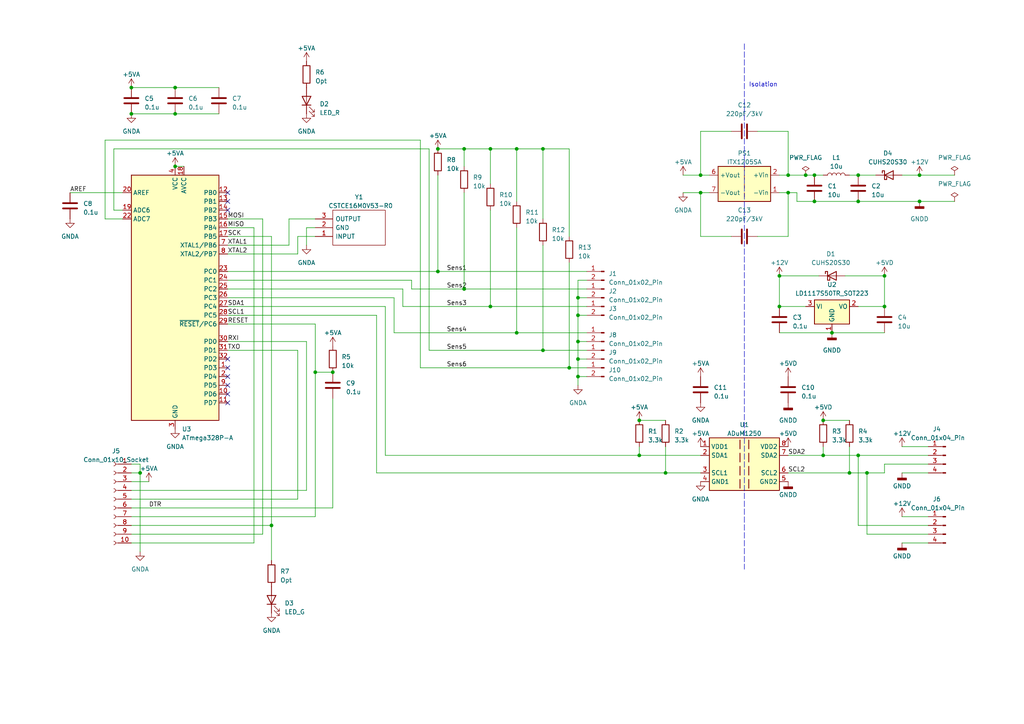
<source format=kicad_sch>
(kicad_sch (version 20230121) (generator eeschema)

  (uuid 44c983c3-109e-4ba2-be45-c167f44ffda1)

  (paper "A4")

  (lib_symbols
    (symbol "Connector:Conn_01x02_Pin" (pin_names (offset 1.016) hide) (in_bom yes) (on_board yes)
      (property "Reference" "J" (at 0 2.54 0)
        (effects (font (size 1.27 1.27)))
      )
      (property "Value" "Conn_01x02_Pin" (at 0 -5.08 0)
        (effects (font (size 1.27 1.27)))
      )
      (property "Footprint" "" (at 0 0 0)
        (effects (font (size 1.27 1.27)) hide)
      )
      (property "Datasheet" "~" (at 0 0 0)
        (effects (font (size 1.27 1.27)) hide)
      )
      (property "ki_locked" "" (at 0 0 0)
        (effects (font (size 1.27 1.27)))
      )
      (property "ki_keywords" "connector" (at 0 0 0)
        (effects (font (size 1.27 1.27)) hide)
      )
      (property "ki_description" "Generic connector, single row, 01x02, script generated" (at 0 0 0)
        (effects (font (size 1.27 1.27)) hide)
      )
      (property "ki_fp_filters" "Connector*:*_1x??_*" (at 0 0 0)
        (effects (font (size 1.27 1.27)) hide)
      )
      (symbol "Conn_01x02_Pin_1_1"
        (polyline
          (pts
            (xy 1.27 -2.54)
            (xy 0.8636 -2.54)
          )
          (stroke (width 0.1524) (type default))
          (fill (type none))
        )
        (polyline
          (pts
            (xy 1.27 0)
            (xy 0.8636 0)
          )
          (stroke (width 0.1524) (type default))
          (fill (type none))
        )
        (rectangle (start 0.8636 -2.413) (end 0 -2.667)
          (stroke (width 0.1524) (type default))
          (fill (type outline))
        )
        (rectangle (start 0.8636 0.127) (end 0 -0.127)
          (stroke (width 0.1524) (type default))
          (fill (type outline))
        )
        (pin passive line (at 5.08 0 180) (length 3.81)
          (name "Pin_1" (effects (font (size 1.27 1.27))))
          (number "1" (effects (font (size 1.27 1.27))))
        )
        (pin passive line (at 5.08 -2.54 180) (length 3.81)
          (name "Pin_2" (effects (font (size 1.27 1.27))))
          (number "2" (effects (font (size 1.27 1.27))))
        )
      )
    )
    (symbol "Connector:Conn_01x04_Pin" (pin_names (offset 1.016) hide) (in_bom yes) (on_board yes)
      (property "Reference" "J" (at 0 5.08 0)
        (effects (font (size 1.27 1.27)))
      )
      (property "Value" "Conn_01x04_Pin" (at 0 -7.62 0)
        (effects (font (size 1.27 1.27)))
      )
      (property "Footprint" "" (at 0 0 0)
        (effects (font (size 1.27 1.27)) hide)
      )
      (property "Datasheet" "~" (at 0 0 0)
        (effects (font (size 1.27 1.27)) hide)
      )
      (property "ki_locked" "" (at 0 0 0)
        (effects (font (size 1.27 1.27)))
      )
      (property "ki_keywords" "connector" (at 0 0 0)
        (effects (font (size 1.27 1.27)) hide)
      )
      (property "ki_description" "Generic connector, single row, 01x04, script generated" (at 0 0 0)
        (effects (font (size 1.27 1.27)) hide)
      )
      (property "ki_fp_filters" "Connector*:*_1x??_*" (at 0 0 0)
        (effects (font (size 1.27 1.27)) hide)
      )
      (symbol "Conn_01x04_Pin_1_1"
        (polyline
          (pts
            (xy 1.27 -5.08)
            (xy 0.8636 -5.08)
          )
          (stroke (width 0.1524) (type default))
          (fill (type none))
        )
        (polyline
          (pts
            (xy 1.27 -2.54)
            (xy 0.8636 -2.54)
          )
          (stroke (width 0.1524) (type default))
          (fill (type none))
        )
        (polyline
          (pts
            (xy 1.27 0)
            (xy 0.8636 0)
          )
          (stroke (width 0.1524) (type default))
          (fill (type none))
        )
        (polyline
          (pts
            (xy 1.27 2.54)
            (xy 0.8636 2.54)
          )
          (stroke (width 0.1524) (type default))
          (fill (type none))
        )
        (rectangle (start 0.8636 -4.953) (end 0 -5.207)
          (stroke (width 0.1524) (type default))
          (fill (type outline))
        )
        (rectangle (start 0.8636 -2.413) (end 0 -2.667)
          (stroke (width 0.1524) (type default))
          (fill (type outline))
        )
        (rectangle (start 0.8636 0.127) (end 0 -0.127)
          (stroke (width 0.1524) (type default))
          (fill (type outline))
        )
        (rectangle (start 0.8636 2.667) (end 0 2.413)
          (stroke (width 0.1524) (type default))
          (fill (type outline))
        )
        (pin passive line (at 5.08 2.54 180) (length 3.81)
          (name "Pin_1" (effects (font (size 1.27 1.27))))
          (number "1" (effects (font (size 1.27 1.27))))
        )
        (pin passive line (at 5.08 0 180) (length 3.81)
          (name "Pin_2" (effects (font (size 1.27 1.27))))
          (number "2" (effects (font (size 1.27 1.27))))
        )
        (pin passive line (at 5.08 -2.54 180) (length 3.81)
          (name "Pin_3" (effects (font (size 1.27 1.27))))
          (number "3" (effects (font (size 1.27 1.27))))
        )
        (pin passive line (at 5.08 -5.08 180) (length 3.81)
          (name "Pin_4" (effects (font (size 1.27 1.27))))
          (number "4" (effects (font (size 1.27 1.27))))
        )
      )
    )
    (symbol "Connector:Conn_01x10_Socket" (pin_names (offset 1.016) hide) (in_bom yes) (on_board yes)
      (property "Reference" "J" (at 0 12.7 0)
        (effects (font (size 1.27 1.27)))
      )
      (property "Value" "Conn_01x10_Socket" (at 0 -15.24 0)
        (effects (font (size 1.27 1.27)))
      )
      (property "Footprint" "" (at 0 0 0)
        (effects (font (size 1.27 1.27)) hide)
      )
      (property "Datasheet" "~" (at 0 0 0)
        (effects (font (size 1.27 1.27)) hide)
      )
      (property "ki_locked" "" (at 0 0 0)
        (effects (font (size 1.27 1.27)))
      )
      (property "ki_keywords" "connector" (at 0 0 0)
        (effects (font (size 1.27 1.27)) hide)
      )
      (property "ki_description" "Generic connector, single row, 01x10, script generated" (at 0 0 0)
        (effects (font (size 1.27 1.27)) hide)
      )
      (property "ki_fp_filters" "Connector*:*_1x??_*" (at 0 0 0)
        (effects (font (size 1.27 1.27)) hide)
      )
      (symbol "Conn_01x10_Socket_1_1"
        (arc (start 0 -12.192) (mid -0.5058 -12.7) (end 0 -13.208)
          (stroke (width 0.1524) (type default))
          (fill (type none))
        )
        (arc (start 0 -9.652) (mid -0.5058 -10.16) (end 0 -10.668)
          (stroke (width 0.1524) (type default))
          (fill (type none))
        )
        (arc (start 0 -7.112) (mid -0.5058 -7.62) (end 0 -8.128)
          (stroke (width 0.1524) (type default))
          (fill (type none))
        )
        (arc (start 0 -4.572) (mid -0.5058 -5.08) (end 0 -5.588)
          (stroke (width 0.1524) (type default))
          (fill (type none))
        )
        (arc (start 0 -2.032) (mid -0.5058 -2.54) (end 0 -3.048)
          (stroke (width 0.1524) (type default))
          (fill (type none))
        )
        (polyline
          (pts
            (xy -1.27 -12.7)
            (xy -0.508 -12.7)
          )
          (stroke (width 0.1524) (type default))
          (fill (type none))
        )
        (polyline
          (pts
            (xy -1.27 -10.16)
            (xy -0.508 -10.16)
          )
          (stroke (width 0.1524) (type default))
          (fill (type none))
        )
        (polyline
          (pts
            (xy -1.27 -7.62)
            (xy -0.508 -7.62)
          )
          (stroke (width 0.1524) (type default))
          (fill (type none))
        )
        (polyline
          (pts
            (xy -1.27 -5.08)
            (xy -0.508 -5.08)
          )
          (stroke (width 0.1524) (type default))
          (fill (type none))
        )
        (polyline
          (pts
            (xy -1.27 -2.54)
            (xy -0.508 -2.54)
          )
          (stroke (width 0.1524) (type default))
          (fill (type none))
        )
        (polyline
          (pts
            (xy -1.27 0)
            (xy -0.508 0)
          )
          (stroke (width 0.1524) (type default))
          (fill (type none))
        )
        (polyline
          (pts
            (xy -1.27 2.54)
            (xy -0.508 2.54)
          )
          (stroke (width 0.1524) (type default))
          (fill (type none))
        )
        (polyline
          (pts
            (xy -1.27 5.08)
            (xy -0.508 5.08)
          )
          (stroke (width 0.1524) (type default))
          (fill (type none))
        )
        (polyline
          (pts
            (xy -1.27 7.62)
            (xy -0.508 7.62)
          )
          (stroke (width 0.1524) (type default))
          (fill (type none))
        )
        (polyline
          (pts
            (xy -1.27 10.16)
            (xy -0.508 10.16)
          )
          (stroke (width 0.1524) (type default))
          (fill (type none))
        )
        (arc (start 0 0.508) (mid -0.5058 0) (end 0 -0.508)
          (stroke (width 0.1524) (type default))
          (fill (type none))
        )
        (arc (start 0 3.048) (mid -0.5058 2.54) (end 0 2.032)
          (stroke (width 0.1524) (type default))
          (fill (type none))
        )
        (arc (start 0 5.588) (mid -0.5058 5.08) (end 0 4.572)
          (stroke (width 0.1524) (type default))
          (fill (type none))
        )
        (arc (start 0 8.128) (mid -0.5058 7.62) (end 0 7.112)
          (stroke (width 0.1524) (type default))
          (fill (type none))
        )
        (arc (start 0 10.668) (mid -0.5058 10.16) (end 0 9.652)
          (stroke (width 0.1524) (type default))
          (fill (type none))
        )
        (pin passive line (at -5.08 10.16 0) (length 3.81)
          (name "Pin_1" (effects (font (size 1.27 1.27))))
          (number "1" (effects (font (size 1.27 1.27))))
        )
        (pin passive line (at -5.08 -12.7 0) (length 3.81)
          (name "Pin_10" (effects (font (size 1.27 1.27))))
          (number "10" (effects (font (size 1.27 1.27))))
        )
        (pin passive line (at -5.08 7.62 0) (length 3.81)
          (name "Pin_2" (effects (font (size 1.27 1.27))))
          (number "2" (effects (font (size 1.27 1.27))))
        )
        (pin passive line (at -5.08 5.08 0) (length 3.81)
          (name "Pin_3" (effects (font (size 1.27 1.27))))
          (number "3" (effects (font (size 1.27 1.27))))
        )
        (pin passive line (at -5.08 2.54 0) (length 3.81)
          (name "Pin_4" (effects (font (size 1.27 1.27))))
          (number "4" (effects (font (size 1.27 1.27))))
        )
        (pin passive line (at -5.08 0 0) (length 3.81)
          (name "Pin_5" (effects (font (size 1.27 1.27))))
          (number "5" (effects (font (size 1.27 1.27))))
        )
        (pin passive line (at -5.08 -2.54 0) (length 3.81)
          (name "Pin_6" (effects (font (size 1.27 1.27))))
          (number "6" (effects (font (size 1.27 1.27))))
        )
        (pin passive line (at -5.08 -5.08 0) (length 3.81)
          (name "Pin_7" (effects (font (size 1.27 1.27))))
          (number "7" (effects (font (size 1.27 1.27))))
        )
        (pin passive line (at -5.08 -7.62 0) (length 3.81)
          (name "Pin_8" (effects (font (size 1.27 1.27))))
          (number "8" (effects (font (size 1.27 1.27))))
        )
        (pin passive line (at -5.08 -10.16 0) (length 3.81)
          (name "Pin_9" (effects (font (size 1.27 1.27))))
          (number "9" (effects (font (size 1.27 1.27))))
        )
      )
    )
    (symbol "Converter_DCDC:ITX1205SA" (in_bom yes) (on_board yes)
      (property "Reference" "PS" (at -7.62 6.35 0)
        (effects (font (size 1.27 1.27)) (justify left))
      )
      (property "Value" "ITX1205SA" (at 1.27 6.35 0)
        (effects (font (size 1.27 1.27)) (justify left))
      )
      (property "Footprint" "Converter_DCDC:Converter_DCDC_XP_POWER-ITXxxxxSA_THT" (at -26.67 -6.35 0)
        (effects (font (size 1.27 1.27)) (justify left) hide)
      )
      (property "Datasheet" "https://www.xppower.com/pdfs/SF_ITX.pdf" (at 26.67 -7.62 0)
        (effects (font (size 1.27 1.27)) (justify left) hide)
      )
      (property "ki_keywords" "XP_POWER DC/DC isolated Converter module" (at 0 0 0)
        (effects (font (size 1.27 1.27)) hide)
      )
      (property "ki_description" "XP Power 6W, 1000 VDC Isolated DC/DC Converter Module, Fully Regulated Single Output Voltage 5V, ±1200mA, 12V Input Voltage, SIP" (at 0 0 0)
        (effects (font (size 1.27 1.27)) hide)
      )
      (property "ki_fp_filters" "*XP?POWER?ITXxxxxSA*" (at 0 0 0)
        (effects (font (size 1.27 1.27)) hide)
      )
      (symbol "ITX1205SA_0_0"
        (pin power_in line (at -10.16 -2.54 0) (length 2.54)
          (name "-Vin" (effects (font (size 1.27 1.27))))
          (number "1" (effects (font (size 1.27 1.27))))
        )
        (pin power_in line (at -10.16 2.54 0) (length 2.54)
          (name "+Vin" (effects (font (size 1.27 1.27))))
          (number "2" (effects (font (size 1.27 1.27))))
        )
        (pin power_out line (at 10.16 2.54 180) (length 2.54)
          (name "+Vout" (effects (font (size 1.27 1.27))))
          (number "6" (effects (font (size 1.27 1.27))))
        )
        (pin power_out line (at 10.16 -2.54 180) (length 2.54)
          (name "-Vout" (effects (font (size 1.27 1.27))))
          (number "7" (effects (font (size 1.27 1.27))))
        )
        (pin no_connect line (at 7.62 0 180) (length 2.54) hide
          (name "NC" (effects (font (size 1.27 1.27))))
          (number "8" (effects (font (size 1.27 1.27))))
        )
      )
      (symbol "ITX1205SA_0_1"
        (rectangle (start -7.62 5.08) (end 7.62 -5.08)
          (stroke (width 0.254) (type default))
          (fill (type background))
        )
        (polyline
          (pts
            (xy 0 -2.54)
            (xy 0 -3.81)
          )
          (stroke (width 0) (type default))
          (fill (type none))
        )
        (polyline
          (pts
            (xy 0 0)
            (xy 0 -1.27)
          )
          (stroke (width 0) (type default))
          (fill (type none))
        )
        (polyline
          (pts
            (xy 0 2.54)
            (xy 0 1.27)
          )
          (stroke (width 0) (type default))
          (fill (type none))
        )
        (polyline
          (pts
            (xy 0 5.08)
            (xy 0 3.81)
          )
          (stroke (width 0) (type default))
          (fill (type none))
        )
      )
    )
    (symbol "Device:C" (pin_numbers hide) (pin_names (offset 0.254)) (in_bom yes) (on_board yes)
      (property "Reference" "C" (at 0.635 2.54 0)
        (effects (font (size 1.27 1.27)) (justify left))
      )
      (property "Value" "C" (at 0.635 -2.54 0)
        (effects (font (size 1.27 1.27)) (justify left))
      )
      (property "Footprint" "" (at 0.9652 -3.81 0)
        (effects (font (size 1.27 1.27)) hide)
      )
      (property "Datasheet" "~" (at 0 0 0)
        (effects (font (size 1.27 1.27)) hide)
      )
      (property "ki_keywords" "cap capacitor" (at 0 0 0)
        (effects (font (size 1.27 1.27)) hide)
      )
      (property "ki_description" "Unpolarized capacitor" (at 0 0 0)
        (effects (font (size 1.27 1.27)) hide)
      )
      (property "ki_fp_filters" "C_*" (at 0 0 0)
        (effects (font (size 1.27 1.27)) hide)
      )
      (symbol "C_0_1"
        (polyline
          (pts
            (xy -2.032 -0.762)
            (xy 2.032 -0.762)
          )
          (stroke (width 0.508) (type default))
          (fill (type none))
        )
        (polyline
          (pts
            (xy -2.032 0.762)
            (xy 2.032 0.762)
          )
          (stroke (width 0.508) (type default))
          (fill (type none))
        )
      )
      (symbol "C_1_1"
        (pin passive line (at 0 3.81 270) (length 2.794)
          (name "~" (effects (font (size 1.27 1.27))))
          (number "1" (effects (font (size 1.27 1.27))))
        )
        (pin passive line (at 0 -3.81 90) (length 2.794)
          (name "~" (effects (font (size 1.27 1.27))))
          (number "2" (effects (font (size 1.27 1.27))))
        )
      )
    )
    (symbol "Device:D_Schottky" (pin_numbers hide) (pin_names (offset 1.016) hide) (in_bom yes) (on_board yes)
      (property "Reference" "D" (at 0 2.54 0)
        (effects (font (size 1.27 1.27)))
      )
      (property "Value" "D_Schottky" (at 0 -2.54 0)
        (effects (font (size 1.27 1.27)))
      )
      (property "Footprint" "" (at 0 0 0)
        (effects (font (size 1.27 1.27)) hide)
      )
      (property "Datasheet" "~" (at 0 0 0)
        (effects (font (size 1.27 1.27)) hide)
      )
      (property "ki_keywords" "diode Schottky" (at 0 0 0)
        (effects (font (size 1.27 1.27)) hide)
      )
      (property "ki_description" "Schottky diode" (at 0 0 0)
        (effects (font (size 1.27 1.27)) hide)
      )
      (property "ki_fp_filters" "TO-???* *_Diode_* *SingleDiode* D_*" (at 0 0 0)
        (effects (font (size 1.27 1.27)) hide)
      )
      (symbol "D_Schottky_0_1"
        (polyline
          (pts
            (xy 1.27 0)
            (xy -1.27 0)
          )
          (stroke (width 0) (type default))
          (fill (type none))
        )
        (polyline
          (pts
            (xy 1.27 1.27)
            (xy 1.27 -1.27)
            (xy -1.27 0)
            (xy 1.27 1.27)
          )
          (stroke (width 0.254) (type default))
          (fill (type none))
        )
        (polyline
          (pts
            (xy -1.905 0.635)
            (xy -1.905 1.27)
            (xy -1.27 1.27)
            (xy -1.27 -1.27)
            (xy -0.635 -1.27)
            (xy -0.635 -0.635)
          )
          (stroke (width 0.254) (type default))
          (fill (type none))
        )
      )
      (symbol "D_Schottky_1_1"
        (pin passive line (at -3.81 0 0) (length 2.54)
          (name "K" (effects (font (size 1.27 1.27))))
          (number "1" (effects (font (size 1.27 1.27))))
        )
        (pin passive line (at 3.81 0 180) (length 2.54)
          (name "A" (effects (font (size 1.27 1.27))))
          (number "2" (effects (font (size 1.27 1.27))))
        )
      )
    )
    (symbol "Device:L" (pin_numbers hide) (pin_names (offset 1.016) hide) (in_bom yes) (on_board yes)
      (property "Reference" "L" (at -1.27 0 90)
        (effects (font (size 1.27 1.27)))
      )
      (property "Value" "L" (at 1.905 0 90)
        (effects (font (size 1.27 1.27)))
      )
      (property "Footprint" "" (at 0 0 0)
        (effects (font (size 1.27 1.27)) hide)
      )
      (property "Datasheet" "~" (at 0 0 0)
        (effects (font (size 1.27 1.27)) hide)
      )
      (property "ki_keywords" "inductor choke coil reactor magnetic" (at 0 0 0)
        (effects (font (size 1.27 1.27)) hide)
      )
      (property "ki_description" "Inductor" (at 0 0 0)
        (effects (font (size 1.27 1.27)) hide)
      )
      (property "ki_fp_filters" "Choke_* *Coil* Inductor_* L_*" (at 0 0 0)
        (effects (font (size 1.27 1.27)) hide)
      )
      (symbol "L_0_1"
        (arc (start 0 -2.54) (mid 0.6323 -1.905) (end 0 -1.27)
          (stroke (width 0) (type default))
          (fill (type none))
        )
        (arc (start 0 -1.27) (mid 0.6323 -0.635) (end 0 0)
          (stroke (width 0) (type default))
          (fill (type none))
        )
        (arc (start 0 0) (mid 0.6323 0.635) (end 0 1.27)
          (stroke (width 0) (type default))
          (fill (type none))
        )
        (arc (start 0 1.27) (mid 0.6323 1.905) (end 0 2.54)
          (stroke (width 0) (type default))
          (fill (type none))
        )
      )
      (symbol "L_1_1"
        (pin passive line (at 0 3.81 270) (length 1.27)
          (name "1" (effects (font (size 1.27 1.27))))
          (number "1" (effects (font (size 1.27 1.27))))
        )
        (pin passive line (at 0 -3.81 90) (length 1.27)
          (name "2" (effects (font (size 1.27 1.27))))
          (number "2" (effects (font (size 1.27 1.27))))
        )
      )
    )
    (symbol "Device:LED" (pin_numbers hide) (pin_names (offset 1.016) hide) (in_bom yes) (on_board yes)
      (property "Reference" "D" (at 0 2.54 0)
        (effects (font (size 1.27 1.27)))
      )
      (property "Value" "LED" (at 0 -2.54 0)
        (effects (font (size 1.27 1.27)))
      )
      (property "Footprint" "" (at 0 0 0)
        (effects (font (size 1.27 1.27)) hide)
      )
      (property "Datasheet" "~" (at 0 0 0)
        (effects (font (size 1.27 1.27)) hide)
      )
      (property "ki_keywords" "LED diode" (at 0 0 0)
        (effects (font (size 1.27 1.27)) hide)
      )
      (property "ki_description" "Light emitting diode" (at 0 0 0)
        (effects (font (size 1.27 1.27)) hide)
      )
      (property "ki_fp_filters" "LED* LED_SMD:* LED_THT:*" (at 0 0 0)
        (effects (font (size 1.27 1.27)) hide)
      )
      (symbol "LED_0_1"
        (polyline
          (pts
            (xy -1.27 -1.27)
            (xy -1.27 1.27)
          )
          (stroke (width 0.254) (type default))
          (fill (type none))
        )
        (polyline
          (pts
            (xy -1.27 0)
            (xy 1.27 0)
          )
          (stroke (width 0) (type default))
          (fill (type none))
        )
        (polyline
          (pts
            (xy 1.27 -1.27)
            (xy 1.27 1.27)
            (xy -1.27 0)
            (xy 1.27 -1.27)
          )
          (stroke (width 0.254) (type default))
          (fill (type none))
        )
        (polyline
          (pts
            (xy -3.048 -0.762)
            (xy -4.572 -2.286)
            (xy -3.81 -2.286)
            (xy -4.572 -2.286)
            (xy -4.572 -1.524)
          )
          (stroke (width 0) (type default))
          (fill (type none))
        )
        (polyline
          (pts
            (xy -1.778 -0.762)
            (xy -3.302 -2.286)
            (xy -2.54 -2.286)
            (xy -3.302 -2.286)
            (xy -3.302 -1.524)
          )
          (stroke (width 0) (type default))
          (fill (type none))
        )
      )
      (symbol "LED_1_1"
        (pin passive line (at -3.81 0 0) (length 2.54)
          (name "K" (effects (font (size 1.27 1.27))))
          (number "1" (effects (font (size 1.27 1.27))))
        )
        (pin passive line (at 3.81 0 180) (length 2.54)
          (name "A" (effects (font (size 1.27 1.27))))
          (number "2" (effects (font (size 1.27 1.27))))
        )
      )
    )
    (symbol "Device:R" (pin_numbers hide) (pin_names (offset 0)) (in_bom yes) (on_board yes)
      (property "Reference" "R" (at 2.032 0 90)
        (effects (font (size 1.27 1.27)))
      )
      (property "Value" "R" (at 0 0 90)
        (effects (font (size 1.27 1.27)))
      )
      (property "Footprint" "" (at -1.778 0 90)
        (effects (font (size 1.27 1.27)) hide)
      )
      (property "Datasheet" "~" (at 0 0 0)
        (effects (font (size 1.27 1.27)) hide)
      )
      (property "ki_keywords" "R res resistor" (at 0 0 0)
        (effects (font (size 1.27 1.27)) hide)
      )
      (property "ki_description" "Resistor" (at 0 0 0)
        (effects (font (size 1.27 1.27)) hide)
      )
      (property "ki_fp_filters" "R_*" (at 0 0 0)
        (effects (font (size 1.27 1.27)) hide)
      )
      (symbol "R_0_1"
        (rectangle (start -1.016 -2.54) (end 1.016 2.54)
          (stroke (width 0.254) (type default))
          (fill (type none))
        )
      )
      (symbol "R_1_1"
        (pin passive line (at 0 3.81 270) (length 1.27)
          (name "~" (effects (font (size 1.27 1.27))))
          (number "1" (effects (font (size 1.27 1.27))))
        )
        (pin passive line (at 0 -3.81 90) (length 1.27)
          (name "~" (effects (font (size 1.27 1.27))))
          (number "2" (effects (font (size 1.27 1.27))))
        )
      )
    )
    (symbol "Isolator:ADuM1250" (in_bom yes) (on_board yes)
      (property "Reference" "U" (at -10.16 8.89 0)
        (effects (font (size 1.27 1.27)) (justify left))
      )
      (property "Value" "ADuM1250" (at -2.032 8.89 0)
        (effects (font (size 1.27 1.27)) (justify left))
      )
      (property "Footprint" "Package_SO:SOIC-8_3.9x4.9mm_P1.27mm" (at 0 -10.16 0)
        (effects (font (size 1.27 1.27) italic) hide)
      )
      (property "Datasheet" "https://www.analog.com/media/en/technical-documentation/data-sheets/ADuM1250_1251.pdf" (at -11.43 10.16 0)
        (effects (font (size 1.27 1.27)) hide)
      )
      (property "ki_keywords" "Dual-channel digital isolator I2C" (at 0 0 0)
        (effects (font (size 1.27 1.27)) hide)
      )
      (property "ki_description" "Dual-channel I2C digital isolator, Bidirectional communication, 3V/5V level translation, SOIC-8" (at 0 0 0)
        (effects (font (size 1.27 1.27)) hide)
      )
      (property "ki_fp_filters" "SOIC*3.9x4.9mm*P1.27mm*" (at 0 0 0)
        (effects (font (size 1.27 1.27)) hide)
      )
      (symbol "ADuM1250_0_1"
        (rectangle (start -10.16 7.62) (end 10.16 -7.62)
          (stroke (width 0.254) (type default))
          (fill (type background))
        )
        (polyline
          (pts
            (xy -1.27 -4.445)
            (xy -1.27 -6.985)
          )
          (stroke (width 0.254) (type default))
          (fill (type none))
        )
        (polyline
          (pts
            (xy -1.27 -0.635)
            (xy -1.27 -3.175)
          )
          (stroke (width 0.254) (type default))
          (fill (type none))
        )
        (polyline
          (pts
            (xy -1.27 3.175)
            (xy -1.27 0.635)
          )
          (stroke (width 0.254) (type default))
          (fill (type none))
        )
        (polyline
          (pts
            (xy -1.27 6.985)
            (xy -1.27 4.445)
          )
          (stroke (width 0.254) (type default))
          (fill (type none))
        )
        (polyline
          (pts
            (xy 1.27 -4.445)
            (xy 1.27 -6.985)
          )
          (stroke (width 0.254) (type default))
          (fill (type none))
        )
        (polyline
          (pts
            (xy 1.27 -0.635)
            (xy 1.27 -3.175)
          )
          (stroke (width 0.254) (type default))
          (fill (type none))
        )
        (polyline
          (pts
            (xy 1.27 3.175)
            (xy 1.27 0.635)
          )
          (stroke (width 0.254) (type default))
          (fill (type none))
        )
        (polyline
          (pts
            (xy 1.27 6.985)
            (xy 1.27 4.445)
          )
          (stroke (width 0.254) (type default))
          (fill (type none))
        )
      )
      (symbol "ADuM1250_1_1"
        (pin power_in line (at -12.7 5.08 0) (length 2.54)
          (name "VDD1" (effects (font (size 1.27 1.27))))
          (number "1" (effects (font (size 1.27 1.27))))
        )
        (pin bidirectional line (at -12.7 2.54 0) (length 2.54)
          (name "SDA1" (effects (font (size 1.27 1.27))))
          (number "2" (effects (font (size 1.27 1.27))))
        )
        (pin bidirectional line (at -12.7 -2.54 0) (length 2.54)
          (name "SCL1" (effects (font (size 1.27 1.27))))
          (number "3" (effects (font (size 1.27 1.27))))
        )
        (pin power_in line (at -12.7 -5.08 0) (length 2.54)
          (name "GND1" (effects (font (size 1.27 1.27))))
          (number "4" (effects (font (size 1.27 1.27))))
        )
        (pin power_in line (at 12.7 -5.08 180) (length 2.54)
          (name "GND2" (effects (font (size 1.27 1.27))))
          (number "5" (effects (font (size 1.27 1.27))))
        )
        (pin bidirectional line (at 12.7 -2.54 180) (length 2.54)
          (name "SCL2" (effects (font (size 1.27 1.27))))
          (number "6" (effects (font (size 1.27 1.27))))
        )
        (pin bidirectional line (at 12.7 2.54 180) (length 2.54)
          (name "SDA2" (effects (font (size 1.27 1.27))))
          (number "7" (effects (font (size 1.27 1.27))))
        )
        (pin power_in line (at 12.7 5.08 180) (length 2.54)
          (name "VDD2" (effects (font (size 1.27 1.27))))
          (number "8" (effects (font (size 1.27 1.27))))
        )
      )
    )
    (symbol "MCU_Microchip_ATmega:ATmega328P-A" (in_bom yes) (on_board yes)
      (property "Reference" "U" (at -12.7 36.83 0)
        (effects (font (size 1.27 1.27)) (justify left bottom))
      )
      (property "Value" "ATmega328P-A" (at 2.54 -36.83 0)
        (effects (font (size 1.27 1.27)) (justify left top))
      )
      (property "Footprint" "Package_QFP:TQFP-32_7x7mm_P0.8mm" (at 0 0 0)
        (effects (font (size 1.27 1.27) italic) hide)
      )
      (property "Datasheet" "http://ww1.microchip.com/downloads/en/DeviceDoc/ATmega328_P%20AVR%20MCU%20with%20picoPower%20Technology%20Data%20Sheet%2040001984A.pdf" (at 0 0 0)
        (effects (font (size 1.27 1.27)) hide)
      )
      (property "ki_keywords" "AVR 8bit Microcontroller MegaAVR PicoPower" (at 0 0 0)
        (effects (font (size 1.27 1.27)) hide)
      )
      (property "ki_description" "20MHz, 32kB Flash, 2kB SRAM, 1kB EEPROM, TQFP-32" (at 0 0 0)
        (effects (font (size 1.27 1.27)) hide)
      )
      (property "ki_fp_filters" "TQFP*7x7mm*P0.8mm*" (at 0 0 0)
        (effects (font (size 1.27 1.27)) hide)
      )
      (symbol "ATmega328P-A_0_1"
        (rectangle (start -12.7 -35.56) (end 12.7 35.56)
          (stroke (width 0.254) (type default))
          (fill (type background))
        )
      )
      (symbol "ATmega328P-A_1_1"
        (pin bidirectional line (at 15.24 -20.32 180) (length 2.54)
          (name "PD3" (effects (font (size 1.27 1.27))))
          (number "1" (effects (font (size 1.27 1.27))))
        )
        (pin bidirectional line (at 15.24 -27.94 180) (length 2.54)
          (name "PD6" (effects (font (size 1.27 1.27))))
          (number "10" (effects (font (size 1.27 1.27))))
        )
        (pin bidirectional line (at 15.24 -30.48 180) (length 2.54)
          (name "PD7" (effects (font (size 1.27 1.27))))
          (number "11" (effects (font (size 1.27 1.27))))
        )
        (pin bidirectional line (at 15.24 30.48 180) (length 2.54)
          (name "PB0" (effects (font (size 1.27 1.27))))
          (number "12" (effects (font (size 1.27 1.27))))
        )
        (pin bidirectional line (at 15.24 27.94 180) (length 2.54)
          (name "PB1" (effects (font (size 1.27 1.27))))
          (number "13" (effects (font (size 1.27 1.27))))
        )
        (pin bidirectional line (at 15.24 25.4 180) (length 2.54)
          (name "PB2" (effects (font (size 1.27 1.27))))
          (number "14" (effects (font (size 1.27 1.27))))
        )
        (pin bidirectional line (at 15.24 22.86 180) (length 2.54)
          (name "PB3" (effects (font (size 1.27 1.27))))
          (number "15" (effects (font (size 1.27 1.27))))
        )
        (pin bidirectional line (at 15.24 20.32 180) (length 2.54)
          (name "PB4" (effects (font (size 1.27 1.27))))
          (number "16" (effects (font (size 1.27 1.27))))
        )
        (pin bidirectional line (at 15.24 17.78 180) (length 2.54)
          (name "PB5" (effects (font (size 1.27 1.27))))
          (number "17" (effects (font (size 1.27 1.27))))
        )
        (pin power_in line (at 2.54 38.1 270) (length 2.54)
          (name "AVCC" (effects (font (size 1.27 1.27))))
          (number "18" (effects (font (size 1.27 1.27))))
        )
        (pin input line (at -15.24 25.4 0) (length 2.54)
          (name "ADC6" (effects (font (size 1.27 1.27))))
          (number "19" (effects (font (size 1.27 1.27))))
        )
        (pin bidirectional line (at 15.24 -22.86 180) (length 2.54)
          (name "PD4" (effects (font (size 1.27 1.27))))
          (number "2" (effects (font (size 1.27 1.27))))
        )
        (pin passive line (at -15.24 30.48 0) (length 2.54)
          (name "AREF" (effects (font (size 1.27 1.27))))
          (number "20" (effects (font (size 1.27 1.27))))
        )
        (pin passive line (at 0 -38.1 90) (length 2.54) hide
          (name "GND" (effects (font (size 1.27 1.27))))
          (number "21" (effects (font (size 1.27 1.27))))
        )
        (pin input line (at -15.24 22.86 0) (length 2.54)
          (name "ADC7" (effects (font (size 1.27 1.27))))
          (number "22" (effects (font (size 1.27 1.27))))
        )
        (pin bidirectional line (at 15.24 7.62 180) (length 2.54)
          (name "PC0" (effects (font (size 1.27 1.27))))
          (number "23" (effects (font (size 1.27 1.27))))
        )
        (pin bidirectional line (at 15.24 5.08 180) (length 2.54)
          (name "PC1" (effects (font (size 1.27 1.27))))
          (number "24" (effects (font (size 1.27 1.27))))
        )
        (pin bidirectional line (at 15.24 2.54 180) (length 2.54)
          (name "PC2" (effects (font (size 1.27 1.27))))
          (number "25" (effects (font (size 1.27 1.27))))
        )
        (pin bidirectional line (at 15.24 0 180) (length 2.54)
          (name "PC3" (effects (font (size 1.27 1.27))))
          (number "26" (effects (font (size 1.27 1.27))))
        )
        (pin bidirectional line (at 15.24 -2.54 180) (length 2.54)
          (name "PC4" (effects (font (size 1.27 1.27))))
          (number "27" (effects (font (size 1.27 1.27))))
        )
        (pin bidirectional line (at 15.24 -5.08 180) (length 2.54)
          (name "PC5" (effects (font (size 1.27 1.27))))
          (number "28" (effects (font (size 1.27 1.27))))
        )
        (pin bidirectional line (at 15.24 -7.62 180) (length 2.54)
          (name "~{RESET}/PC6" (effects (font (size 1.27 1.27))))
          (number "29" (effects (font (size 1.27 1.27))))
        )
        (pin power_in line (at 0 -38.1 90) (length 2.54)
          (name "GND" (effects (font (size 1.27 1.27))))
          (number "3" (effects (font (size 1.27 1.27))))
        )
        (pin bidirectional line (at 15.24 -12.7 180) (length 2.54)
          (name "PD0" (effects (font (size 1.27 1.27))))
          (number "30" (effects (font (size 1.27 1.27))))
        )
        (pin bidirectional line (at 15.24 -15.24 180) (length 2.54)
          (name "PD1" (effects (font (size 1.27 1.27))))
          (number "31" (effects (font (size 1.27 1.27))))
        )
        (pin bidirectional line (at 15.24 -17.78 180) (length 2.54)
          (name "PD2" (effects (font (size 1.27 1.27))))
          (number "32" (effects (font (size 1.27 1.27))))
        )
        (pin power_in line (at 0 38.1 270) (length 2.54)
          (name "VCC" (effects (font (size 1.27 1.27))))
          (number "4" (effects (font (size 1.27 1.27))))
        )
        (pin passive line (at 0 -38.1 90) (length 2.54) hide
          (name "GND" (effects (font (size 1.27 1.27))))
          (number "5" (effects (font (size 1.27 1.27))))
        )
        (pin passive line (at 0 38.1 270) (length 2.54) hide
          (name "VCC" (effects (font (size 1.27 1.27))))
          (number "6" (effects (font (size 1.27 1.27))))
        )
        (pin bidirectional line (at 15.24 15.24 180) (length 2.54)
          (name "XTAL1/PB6" (effects (font (size 1.27 1.27))))
          (number "7" (effects (font (size 1.27 1.27))))
        )
        (pin bidirectional line (at 15.24 12.7 180) (length 2.54)
          (name "XTAL2/PB7" (effects (font (size 1.27 1.27))))
          (number "8" (effects (font (size 1.27 1.27))))
        )
        (pin bidirectional line (at 15.24 -25.4 180) (length 2.54)
          (name "PD5" (effects (font (size 1.27 1.27))))
          (number "9" (effects (font (size 1.27 1.27))))
        )
      )
    )
    (symbol "Regulator_Linear:LD1117S50TR_SOT223" (in_bom yes) (on_board yes)
      (property "Reference" "U" (at -3.81 3.175 0)
        (effects (font (size 1.27 1.27)))
      )
      (property "Value" "LD1117S50TR_SOT223" (at 0 3.175 0)
        (effects (font (size 1.27 1.27)) (justify left))
      )
      (property "Footprint" "Package_TO_SOT_SMD:SOT-223-3_TabPin2" (at 0 5.08 0)
        (effects (font (size 1.27 1.27)) hide)
      )
      (property "Datasheet" "http://www.st.com/st-web-ui/static/active/en/resource/technical/document/datasheet/CD00000544.pdf" (at 2.54 -6.35 0)
        (effects (font (size 1.27 1.27)) hide)
      )
      (property "ki_keywords" "REGULATOR LDO 5.0V" (at 0 0 0)
        (effects (font (size 1.27 1.27)) hide)
      )
      (property "ki_description" "800mA Fixed Low Drop Positive Voltage Regulator, Fixed Output 5.0V, SOT-223" (at 0 0 0)
        (effects (font (size 1.27 1.27)) hide)
      )
      (property "ki_fp_filters" "SOT?223*TabPin2*" (at 0 0 0)
        (effects (font (size 1.27 1.27)) hide)
      )
      (symbol "LD1117S50TR_SOT223_0_1"
        (rectangle (start -5.08 -5.08) (end 5.08 1.905)
          (stroke (width 0.254) (type default))
          (fill (type background))
        )
      )
      (symbol "LD1117S50TR_SOT223_1_1"
        (pin power_in line (at 0 -7.62 90) (length 2.54)
          (name "GND" (effects (font (size 1.27 1.27))))
          (number "1" (effects (font (size 1.27 1.27))))
        )
        (pin power_out line (at 7.62 0 180) (length 2.54)
          (name "VO" (effects (font (size 1.27 1.27))))
          (number "2" (effects (font (size 1.27 1.27))))
        )
        (pin power_in line (at -7.62 0 0) (length 2.54)
          (name "VI" (effects (font (size 1.27 1.27))))
          (number "3" (effects (font (size 1.27 1.27))))
        )
      )
    )
    (symbol "SamacSys_Parts:CSTCE16M0V53-R0" (pin_names (offset 0.762)) (in_bom yes) (on_board yes)
      (property "Reference" "Y" (at 21.59 7.62 0)
        (effects (font (size 1.27 1.27)) (justify left))
      )
      (property "Value" "CSTCE16M0V53-R0" (at 21.59 5.08 0)
        (effects (font (size 1.27 1.27)) (justify left))
      )
      (property "Footprint" "CSTCE16M0V53R0" (at 21.59 2.54 0)
        (effects (font (size 1.27 1.27)) (justify left) hide)
      )
      (property "Datasheet" "https://www.murata.com/en-sg/products/productdetail?partno=CSTCE16M0V53-R0" (at 21.59 0 0)
        (effects (font (size 1.27 1.27)) (justify left) hide)
      )
      (property "Description" "CSTCE16M0V53-R0, Ceramic Resonator, 16MHz Expander 15pF, 3-Pin SMT, 3.2 x 1.3 x 0.9mm" (at 21.59 -2.54 0)
        (effects (font (size 1.27 1.27)) (justify left) hide)
      )
      (property "Height" "1" (at 21.59 -5.08 0)
        (effects (font (size 1.27 1.27)) (justify left) hide)
      )
      (property "Manufacturer_Name" "Murata Electronics" (at 21.59 -7.62 0)
        (effects (font (size 1.27 1.27)) (justify left) hide)
      )
      (property "Manufacturer_Part_Number" "CSTCE16M0V53-R0" (at 21.59 -10.16 0)
        (effects (font (size 1.27 1.27)) (justify left) hide)
      )
      (property "Mouser Part Number" "81-CSTCE16M0V53-R0" (at 21.59 -12.7 0)
        (effects (font (size 1.27 1.27)) (justify left) hide)
      )
      (property "Mouser Price/Stock" "https://www.mouser.co.uk/ProductDetail/Murata-Electronics/CSTCE16M0V53-R0?qs=HPA2Xx%252BU0WhPWbRcNuzhZw%3D%3D" (at 21.59 -15.24 0)
        (effects (font (size 1.27 1.27)) (justify left) hide)
      )
      (property "Arrow Part Number" "" (at 21.59 -17.78 0)
        (effects (font (size 1.27 1.27)) (justify left) hide)
      )
      (property "Arrow Price/Stock" "" (at 21.59 -20.32 0)
        (effects (font (size 1.27 1.27)) (justify left) hide)
      )
      (property "ki_description" "CSTCE16M0V53-R0, Ceramic Resonator, 16MHz Expander 15pF, 3-Pin SMT, 3.2 x 1.3 x 0.9mm" (at 0 0 0)
        (effects (font (size 1.27 1.27)) hide)
      )
      (symbol "CSTCE16M0V53-R0_0_0"
        (pin passive line (at 0 -5.08 0) (length 5.08)
          (name "INPUT" (effects (font (size 1.27 1.27))))
          (number "1" (effects (font (size 1.27 1.27))))
        )
        (pin passive line (at 0 -2.54 0) (length 5.08)
          (name "GND" (effects (font (size 1.27 1.27))))
          (number "2" (effects (font (size 1.27 1.27))))
        )
        (pin passive line (at 0 0 0) (length 5.08)
          (name "OUTPUT" (effects (font (size 1.27 1.27))))
          (number "3" (effects (font (size 1.27 1.27))))
        )
      )
      (symbol "CSTCE16M0V53-R0_0_1"
        (polyline
          (pts
            (xy 5.08 2.54)
            (xy 20.32 2.54)
            (xy 20.32 -7.62)
            (xy 5.08 -7.62)
            (xy 5.08 2.54)
          )
          (stroke (width 0.1524) (type solid))
          (fill (type none))
        )
      )
    )
    (symbol "power:+12V" (power) (pin_names (offset 0)) (in_bom yes) (on_board yes)
      (property "Reference" "#PWR" (at 0 -3.81 0)
        (effects (font (size 1.27 1.27)) hide)
      )
      (property "Value" "+12V" (at 0 3.556 0)
        (effects (font (size 1.27 1.27)))
      )
      (property "Footprint" "" (at 0 0 0)
        (effects (font (size 1.27 1.27)) hide)
      )
      (property "Datasheet" "" (at 0 0 0)
        (effects (font (size 1.27 1.27)) hide)
      )
      (property "ki_keywords" "global power" (at 0 0 0)
        (effects (font (size 1.27 1.27)) hide)
      )
      (property "ki_description" "Power symbol creates a global label with name \"+12V\"" (at 0 0 0)
        (effects (font (size 1.27 1.27)) hide)
      )
      (symbol "+12V_0_1"
        (polyline
          (pts
            (xy -0.762 1.27)
            (xy 0 2.54)
          )
          (stroke (width 0) (type default))
          (fill (type none))
        )
        (polyline
          (pts
            (xy 0 0)
            (xy 0 2.54)
          )
          (stroke (width 0) (type default))
          (fill (type none))
        )
        (polyline
          (pts
            (xy 0 2.54)
            (xy 0.762 1.27)
          )
          (stroke (width 0) (type default))
          (fill (type none))
        )
      )
      (symbol "+12V_1_1"
        (pin power_in line (at 0 0 90) (length 0) hide
          (name "+12V" (effects (font (size 1.27 1.27))))
          (number "1" (effects (font (size 1.27 1.27))))
        )
      )
    )
    (symbol "power:+5VA" (power) (pin_names (offset 0)) (in_bom yes) (on_board yes)
      (property "Reference" "#PWR" (at 0 -3.81 0)
        (effects (font (size 1.27 1.27)) hide)
      )
      (property "Value" "+5VA" (at 0 3.556 0)
        (effects (font (size 1.27 1.27)))
      )
      (property "Footprint" "" (at 0 0 0)
        (effects (font (size 1.27 1.27)) hide)
      )
      (property "Datasheet" "" (at 0 0 0)
        (effects (font (size 1.27 1.27)) hide)
      )
      (property "ki_keywords" "global power" (at 0 0 0)
        (effects (font (size 1.27 1.27)) hide)
      )
      (property "ki_description" "Power symbol creates a global label with name \"+5VA\"" (at 0 0 0)
        (effects (font (size 1.27 1.27)) hide)
      )
      (symbol "+5VA_0_1"
        (polyline
          (pts
            (xy -0.762 1.27)
            (xy 0 2.54)
          )
          (stroke (width 0) (type default))
          (fill (type none))
        )
        (polyline
          (pts
            (xy 0 0)
            (xy 0 2.54)
          )
          (stroke (width 0) (type default))
          (fill (type none))
        )
        (polyline
          (pts
            (xy 0 2.54)
            (xy 0.762 1.27)
          )
          (stroke (width 0) (type default))
          (fill (type none))
        )
      )
      (symbol "+5VA_1_1"
        (pin power_in line (at 0 0 90) (length 0) hide
          (name "+5VA" (effects (font (size 1.27 1.27))))
          (number "1" (effects (font (size 1.27 1.27))))
        )
      )
    )
    (symbol "power:+5VD" (power) (pin_names (offset 0)) (in_bom yes) (on_board yes)
      (property "Reference" "#PWR" (at 0 -3.81 0)
        (effects (font (size 1.27 1.27)) hide)
      )
      (property "Value" "+5VD" (at 0 3.556 0)
        (effects (font (size 1.27 1.27)))
      )
      (property "Footprint" "" (at 0 0 0)
        (effects (font (size 1.27 1.27)) hide)
      )
      (property "Datasheet" "" (at 0 0 0)
        (effects (font (size 1.27 1.27)) hide)
      )
      (property "ki_keywords" "global power" (at 0 0 0)
        (effects (font (size 1.27 1.27)) hide)
      )
      (property "ki_description" "Power symbol creates a global label with name \"+5VD\"" (at 0 0 0)
        (effects (font (size 1.27 1.27)) hide)
      )
      (symbol "+5VD_0_1"
        (polyline
          (pts
            (xy -0.762 1.27)
            (xy 0 2.54)
          )
          (stroke (width 0) (type default))
          (fill (type none))
        )
        (polyline
          (pts
            (xy 0 0)
            (xy 0 2.54)
          )
          (stroke (width 0) (type default))
          (fill (type none))
        )
        (polyline
          (pts
            (xy 0 2.54)
            (xy 0.762 1.27)
          )
          (stroke (width 0) (type default))
          (fill (type none))
        )
      )
      (symbol "+5VD_1_1"
        (pin power_in line (at 0 0 90) (length 0) hide
          (name "+5VD" (effects (font (size 1.27 1.27))))
          (number "1" (effects (font (size 1.27 1.27))))
        )
      )
    )
    (symbol "power:GNDA" (power) (pin_names (offset 0)) (in_bom yes) (on_board yes)
      (property "Reference" "#PWR" (at 0 -6.35 0)
        (effects (font (size 1.27 1.27)) hide)
      )
      (property "Value" "GNDA" (at 0 -3.81 0)
        (effects (font (size 1.27 1.27)))
      )
      (property "Footprint" "" (at 0 0 0)
        (effects (font (size 1.27 1.27)) hide)
      )
      (property "Datasheet" "" (at 0 0 0)
        (effects (font (size 1.27 1.27)) hide)
      )
      (property "ki_keywords" "global power" (at 0 0 0)
        (effects (font (size 1.27 1.27)) hide)
      )
      (property "ki_description" "Power symbol creates a global label with name \"GNDA\" , analog ground" (at 0 0 0)
        (effects (font (size 1.27 1.27)) hide)
      )
      (symbol "GNDA_0_1"
        (polyline
          (pts
            (xy 0 0)
            (xy 0 -1.27)
            (xy 1.27 -1.27)
            (xy 0 -2.54)
            (xy -1.27 -1.27)
            (xy 0 -1.27)
          )
          (stroke (width 0) (type default))
          (fill (type none))
        )
      )
      (symbol "GNDA_1_1"
        (pin power_in line (at 0 0 270) (length 0) hide
          (name "GNDA" (effects (font (size 1.27 1.27))))
          (number "1" (effects (font (size 1.27 1.27))))
        )
      )
    )
    (symbol "power:GNDD" (power) (pin_names (offset 0)) (in_bom yes) (on_board yes)
      (property "Reference" "#PWR" (at 0 -6.35 0)
        (effects (font (size 1.27 1.27)) hide)
      )
      (property "Value" "GNDD" (at 0 -3.175 0)
        (effects (font (size 1.27 1.27)))
      )
      (property "Footprint" "" (at 0 0 0)
        (effects (font (size 1.27 1.27)) hide)
      )
      (property "Datasheet" "" (at 0 0 0)
        (effects (font (size 1.27 1.27)) hide)
      )
      (property "ki_keywords" "global power" (at 0 0 0)
        (effects (font (size 1.27 1.27)) hide)
      )
      (property "ki_description" "Power symbol creates a global label with name \"GNDD\" , digital ground" (at 0 0 0)
        (effects (font (size 1.27 1.27)) hide)
      )
      (symbol "GNDD_0_1"
        (rectangle (start -1.27 -1.524) (end 1.27 -2.032)
          (stroke (width 0.254) (type default))
          (fill (type outline))
        )
        (polyline
          (pts
            (xy 0 0)
            (xy 0 -1.524)
          )
          (stroke (width 0) (type default))
          (fill (type none))
        )
      )
      (symbol "GNDD_1_1"
        (pin power_in line (at 0 0 270) (length 0) hide
          (name "GNDD" (effects (font (size 1.27 1.27))))
          (number "1" (effects (font (size 1.27 1.27))))
        )
      )
    )
    (symbol "power:PWR_FLAG" (power) (pin_numbers hide) (pin_names (offset 0) hide) (in_bom yes) (on_board yes)
      (property "Reference" "#FLG" (at 0 1.905 0)
        (effects (font (size 1.27 1.27)) hide)
      )
      (property "Value" "PWR_FLAG" (at 0 3.81 0)
        (effects (font (size 1.27 1.27)))
      )
      (property "Footprint" "" (at 0 0 0)
        (effects (font (size 1.27 1.27)) hide)
      )
      (property "Datasheet" "~" (at 0 0 0)
        (effects (font (size 1.27 1.27)) hide)
      )
      (property "ki_keywords" "flag power" (at 0 0 0)
        (effects (font (size 1.27 1.27)) hide)
      )
      (property "ki_description" "Special symbol for telling ERC where power comes from" (at 0 0 0)
        (effects (font (size 1.27 1.27)) hide)
      )
      (symbol "PWR_FLAG_0_0"
        (pin power_out line (at 0 0 90) (length 0)
          (name "pwr" (effects (font (size 1.27 1.27))))
          (number "1" (effects (font (size 1.27 1.27))))
        )
      )
      (symbol "PWR_FLAG_0_1"
        (polyline
          (pts
            (xy 0 0)
            (xy 0 1.27)
            (xy -1.016 1.905)
            (xy 0 2.54)
            (xy 1.016 1.905)
            (xy 0 1.27)
          )
          (stroke (width 0) (type default))
          (fill (type none))
        )
      )
    )
  )

  (junction (at 256.54 80.01) (diameter 0) (color 0 0 0 0)
    (uuid 0214d305-f449-4901-a469-1ba7344de544)
  )
  (junction (at 127 43.18) (diameter 0) (color 0 0 0 0)
    (uuid 0820f0fb-dedd-45e8-a409-779bfb1b4ef2)
  )
  (junction (at 238.76 121.92) (diameter 0) (color 0 0 0 0)
    (uuid 162ad998-f853-4d7d-834a-e2647da7b7ab)
  )
  (junction (at 256.54 88.9) (diameter 0) (color 0 0 0 0)
    (uuid 1904cded-0f60-40d5-87fe-888ea7bde496)
  )
  (junction (at 233.68 50.8) (diameter 0) (color 0 0 0 0)
    (uuid 1c933bdf-9d8b-4337-8227-acc412b4b441)
  )
  (junction (at 185.42 121.92) (diameter 0) (color 0 0 0 0)
    (uuid 1e8c6dd6-4c08-4975-aa0c-c5ddd994fece)
  )
  (junction (at 167.64 86.36) (diameter 0) (color 0 0 0 0)
    (uuid 2696b5ad-2baf-4f4b-b8ef-a6aa2d7e8906)
  )
  (junction (at 248.92 50.8) (diameter 0) (color 0 0 0 0)
    (uuid 296febc3-bbef-4822-966a-182fa4c01671)
  )
  (junction (at 91.44 107.95) (diameter 0) (color 0 0 0 0)
    (uuid 2abe0eda-4849-46cf-bf05-e8d4ef4df1cd)
  )
  (junction (at 134.62 83.82) (diameter 0) (color 0 0 0 0)
    (uuid 2e020c55-9486-44e8-920f-4e1bdaba0ca2)
  )
  (junction (at 157.48 43.18) (diameter 0) (color 0 0 0 0)
    (uuid 2e76a95f-eb1f-402a-bb52-fa554a4645ae)
  )
  (junction (at 78.74 152.4) (diameter 0) (color 0 0 0 0)
    (uuid 36485654-b885-4f97-aed0-cf0898420dfa)
  )
  (junction (at 203.2 50.8) (diameter 0) (color 0 0 0 0)
    (uuid 4624c75f-4dd2-47dc-aa1b-fd99e792e5ff)
  )
  (junction (at 167.64 99.06) (diameter 0) (color 0 0 0 0)
    (uuid 534134fe-d5f0-4b8a-ac96-60be7a51f736)
  )
  (junction (at 266.7 58.42) (diameter 0) (color 0 0 0 0)
    (uuid 5b8e0fe9-a234-4176-83b5-92220c32e632)
  )
  (junction (at 167.64 91.44) (diameter 0) (color 0 0 0 0)
    (uuid 5f69c4c9-1388-4770-9771-cc9fbcf04d0f)
  )
  (junction (at 236.22 58.42) (diameter 0) (color 0 0 0 0)
    (uuid 5fa4bb5a-9896-466e-8670-93dc43eea184)
  )
  (junction (at 228.6 50.8) (diameter 0) (color 0 0 0 0)
    (uuid 696ac5e7-67fa-4cc0-b381-75104a7dae02)
  )
  (junction (at 251.46 137.16) (diameter 0) (color 0 0 0 0)
    (uuid 6bee9fc6-cf88-4d25-b37c-097a32b26ce3)
  )
  (junction (at 142.24 43.18) (diameter 0) (color 0 0 0 0)
    (uuid 6eee5c13-3382-40cb-84b8-5abc4261d10d)
  )
  (junction (at 241.3 96.52) (diameter 0) (color 0 0 0 0)
    (uuid 704511ae-b670-4055-a9a3-9b61415bbdc0)
  )
  (junction (at 142.24 88.9) (diameter 0) (color 0 0 0 0)
    (uuid 710d3ee8-668d-4515-8777-5f8e8005451b)
  )
  (junction (at 149.86 96.52) (diameter 0) (color 0 0 0 0)
    (uuid 8a276adc-85cf-4f5d-9872-0519d0dd335e)
  )
  (junction (at 96.52 107.95) (diameter 0) (color 0 0 0 0)
    (uuid 90283f35-2527-4bdb-a805-fc44a0355722)
  )
  (junction (at 226.06 88.9) (diameter 0) (color 0 0 0 0)
    (uuid 92937920-906a-4059-a65a-e915e1bf8752)
  )
  (junction (at 127 78.74) (diameter 0) (color 0 0 0 0)
    (uuid 973f5459-bd63-4f19-ad26-9c7c84550773)
  )
  (junction (at 38.1 33.02) (diameter 0) (color 0 0 0 0)
    (uuid 9df5f915-8c2e-4636-9494-fdca0932f72e)
  )
  (junction (at 149.86 43.18) (diameter 0) (color 0 0 0 0)
    (uuid a09c265f-3219-42dd-9b98-41bf256f8e90)
  )
  (junction (at 50.8 25.4) (diameter 0) (color 0 0 0 0)
    (uuid a0c4b630-e234-44a6-ac9a-938638166032)
  )
  (junction (at 246.38 137.16) (diameter 0) (color 0 0 0 0)
    (uuid a5aec3ce-7cbc-49b4-9926-c4c107ebcabe)
  )
  (junction (at 167.64 109.22) (diameter 0) (color 0 0 0 0)
    (uuid ab318ab9-75dc-4d00-b37d-8ee885dc4128)
  )
  (junction (at 248.92 58.42) (diameter 0) (color 0 0 0 0)
    (uuid b29a4889-f8fd-402f-a64c-3b0b3386cba4)
  )
  (junction (at 226.06 80.01) (diameter 0) (color 0 0 0 0)
    (uuid bcecef07-0cb2-461d-b8f1-a38a99f0b88c)
  )
  (junction (at 50.8 48.26) (diameter 0) (color 0 0 0 0)
    (uuid be4ca0b6-2cfb-4648-93a4-81c86d8ac510)
  )
  (junction (at 134.62 43.18) (diameter 0) (color 0 0 0 0)
    (uuid beab9330-d883-4dbe-9c05-1ad5b248c797)
  )
  (junction (at 40.64 137.16) (diameter 0) (color 0 0 0 0)
    (uuid c1e82e57-5bf6-46f5-911a-7d20d7269bed)
  )
  (junction (at 165.1 106.68) (diameter 0) (color 0 0 0 0)
    (uuid c2aa3a4e-8da7-41e4-b1ef-4bfa1f2150de)
  )
  (junction (at 38.1 25.4) (diameter 0) (color 0 0 0 0)
    (uuid c77e36fd-31f5-40aa-9b76-89971df1609b)
  )
  (junction (at 167.64 104.14) (diameter 0) (color 0 0 0 0)
    (uuid ced868fb-1bcf-429b-a8cc-0fe54e78424f)
  )
  (junction (at 193.04 137.16) (diameter 0) (color 0 0 0 0)
    (uuid d1fc7607-a2a0-4cd4-888a-0a09cb50c061)
  )
  (junction (at 228.6 55.88) (diameter 0) (color 0 0 0 0)
    (uuid d7e59cd6-a602-4fba-8134-7aeddce49178)
  )
  (junction (at 157.48 101.6) (diameter 0) (color 0 0 0 0)
    (uuid db1c8a67-5b82-4e5f-9f2b-8e328fece25a)
  )
  (junction (at 50.8 33.02) (diameter 0) (color 0 0 0 0)
    (uuid e00daabf-c281-4fae-b979-b19c3b57e57c)
  )
  (junction (at 185.42 132.08) (diameter 0) (color 0 0 0 0)
    (uuid e0915ae9-fea5-4783-838b-e79e68c8de20)
  )
  (junction (at 236.22 50.8) (diameter 0) (color 0 0 0 0)
    (uuid e1b28251-3079-46b9-95c7-4aeb57f19b6e)
  )
  (junction (at 238.76 132.08) (diameter 0) (color 0 0 0 0)
    (uuid e359c240-6bfd-4022-9588-6c2c631cc68c)
  )
  (junction (at 203.2 55.88) (diameter 0) (color 0 0 0 0)
    (uuid e6331c9b-7b7a-470c-8a57-ed2b498c505e)
  )
  (junction (at 266.7 50.8) (diameter 0) (color 0 0 0 0)
    (uuid e9edcef9-da60-4aeb-9a20-3e58ee826bc3)
  )
  (junction (at 248.92 132.08) (diameter 0) (color 0 0 0 0)
    (uuid ebdcff38-cb2e-41e5-985a-b7b339428ddb)
  )

  (no_connect (at 66.04 60.96) (uuid 45c75a56-ecf6-47ea-b8d1-0fab646ca864))
  (no_connect (at 66.04 106.68) (uuid 4fae82b8-dd51-44a8-8dfc-0a9ebd00945d))
  (no_connect (at 66.04 58.42) (uuid 64cac0f0-214c-4fb2-8eae-1104087147e2))
  (no_connect (at 66.04 116.84) (uuid a8fa2bb5-7857-4541-aad4-00a4073c6fc9))
  (no_connect (at 66.04 109.22) (uuid b1945982-abca-4b19-adcb-e5ec07d71ef7))
  (no_connect (at 66.04 111.76) (uuid bd848dcf-648d-47ba-9ab0-cfe81ff3b26c))
  (no_connect (at 66.04 104.14) (uuid cf4c7108-f58d-47df-b11f-ce7410b5f0ef))
  (no_connect (at 66.04 114.3) (uuid d93943be-5d17-4673-b63b-cddfc295ef27))
  (no_connect (at 66.04 55.88) (uuid ea901bba-a90e-46b8-b36b-3780c7535860))

  (wire (pts (xy 248.92 132.08) (xy 269.24 132.08))
    (stroke (width 0) (type default))
    (uuid 024ebea2-72b0-4751-b79e-d2264c4cb5eb)
  )
  (wire (pts (xy 91.44 149.86) (xy 91.44 107.95))
    (stroke (width 0) (type default))
    (uuid 02698744-7256-4106-9439-2e95826c6397)
  )
  (wire (pts (xy 261.62 137.16) (xy 269.24 137.16))
    (stroke (width 0) (type default))
    (uuid 06d53302-6aca-47ce-8c10-79228e368060)
  )
  (wire (pts (xy 256.54 80.01) (xy 256.54 88.9))
    (stroke (width 0) (type default))
    (uuid 085eb08f-0fd7-4845-ae10-d2323c290fdd)
  )
  (wire (pts (xy 30.48 40.64) (xy 30.48 63.5))
    (stroke (width 0) (type default))
    (uuid 0af44ca2-b19b-4dc4-8acb-581045913395)
  )
  (wire (pts (xy 78.74 68.58) (xy 66.04 68.58))
    (stroke (width 0) (type default))
    (uuid 0c92a03f-8808-4ed1-84f6-c8d2344c4091)
  )
  (wire (pts (xy 228.6 50.8) (xy 233.68 50.8))
    (stroke (width 0) (type default))
    (uuid 0cda6871-6c04-4796-aae2-fc792114c478)
  )
  (wire (pts (xy 38.1 154.94) (xy 76.2 154.94))
    (stroke (width 0) (type default))
    (uuid 0fa74214-7a58-4303-be74-1120c97e9b43)
  )
  (wire (pts (xy 142.24 88.9) (xy 142.24 60.96))
    (stroke (width 0) (type default))
    (uuid 120f764c-82cf-4e6c-a362-955dff151c66)
  )
  (wire (pts (xy 86.36 144.78) (xy 86.36 101.6))
    (stroke (width 0) (type default))
    (uuid 13c76fbb-062a-470f-bd92-1ef4e48bff45)
  )
  (wire (pts (xy 76.2 154.94) (xy 76.2 63.5))
    (stroke (width 0) (type default))
    (uuid 1451e7aa-8beb-4a29-8a6b-8972d2132e2b)
  )
  (wire (pts (xy 269.24 134.62) (xy 256.54 134.62))
    (stroke (width 0) (type default))
    (uuid 203aa006-880d-4af3-8013-e7e3c8e60e9d)
  )
  (wire (pts (xy 50.8 25.4) (xy 63.5 25.4))
    (stroke (width 0) (type default))
    (uuid 218e9e55-42fa-4fd1-b10a-5f48938d51f0)
  )
  (wire (pts (xy 38.1 147.32) (xy 96.52 147.32))
    (stroke (width 0) (type default))
    (uuid 228dd685-b24f-40c3-902c-19dcb3322e15)
  )
  (wire (pts (xy 248.92 50.8) (xy 254 50.8))
    (stroke (width 0) (type default))
    (uuid 231a66eb-a6f7-45ce-b1bd-49d24721c068)
  )
  (wire (pts (xy 38.1 144.78) (xy 86.36 144.78))
    (stroke (width 0) (type default))
    (uuid 250c995c-cad2-4b21-8f14-72a117b1daf0)
  )
  (wire (pts (xy 185.42 121.92) (xy 193.04 121.92))
    (stroke (width 0) (type default))
    (uuid 28297fb9-7bf4-40f6-8141-f314a9b72f27)
  )
  (wire (pts (xy 266.7 58.42) (xy 276.86 58.42))
    (stroke (width 0) (type default))
    (uuid 28bf2fa8-8636-4a6c-888c-c2d6f930b0b1)
  )
  (wire (pts (xy 238.76 132.08) (xy 228.6 132.08))
    (stroke (width 0) (type default))
    (uuid 2966b83d-c3e5-46d9-be52-b24a3a9e2bb4)
  )
  (wire (pts (xy 167.64 104.14) (xy 167.64 99.06))
    (stroke (width 0) (type default))
    (uuid 2b0c2338-2762-4092-a02d-89838c67b5bb)
  )
  (wire (pts (xy 114.3 96.52) (xy 114.3 86.36))
    (stroke (width 0) (type default))
    (uuid 2ba94f8d-11e3-4579-8892-d5d47cc68450)
  )
  (wire (pts (xy 134.62 83.82) (xy 170.18 83.82))
    (stroke (width 0) (type default))
    (uuid 2c0fb312-9fbc-4bfe-a936-9a01a8d06bb0)
  )
  (wire (pts (xy 38.1 157.48) (xy 73.66 157.48))
    (stroke (width 0) (type default))
    (uuid 2c926a7c-ecc4-4c7a-af1d-f8c96fee2d97)
  )
  (wire (pts (xy 33.02 60.96) (xy 33.02 43.18))
    (stroke (width 0) (type default))
    (uuid 2d7739bd-231e-427c-967d-66fcbf064376)
  )
  (wire (pts (xy 245.11 80.01) (xy 256.54 80.01))
    (stroke (width 0) (type default))
    (uuid 2fe4a4c7-84a3-4147-b334-38b4e1e4d2a5)
  )
  (wire (pts (xy 86.36 73.66) (xy 66.04 73.66))
    (stroke (width 0) (type default))
    (uuid 2ffde271-41fd-4398-bb09-d7aaaf9d4100)
  )
  (wire (pts (xy 185.42 132.08) (xy 203.2 132.08))
    (stroke (width 0) (type default))
    (uuid 3075cba1-64aa-4465-82db-1872bf360c5a)
  )
  (wire (pts (xy 167.64 86.36) (xy 167.64 81.28))
    (stroke (width 0) (type default))
    (uuid 31c18628-f666-4160-9e23-ba0661fc4a80)
  )
  (wire (pts (xy 20.32 55.88) (xy 35.56 55.88))
    (stroke (width 0) (type default))
    (uuid 34988df2-d525-41b5-8889-b2901194a045)
  )
  (wire (pts (xy 83.82 63.5) (xy 91.44 63.5))
    (stroke (width 0) (type default))
    (uuid 35afae57-3bc6-4d48-b17b-90793ccd30a9)
  )
  (wire (pts (xy 226.06 88.9) (xy 233.68 88.9))
    (stroke (width 0) (type default))
    (uuid 395778b6-6acb-4980-9a82-6ff80753ca47)
  )
  (wire (pts (xy 109.22 137.16) (xy 109.22 91.44))
    (stroke (width 0) (type default))
    (uuid 39b6311d-a40b-49f7-a580-3db515a4a844)
  )
  (wire (pts (xy 149.86 66.04) (xy 149.86 96.52))
    (stroke (width 0) (type default))
    (uuid 3a8a2a15-08c9-496f-adab-a10da16e323a)
  )
  (wire (pts (xy 111.76 132.08) (xy 185.42 132.08))
    (stroke (width 0) (type default))
    (uuid 3f48b572-8afd-470b-922d-09bb10b17919)
  )
  (wire (pts (xy 157.48 71.12) (xy 157.48 101.6))
    (stroke (width 0) (type default))
    (uuid 3f71e8c1-b0a9-4e74-9426-a67d36d23853)
  )
  (wire (pts (xy 116.84 88.9) (xy 116.84 83.82))
    (stroke (width 0) (type default))
    (uuid 3fec0721-1738-44f1-83d4-f166a7c17872)
  )
  (wire (pts (xy 114.3 86.36) (xy 66.04 86.36))
    (stroke (width 0) (type default))
    (uuid 420ecf59-b886-4157-a360-17a24bf8417f)
  )
  (wire (pts (xy 248.92 152.4) (xy 248.92 132.08))
    (stroke (width 0) (type default))
    (uuid 4264aed4-7645-4730-8b4b-b553d4b2648a)
  )
  (wire (pts (xy 91.44 66.04) (xy 88.9 66.04))
    (stroke (width 0) (type default))
    (uuid 426eaf5d-91ca-4aa5-a139-e7de77815361)
  )
  (wire (pts (xy 212.09 38.1) (xy 203.2 38.1))
    (stroke (width 0) (type default))
    (uuid 44346093-ad19-4c25-8c0c-f66564a143a2)
  )
  (wire (pts (xy 198.12 50.8) (xy 203.2 50.8))
    (stroke (width 0) (type default))
    (uuid 447997c8-e66a-4b3e-81a2-9b5b76fc3792)
  )
  (wire (pts (xy 167.64 111.76) (xy 167.64 109.22))
    (stroke (width 0) (type default))
    (uuid 4521d758-33ba-48fc-81a3-e06182682fe4)
  )
  (wire (pts (xy 269.24 152.4) (xy 248.92 152.4))
    (stroke (width 0) (type default))
    (uuid 4537d1ef-65d6-404f-8e1b-4b0a0afe4e1e)
  )
  (wire (pts (xy 142.24 43.18) (xy 134.62 43.18))
    (stroke (width 0) (type default))
    (uuid 4718fb9c-0067-46d7-abd0-b307dd397d3f)
  )
  (wire (pts (xy 83.82 71.12) (xy 83.82 63.5))
    (stroke (width 0) (type default))
    (uuid 483660c8-2a3c-493a-974b-2b08821d30d3)
  )
  (wire (pts (xy 193.04 129.54) (xy 193.04 137.16))
    (stroke (width 0) (type default))
    (uuid 4841067d-2c25-49c4-885c-bc52c34d0f90)
  )
  (wire (pts (xy 111.76 132.08) (xy 111.76 88.9))
    (stroke (width 0) (type default))
    (uuid 49a5318a-96c2-479b-8cd7-789dc3d6d41f)
  )
  (wire (pts (xy 88.9 66.04) (xy 88.9 71.12))
    (stroke (width 0) (type default))
    (uuid 4ada9266-2f06-443f-910b-8cb5581c213b)
  )
  (wire (pts (xy 157.48 101.6) (xy 170.18 101.6))
    (stroke (width 0) (type default))
    (uuid 4b1bab33-cac6-4d4e-ba92-c3e4a92c03e2)
  )
  (wire (pts (xy 246.38 137.16) (xy 246.38 129.54))
    (stroke (width 0) (type default))
    (uuid 4df3c583-f32e-46af-b562-27d1102f7853)
  )
  (wire (pts (xy 134.62 83.82) (xy 134.62 55.88))
    (stroke (width 0) (type default))
    (uuid 4eaa39f4-fe2f-4a99-a34d-97d99f1afeb0)
  )
  (wire (pts (xy 91.44 93.98) (xy 66.04 93.98))
    (stroke (width 0) (type default))
    (uuid 5349dc7b-6702-4f9f-b2da-b800074062f6)
  )
  (wire (pts (xy 149.86 43.18) (xy 142.24 43.18))
    (stroke (width 0) (type default))
    (uuid 549c6a28-77bf-43be-bd10-2bf037406b64)
  )
  (wire (pts (xy 73.66 157.48) (xy 73.66 66.04))
    (stroke (width 0) (type default))
    (uuid 56e8f648-ea90-4a10-b4d6-df106fb1e78e)
  )
  (wire (pts (xy 121.92 40.64) (xy 30.48 40.64))
    (stroke (width 0) (type default))
    (uuid 59c8a6b2-c4d0-4f00-81c6-5c091dafbe33)
  )
  (wire (pts (xy 76.2 63.5) (xy 66.04 63.5))
    (stroke (width 0) (type default))
    (uuid 5a26de0f-680c-4368-97b0-965aaea04354)
  )
  (wire (pts (xy 193.04 137.16) (xy 203.2 137.16))
    (stroke (width 0) (type default))
    (uuid 5bfcaf83-b2ec-40ba-b950-38860cf4e4d8)
  )
  (wire (pts (xy 127 78.74) (xy 66.04 78.74))
    (stroke (width 0) (type default))
    (uuid 5ee8b934-d925-485d-b870-295f8ad3655c)
  )
  (wire (pts (xy 198.12 55.88) (xy 203.2 55.88))
    (stroke (width 0) (type default))
    (uuid 621294e9-414c-4c27-a9db-1d00d2f39b52)
  )
  (wire (pts (xy 142.24 43.18) (xy 142.24 53.34))
    (stroke (width 0) (type default))
    (uuid 641fc416-6822-4dd4-83c1-5e321ab67044)
  )
  (wire (pts (xy 116.84 83.82) (xy 66.04 83.82))
    (stroke (width 0) (type default))
    (uuid 644716be-6b36-4c43-a667-50e64c193e48)
  )
  (wire (pts (xy 261.62 129.54) (xy 269.24 129.54))
    (stroke (width 0) (type default))
    (uuid 664c8b59-cddf-4a97-810d-ab82a43b5c9c)
  )
  (wire (pts (xy 40.64 137.16) (xy 40.64 160.02))
    (stroke (width 0) (type default))
    (uuid 66d5cff0-0999-4398-8f1e-8779c8f053b8)
  )
  (wire (pts (xy 165.1 43.18) (xy 157.48 43.18))
    (stroke (width 0) (type default))
    (uuid 687ac808-d090-4d99-8e6a-39297ab5c02c)
  )
  (wire (pts (xy 30.48 63.5) (xy 35.56 63.5))
    (stroke (width 0) (type default))
    (uuid 6bb30492-c7f1-4c4a-8a21-3d9991eb07d6)
  )
  (wire (pts (xy 231.14 55.88) (xy 228.6 55.88))
    (stroke (width 0) (type default))
    (uuid 6dfcd34c-acb2-430f-89d6-848dfeae3ab5)
  )
  (wire (pts (xy 238.76 129.54) (xy 238.76 132.08))
    (stroke (width 0) (type default))
    (uuid 6ecf6ec4-d8fb-4844-a7f8-2cf75525527c)
  )
  (wire (pts (xy 251.46 137.16) (xy 256.54 137.16))
    (stroke (width 0) (type default))
    (uuid 732e397f-3d94-486f-803e-5db8e768f24a)
  )
  (wire (pts (xy 266.7 50.8) (xy 276.86 50.8))
    (stroke (width 0) (type default))
    (uuid 7460780c-a385-4971-aa7f-1bc012a04384)
  )
  (wire (pts (xy 237.49 80.01) (xy 226.06 80.01))
    (stroke (width 0) (type default))
    (uuid 75da79f9-2575-48e5-becb-ec5c423df8d2)
  )
  (wire (pts (xy 261.62 157.48) (xy 269.24 157.48))
    (stroke (width 0) (type default))
    (uuid 779df87f-9c38-4df2-bdac-149670623f5c)
  )
  (wire (pts (xy 167.64 81.28) (xy 170.18 81.28))
    (stroke (width 0) (type default))
    (uuid 787b0035-d824-4d8a-9546-d7fac9e8e602)
  )
  (wire (pts (xy 33.02 43.18) (xy 124.46 43.18))
    (stroke (width 0) (type default))
    (uuid 79ee615c-66a7-458a-b107-930d1f41ce6b)
  )
  (wire (pts (xy 127 78.74) (xy 170.18 78.74))
    (stroke (width 0) (type default))
    (uuid 7a298d7b-208c-4fbb-9ac8-d36092aa040b)
  )
  (wire (pts (xy 142.24 88.9) (xy 170.18 88.9))
    (stroke (width 0) (type default))
    (uuid 7b4ae280-0002-4619-a906-e6c3370ebbb0)
  )
  (wire (pts (xy 121.92 106.68) (xy 121.92 40.64))
    (stroke (width 0) (type default))
    (uuid 7bfeaa86-6f28-4df0-bec0-d7cd562ddae4)
  )
  (wire (pts (xy 203.2 68.58) (xy 203.2 55.88))
    (stroke (width 0) (type default))
    (uuid 7d0a0996-988e-4dd8-ba95-5272f7b30c77)
  )
  (wire (pts (xy 167.64 99.06) (xy 167.64 91.44))
    (stroke (width 0) (type default))
    (uuid 7eb851a3-608c-47b2-b4d1-b22cc3d50606)
  )
  (wire (pts (xy 86.36 68.58) (xy 86.36 73.66))
    (stroke (width 0) (type default))
    (uuid 7fedbd97-9ee8-4f00-b45b-3ec10365af52)
  )
  (wire (pts (xy 185.42 129.54) (xy 185.42 132.08))
    (stroke (width 0) (type default))
    (uuid 8157c7ab-57f2-449a-bfd2-6b6402f30a47)
  )
  (wire (pts (xy 219.71 38.1) (xy 228.6 38.1))
    (stroke (width 0) (type default))
    (uuid 82844c77-f6af-4784-92dc-a43f50979016)
  )
  (wire (pts (xy 167.64 109.22) (xy 167.64 104.14))
    (stroke (width 0) (type default))
    (uuid 82f6ef9a-eca6-47b5-af2d-18ef7dfe8a02)
  )
  (wire (pts (xy 91.44 107.95) (xy 96.52 107.95))
    (stroke (width 0) (type default))
    (uuid 8350bf18-e738-4689-8634-9d8612f5d9d2)
  )
  (wire (pts (xy 165.1 68.58) (xy 165.1 43.18))
    (stroke (width 0) (type default))
    (uuid 84adbe70-8317-4ecf-a2a1-c577fa77bc9b)
  )
  (wire (pts (xy 203.2 50.8) (xy 205.74 50.8))
    (stroke (width 0) (type default))
    (uuid 860982ac-2ca7-44c9-ac2a-1f1fc8915866)
  )
  (wire (pts (xy 124.46 101.6) (xy 157.48 101.6))
    (stroke (width 0) (type default))
    (uuid 87a9db5a-eff6-4be1-829b-bd85961bf6aa)
  )
  (wire (pts (xy 119.38 83.82) (xy 119.38 81.28))
    (stroke (width 0) (type default))
    (uuid 8825d7bd-b1c1-4849-ba74-03fbd4a26974)
  )
  (wire (pts (xy 157.48 43.18) (xy 149.86 43.18))
    (stroke (width 0) (type default))
    (uuid 8aaa79e3-11f9-4d31-88f3-65c3ae9a1db4)
  )
  (wire (pts (xy 238.76 132.08) (xy 248.92 132.08))
    (stroke (width 0) (type default))
    (uuid 8bcc2f66-c69f-4c0b-9d37-b04e355d7060)
  )
  (wire (pts (xy 203.2 38.1) (xy 203.2 50.8))
    (stroke (width 0) (type default))
    (uuid 8d29c4b7-079c-4c65-bf66-f7f4174297ab)
  )
  (wire (pts (xy 246.38 137.16) (xy 251.46 137.16))
    (stroke (width 0) (type default))
    (uuid 8d2c067c-2fcf-4bc2-b928-fd02889b760e)
  )
  (wire (pts (xy 167.64 104.14) (xy 170.18 104.14))
    (stroke (width 0) (type default))
    (uuid 8f40ada3-17ed-4fc1-a782-46db598572ac)
  )
  (wire (pts (xy 248.92 58.42) (xy 266.7 58.42))
    (stroke (width 0) (type default))
    (uuid 8f4eb66c-c439-4150-8928-e868b857f43d)
  )
  (wire (pts (xy 114.3 96.52) (xy 149.86 96.52))
    (stroke (width 0) (type default))
    (uuid 910f6e65-e802-43f4-b904-83c384f03569)
  )
  (wire (pts (xy 149.86 96.52) (xy 170.18 96.52))
    (stroke (width 0) (type default))
    (uuid 9239bbba-f261-42e3-8f54-fdda15087568)
  )
  (wire (pts (xy 212.09 68.58) (xy 203.2 68.58))
    (stroke (width 0) (type default))
    (uuid 92eb5823-9579-4248-9711-f0ef877f0edd)
  )
  (wire (pts (xy 228.6 38.1) (xy 228.6 50.8))
    (stroke (width 0) (type default))
    (uuid 940e6e16-3270-48a5-b567-5d9e72400efa)
  )
  (wire (pts (xy 236.22 50.8) (xy 238.76 50.8))
    (stroke (width 0) (type default))
    (uuid 958f2b93-40b3-4889-ab48-2cafb09e3b63)
  )
  (wire (pts (xy 50.8 33.02) (xy 63.5 33.02))
    (stroke (width 0) (type default))
    (uuid 9686a07b-934f-46b9-a04f-8b15743f8414)
  )
  (wire (pts (xy 149.86 43.18) (xy 149.86 58.42))
    (stroke (width 0) (type default))
    (uuid 98065e38-3f23-453f-adf2-21da0bceb02f)
  )
  (wire (pts (xy 38.1 25.4) (xy 50.8 25.4))
    (stroke (width 0) (type default))
    (uuid 9d351142-ec2f-488d-98cf-c5bc38bd78fa)
  )
  (wire (pts (xy 78.74 152.4) (xy 78.74 162.56))
    (stroke (width 0) (type default))
    (uuid 9e54eb8e-115d-4394-a243-7fde48f18cee)
  )
  (wire (pts (xy 167.64 91.44) (xy 167.64 86.36))
    (stroke (width 0) (type default))
    (uuid 9eb55a1e-7a6c-4c8d-b5c8-3cffa0ac8150)
  )
  (wire (pts (xy 66.04 71.12) (xy 83.82 71.12))
    (stroke (width 0) (type default))
    (uuid 9f8d77b6-5e82-4d1a-973a-f101a17d1245)
  )
  (wire (pts (xy 238.76 121.92) (xy 246.38 121.92))
    (stroke (width 0) (type default))
    (uuid a0b13c95-fbdf-47ac-8875-df886f807082)
  )
  (wire (pts (xy 203.2 55.88) (xy 205.74 55.88))
    (stroke (width 0) (type default))
    (uuid a129f3dc-2b28-4157-86f1-32f07724046f)
  )
  (wire (pts (xy 38.1 152.4) (xy 78.74 152.4))
    (stroke (width 0) (type default))
    (uuid a1b13829-6cc9-4d0f-865a-54ce5e80f3a7)
  )
  (wire (pts (xy 165.1 76.2) (xy 165.1 106.68))
    (stroke (width 0) (type default))
    (uuid a237282d-44a0-4da0-81e2-1a7ce9fffa82)
  )
  (wire (pts (xy 73.66 66.04) (xy 66.04 66.04))
    (stroke (width 0) (type default))
    (uuid a240085e-0bd8-499b-a074-57b271cec4e3)
  )
  (wire (pts (xy 228.6 55.88) (xy 226.06 55.88))
    (stroke (width 0) (type default))
    (uuid a5d08545-bbe8-4548-a3ba-061960769be8)
  )
  (wire (pts (xy 109.22 91.44) (xy 66.04 91.44))
    (stroke (width 0) (type default))
    (uuid a6deac03-f7c1-4a0c-9aca-69705f6524d3)
  )
  (wire (pts (xy 116.84 88.9) (xy 142.24 88.9))
    (stroke (width 0) (type default))
    (uuid a88b0ba9-1436-4dc5-8a7b-2545724b7cb8)
  )
  (wire (pts (xy 38.1 149.86) (xy 91.44 149.86))
    (stroke (width 0) (type default))
    (uuid aa91ed5a-08ba-49ce-8487-f7bbbf2e072a)
  )
  (wire (pts (xy 119.38 81.28) (xy 66.04 81.28))
    (stroke (width 0) (type default))
    (uuid ad598c34-d344-4145-a0c6-57cb854cc7d6)
  )
  (wire (pts (xy 38.1 137.16) (xy 40.64 137.16))
    (stroke (width 0) (type default))
    (uuid ae041bc2-3783-4f2d-8377-97e30f71ca2c)
  )
  (wire (pts (xy 236.22 58.42) (xy 248.92 58.42))
    (stroke (width 0) (type default))
    (uuid ae54b034-3d68-46cb-8d1c-2342814bf68c)
  )
  (wire (pts (xy 40.64 134.62) (xy 40.64 137.16))
    (stroke (width 0) (type default))
    (uuid b01c3b76-eb61-4e83-98c9-8a4777edea31)
  )
  (wire (pts (xy 226.06 96.52) (xy 241.3 96.52))
    (stroke (width 0) (type default))
    (uuid b2ad0cfa-16ba-44f1-b919-bb12ff2e3478)
  )
  (wire (pts (xy 167.64 109.22) (xy 170.18 109.22))
    (stroke (width 0) (type default))
    (uuid b2d6684e-98e1-4a2b-bd45-b25aa3ea350d)
  )
  (wire (pts (xy 157.48 43.18) (xy 157.48 63.5))
    (stroke (width 0) (type default))
    (uuid b5c2d606-cb85-4a74-b9b7-c96acea9794d)
  )
  (wire (pts (xy 86.36 101.6) (xy 66.04 101.6))
    (stroke (width 0) (type default))
    (uuid b7bb9cd3-6d22-47ee-84d9-1c2d34a44441)
  )
  (wire (pts (xy 38.1 139.7) (xy 43.18 139.7))
    (stroke (width 0) (type default))
    (uuid b9001e8d-a6b2-4ef2-96b0-db1d2ca4c688)
  )
  (wire (pts (xy 231.14 58.42) (xy 231.14 55.88))
    (stroke (width 0) (type default))
    (uuid b932e7e8-f283-49b3-8b83-34ff47c9c911)
  )
  (wire (pts (xy 119.38 83.82) (xy 134.62 83.82))
    (stroke (width 0) (type default))
    (uuid b93f4204-a962-4bf5-be0b-6f03752a8078)
  )
  (wire (pts (xy 38.1 134.62) (xy 40.64 134.62))
    (stroke (width 0) (type default))
    (uuid b97a7780-c717-4eb2-a7dd-54800e51f371)
  )
  (wire (pts (xy 96.52 115.57) (xy 96.52 147.32))
    (stroke (width 0) (type default))
    (uuid bb20eb90-5e23-4e6d-9362-024dd0f1f4f3)
  )
  (wire (pts (xy 226.06 80.01) (xy 226.06 88.9))
    (stroke (width 0) (type default))
    (uuid bb59d8f4-5e50-42e1-8d54-d83b84ea76f5)
  )
  (wire (pts (xy 86.36 68.58) (xy 91.44 68.58))
    (stroke (width 0) (type default))
    (uuid bbc448bc-ab10-4ff4-a52c-1943b16c22fb)
  )
  (wire (pts (xy 228.6 137.16) (xy 246.38 137.16))
    (stroke (width 0) (type default))
    (uuid bbe2a112-2250-497f-9f75-42d732550623)
  )
  (wire (pts (xy 233.68 50.8) (xy 236.22 50.8))
    (stroke (width 0) (type default))
    (uuid bd938baa-db08-4e4d-b746-c75db2f1b563)
  )
  (wire (pts (xy 248.92 88.9) (xy 256.54 88.9))
    (stroke (width 0) (type default))
    (uuid bdaec99a-a327-4f91-ba96-3f6474641025)
  )
  (wire (pts (xy 134.62 43.18) (xy 134.62 48.26))
    (stroke (width 0) (type default))
    (uuid c032bccd-8054-4236-95f0-7b7951479a02)
  )
  (wire (pts (xy 88.9 142.24) (xy 88.9 99.06))
    (stroke (width 0) (type default))
    (uuid c1af27d4-0d9c-4381-80d1-c3c623a30600)
  )
  (wire (pts (xy 167.64 91.44) (xy 170.18 91.44))
    (stroke (width 0) (type default))
    (uuid c397d44b-4e2d-44be-84f2-210113738676)
  )
  (wire (pts (xy 91.44 107.95) (xy 91.44 93.98))
    (stroke (width 0) (type default))
    (uuid c527236e-6ae5-4bae-be57-3262a3dc23ef)
  )
  (wire (pts (xy 219.71 68.58) (xy 228.6 68.58))
    (stroke (width 0) (type default))
    (uuid c71efde2-6878-46bb-9134-002dbde9f75f)
  )
  (wire (pts (xy 170.18 106.68) (xy 165.1 106.68))
    (stroke (width 0) (type default))
    (uuid c826909a-6651-4a80-9e81-548698f91823)
  )
  (wire (pts (xy 251.46 154.94) (xy 251.46 137.16))
    (stroke (width 0) (type default))
    (uuid c8d1ef1a-d82b-444e-bdce-29d0419a9f90)
  )
  (polyline (pts (xy 215.9 12.7) (xy 215.9 165.1))
    (stroke (width 0) (type dash))
    (uuid c9f1e810-b1a3-4f21-bd7d-6d22d1860fd7)
  )

  (wire (pts (xy 165.1 106.68) (xy 121.92 106.68))
    (stroke (width 0) (type default))
    (uuid ca19424a-2145-4e82-a110-05f521e920e1)
  )
  (wire (pts (xy 124.46 43.18) (xy 124.46 101.6))
    (stroke (width 0) (type default))
    (uuid cc0539af-0a55-4d81-8951-43fd57ee581b)
  )
  (wire (pts (xy 269.24 154.94) (xy 251.46 154.94))
    (stroke (width 0) (type default))
    (uuid cc10ad69-6990-4c9a-ab6f-a4184bb34306)
  )
  (wire (pts (xy 236.22 58.42) (xy 231.14 58.42))
    (stroke (width 0) (type default))
    (uuid cc1f3be6-08ff-4215-ba98-a1423aa6c42f)
  )
  (wire (pts (xy 261.62 149.86) (xy 269.24 149.86))
    (stroke (width 0) (type default))
    (uuid cd430b62-f4fe-43d8-9127-8c0e72dced9a)
  )
  (wire (pts (xy 50.8 48.26) (xy 53.34 48.26))
    (stroke (width 0) (type default))
    (uuid d05394f7-6014-40f9-8cb3-7025052e7712)
  )
  (wire (pts (xy 88.9 99.06) (xy 66.04 99.06))
    (stroke (width 0) (type default))
    (uuid d1025baf-6c61-4fdb-b72b-2015742f3f21)
  )
  (wire (pts (xy 78.74 68.58) (xy 78.74 152.4))
    (stroke (width 0) (type default))
    (uuid d154055e-21be-457c-bbf8-5a229ab46b07)
  )
  (wire (pts (xy 35.56 60.96) (xy 33.02 60.96))
    (stroke (width 0) (type default))
    (uuid d2ea6c4b-afbd-4f86-9ce3-7961a0c9ce8d)
  )
  (wire (pts (xy 228.6 68.58) (xy 228.6 55.88))
    (stroke (width 0) (type default))
    (uuid d44fdf48-ce4d-41e2-9b4b-90cd05a0b9e9)
  )
  (wire (pts (xy 226.06 50.8) (xy 228.6 50.8))
    (stroke (width 0) (type default))
    (uuid d6149f4a-01c7-4c13-8913-e4b758da40b4)
  )
  (wire (pts (xy 261.62 50.8) (xy 266.7 50.8))
    (stroke (width 0) (type default))
    (uuid d97ccbc1-8dfc-4041-a229-c5413c8e23c7)
  )
  (wire (pts (xy 241.3 96.52) (xy 256.54 96.52))
    (stroke (width 0) (type default))
    (uuid da73b0e4-e17b-4609-b69e-3769bc6dff4a)
  )
  (wire (pts (xy 246.38 50.8) (xy 248.92 50.8))
    (stroke (width 0) (type default))
    (uuid dfdd453c-8181-4d56-ba6d-60dfe7e237c8)
  )
  (wire (pts (xy 127 50.8) (xy 127 78.74))
    (stroke (width 0) (type default))
    (uuid e15479e1-3535-4407-900f-ef8da70944da)
  )
  (wire (pts (xy 109.22 137.16) (xy 193.04 137.16))
    (stroke (width 0) (type default))
    (uuid e1aae403-15a9-4f53-aba1-826a29ab1b61)
  )
  (wire (pts (xy 134.62 43.18) (xy 127 43.18))
    (stroke (width 0) (type default))
    (uuid e1b79f9f-f60e-4902-be70-be057d0ab7f5)
  )
  (wire (pts (xy 256.54 134.62) (xy 256.54 137.16))
    (stroke (width 0) (type default))
    (uuid e6ca39c0-8aa8-421f-b0c9-44004c25d1b7)
  )
  (wire (pts (xy 38.1 142.24) (xy 88.9 142.24))
    (stroke (width 0) (type default))
    (uuid ea3397f4-7bf7-4f4c-ad60-179921c60558)
  )
  (wire (pts (xy 167.64 86.36) (xy 170.18 86.36))
    (stroke (width 0) (type default))
    (uuid f1ba9a5d-aaed-469c-b6d8-912b3ed17a5b)
  )
  (wire (pts (xy 111.76 88.9) (xy 66.04 88.9))
    (stroke (width 0) (type default))
    (uuid f3663e77-ad91-472f-965d-f6b53f61963a)
  )
  (wire (pts (xy 167.64 99.06) (xy 170.18 99.06))
    (stroke (width 0) (type default))
    (uuid fdb70e15-f5b4-496f-95db-6f47f619d381)
  )
  (wire (pts (xy 38.1 33.02) (xy 50.8 33.02))
    (stroke (width 0) (type default))
    (uuid ff7a192e-dd57-46bf-a1c8-a0791ca84380)
  )

  (text "Isolation" (at 217.17 25.4 0)
    (effects (font (size 1.27 1.27)) (justify left bottom))
    (uuid 38b1da7a-f35c-4f43-a133-b2dbef843c6b)
  )

  (label "Sens4" (at 129.54 96.52 0) (fields_autoplaced)
    (effects (font (size 1.27 1.27)) (justify left bottom))
    (uuid 1b797a27-2e3d-4f32-8874-51e1e3bd34c9)
  )
  (label "MOSI" (at 66.04 63.5 0) (fields_autoplaced)
    (effects (font (size 1.27 1.27)) (justify left bottom))
    (uuid 2c06139e-ff6b-4336-886e-d1966b0ec9c0)
  )
  (label "TXO" (at 66.04 101.6 0) (fields_autoplaced)
    (effects (font (size 1.27 1.27)) (justify left bottom))
    (uuid 4195d13a-1f56-415d-8c5b-0bebdd6c10fb)
  )
  (label "SCK" (at 66.04 68.58 0) (fields_autoplaced)
    (effects (font (size 1.27 1.27)) (justify left bottom))
    (uuid 453a4e43-34f8-422a-9f31-8da0b9b47f08)
  )
  (label "AREF" (at 20.32 55.88 0) (fields_autoplaced)
    (effects (font (size 1.27 1.27)) (justify left bottom))
    (uuid 51ca8af9-01ad-4735-8740-09487b1f9d01)
  )
  (label "XTAL2" (at 66.04 73.66 0) (fields_autoplaced)
    (effects (font (size 1.27 1.27)) (justify left bottom))
    (uuid 6e55fd59-69f9-4f60-be2a-797c91362755)
  )
  (label "Sens6" (at 129.54 106.68 0) (fields_autoplaced)
    (effects (font (size 1.27 1.27)) (justify left bottom))
    (uuid 71940af5-60eb-4885-9f32-40841f9d5be7)
  )
  (label "SCL1" (at 66.04 91.44 0) (fields_autoplaced)
    (effects (font (size 1.27 1.27)) (justify left bottom))
    (uuid 75125eee-6146-4186-acf1-e594e064ef71)
  )
  (label "RESET" (at 66.04 93.98 0) (fields_autoplaced)
    (effects (font (size 1.27 1.27)) (justify left bottom))
    (uuid 954751d9-e855-4073-86cb-66ff76e176d6)
  )
  (label "Sens5" (at 129.54 101.6 0) (fields_autoplaced)
    (effects (font (size 1.27 1.27)) (justify left bottom))
    (uuid a6c18d2d-f7d6-421d-aea3-1a246f4043f9)
  )
  (label "MISO" (at 66.04 66.04 0) (fields_autoplaced)
    (effects (font (size 1.27 1.27)) (justify left bottom))
    (uuid b1f48371-d6ce-430d-9eb5-46e4c4103b80)
  )
  (label "Sens1" (at 129.54 78.74 0) (fields_autoplaced)
    (effects (font (size 1.27 1.27)) (justify left bottom))
    (uuid b7204b19-d7a2-480e-8eab-2e3f66962bb5)
  )
  (label "XTAL1" (at 66.04 71.12 0) (fields_autoplaced)
    (effects (font (size 1.27 1.27)) (justify left bottom))
    (uuid bed87fc2-4fd9-4dd1-806c-da95e886e220)
  )
  (label "Sens3" (at 129.54 88.9 0) (fields_autoplaced)
    (effects (font (size 1.27 1.27)) (justify left bottom))
    (uuid bedf4626-954c-4226-ae62-58f03004cc7f)
  )
  (label "SDA2" (at 228.6 132.08 0) (fields_autoplaced)
    (effects (font (size 1.27 1.27)) (justify left bottom))
    (uuid cb63bf78-b483-476c-bdf1-b58d1206a433)
  )
  (label "SCL2" (at 228.6 137.16 0) (fields_autoplaced)
    (effects (font (size 1.27 1.27)) (justify left bottom))
    (uuid cf81426e-da65-4387-8a5e-781e3c1400e5)
  )
  (label "SDA1" (at 66.04 88.9 0) (fields_autoplaced)
    (effects (font (size 1.27 1.27)) (justify left bottom))
    (uuid d7aaef3e-a619-4c91-8c14-b7eeedcd60d3)
  )
  (label "DTR" (at 43.18 147.32 0) (fields_autoplaced)
    (effects (font (size 1.27 1.27)) (justify left bottom))
    (uuid de01270d-6b62-4fab-b1a5-ebe19c7d84d3)
  )
  (label "Sens2" (at 129.54 83.82 0) (fields_autoplaced)
    (effects (font (size 1.27 1.27)) (justify left bottom))
    (uuid dfce5fa5-c0f8-401d-b8af-65999c581cf4)
  )
  (label "RXI" (at 66.04 99.06 0) (fields_autoplaced)
    (effects (font (size 1.27 1.27)) (justify left bottom))
    (uuid eb94f161-a4b9-4f72-92b8-fedfaae054a8)
  )

  (symbol (lib_id "power:PWR_FLAG") (at 276.86 58.42 0) (unit 1)
    (in_bom yes) (on_board yes) (dnp no) (fields_autoplaced)
    (uuid 0029ac2d-517b-4c74-9b94-bb25761576a9)
    (property "Reference" "#FLG02" (at 276.86 56.515 0)
      (effects (font (size 1.27 1.27)) hide)
    )
    (property "Value" "PWR_FLAG" (at 276.86 53.34 0)
      (effects (font (size 1.27 1.27)))
    )
    (property "Footprint" "" (at 276.86 58.42 0)
      (effects (font (size 1.27 1.27)) hide)
    )
    (property "Datasheet" "~" (at 276.86 58.42 0)
      (effects (font (size 1.27 1.27)) hide)
    )
    (pin "1" (uuid d60a0bf2-b781-4806-8ad8-1860220d6a3b))
    (instances
      (project "AMS_Temp_i2c_Isolation"
        (path "/44c983c3-109e-4ba2-be45-c167f44ffda1"
          (reference "#FLG02") (unit 1)
        )
      )
    )
  )

  (symbol (lib_id "MCU_Microchip_ATmega:ATmega328P-A") (at 50.8 86.36 0) (unit 1)
    (in_bom yes) (on_board yes) (dnp no) (fields_autoplaced)
    (uuid 01543ac4-3f17-405a-a88f-fd2e42720574)
    (property "Reference" "U3" (at 52.7559 124.46 0)
      (effects (font (size 1.27 1.27)) (justify left))
    )
    (property "Value" "ATmega328P-A" (at 52.7559 127 0)
      (effects (font (size 1.27 1.27)) (justify left))
    )
    (property "Footprint" "Package_QFP:TQFP-32_7x7mm_P0.8mm" (at 50.8 86.36 0)
      (effects (font (size 1.27 1.27) italic) hide)
    )
    (property "Datasheet" "http://ww1.microchip.com/downloads/en/DeviceDoc/ATmega328_P%20AVR%20MCU%20with%20picoPower%20Technology%20Data%20Sheet%2040001984A.pdf" (at 50.8 86.36 0)
      (effects (font (size 1.27 1.27)) hide)
    )
    (pin "1" (uuid 6def9227-1ae0-489d-b4b2-e2d19bb8d98f))
    (pin "10" (uuid 0a851da3-e21c-4beb-b6ca-5e4b10479df3))
    (pin "11" (uuid b80675c5-d654-493b-903b-57c626229808))
    (pin "12" (uuid 35962aa4-0532-4f7f-9d17-2e2373a5e905))
    (pin "13" (uuid 96f31935-f89a-47bb-b799-7a312974497f))
    (pin "14" (uuid dc138508-be30-42e4-b368-25354d271c78))
    (pin "15" (uuid 7845d86e-9c0e-44f9-aba8-2ead973df2eb))
    (pin "16" (uuid 459589f3-a7f0-4ae7-8df7-aeea3a400b16))
    (pin "17" (uuid 9ba3884d-e02a-43a4-ad62-c876966fb8df))
    (pin "18" (uuid eb3eb6d3-ff84-4f7d-85fc-23c52dec4cb6))
    (pin "19" (uuid a049c602-833a-4761-808d-d545d09555d0))
    (pin "2" (uuid 98b27217-91a0-4ef8-ba5f-adaf2b0f802a))
    (pin "20" (uuid 6ecfb76e-383f-43bd-a6ce-d0d695f1fbe6))
    (pin "21" (uuid 192933b0-2381-453d-89e3-6e87c67d0762))
    (pin "22" (uuid ae04c109-63a6-4c8a-b081-3d95d5567029))
    (pin "23" (uuid da9d3616-86e1-40e6-afc2-6ed02fa4542d))
    (pin "24" (uuid bb427822-8f0f-43b8-834f-d0fec33a731f))
    (pin "25" (uuid 431b5480-2185-418d-89ec-e70ac8bdcb2a))
    (pin "26" (uuid 9ffb72ad-e412-4f77-83f2-1620d388ec17))
    (pin "27" (uuid 8a50bae0-eb86-46cd-99c6-9eb50defd965))
    (pin "28" (uuid 7accc7d5-4b9b-4069-a589-298286a7274a))
    (pin "29" (uuid f7494872-b200-4f59-891e-69d3e12221d9))
    (pin "3" (uuid f1850da1-460e-4590-83c6-66cf689f472d))
    (pin "30" (uuid 786238d2-b255-4254-863e-704576b21e61))
    (pin "31" (uuid 4cd5af05-dcae-4e8b-bd1e-22ea9e2fd5cd))
    (pin "32" (uuid 8594536c-86fd-4d6c-959c-ab4f53cf40ac))
    (pin "4" (uuid 638ce0fe-6cf4-4b4b-a8a9-fa075de4417e))
    (pin "5" (uuid 1f2755d3-cea4-4105-9362-988896527420))
    (pin "6" (uuid 04c4249e-14ed-4f82-9092-111e3508f3e1))
    (pin "7" (uuid 48ea8128-a624-47e9-9ebe-a05657437b42))
    (pin "8" (uuid 07d44bed-8000-4b6e-825b-416a3ac97b64))
    (pin "9" (uuid 1a0a1a82-6e5a-4e12-b870-69f2d451a51e))
    (instances
      (project "AMS_Temp_i2c_Isolation"
        (path "/44c983c3-109e-4ba2-be45-c167f44ffda1"
          (reference "U3") (unit 1)
        )
      )
    )
  )

  (symbol (lib_id "power:+5VA") (at 38.1 25.4 0) (unit 1)
    (in_bom yes) (on_board yes) (dnp no) (fields_autoplaced)
    (uuid 0508c089-62b0-4645-9d46-a595653ca864)
    (property "Reference" "#PWR01" (at 38.1 29.21 0)
      (effects (font (size 1.27 1.27)) hide)
    )
    (property "Value" "+5VA" (at 38.1 21.59 0)
      (effects (font (size 1.27 1.27)))
    )
    (property "Footprint" "" (at 38.1 25.4 0)
      (effects (font (size 1.27 1.27)) hide)
    )
    (property "Datasheet" "" (at 38.1 25.4 0)
      (effects (font (size 1.27 1.27)) hide)
    )
    (pin "1" (uuid 141540ae-03f9-4061-8d0e-3c2dc9f68240))
    (instances
      (project "AMS_Temp_i2c_Isolation"
        (path "/44c983c3-109e-4ba2-be45-c167f44ffda1"
          (reference "#PWR01") (unit 1)
        )
      )
    )
  )

  (symbol (lib_id "power:+5VD") (at 238.76 121.92 0) (unit 1)
    (in_bom yes) (on_board yes) (dnp no) (fields_autoplaced)
    (uuid 0530086d-1a8b-4d3d-a017-22ce380a53bd)
    (property "Reference" "#PWR027" (at 238.76 125.73 0)
      (effects (font (size 1.27 1.27)) hide)
    )
    (property "Value" "+5VD" (at 238.76 118.11 0)
      (effects (font (size 1.27 1.27)))
    )
    (property "Footprint" "" (at 238.76 121.92 0)
      (effects (font (size 1.27 1.27)) hide)
    )
    (property "Datasheet" "" (at 238.76 121.92 0)
      (effects (font (size 1.27 1.27)) hide)
    )
    (pin "1" (uuid 466ead6f-9b0e-4e7a-9cb7-451d26019388))
    (instances
      (project "AMS_Temp_i2c_Isolation"
        (path "/44c983c3-109e-4ba2-be45-c167f44ffda1"
          (reference "#PWR027") (unit 1)
        )
      )
    )
  )

  (symbol (lib_id "Device:C") (at 256.54 92.71 0) (unit 1)
    (in_bom yes) (on_board yes) (dnp no) (fields_autoplaced)
    (uuid 05fa12d5-a07d-4965-b5fa-840d9ca02e4c)
    (property "Reference" "C4" (at 260.35 92.075 0)
      (effects (font (size 1.27 1.27)) (justify left))
    )
    (property "Value" "10u" (at 260.35 94.615 0)
      (effects (font (size 1.27 1.27)) (justify left))
    )
    (property "Footprint" "Capacitor_SMD:C_0603_1608Metric" (at 257.5052 96.52 0)
      (effects (font (size 1.27 1.27)) hide)
    )
    (property "Datasheet" "~" (at 256.54 92.71 0)
      (effects (font (size 1.27 1.27)) hide)
    )
    (pin "1" (uuid 8706409b-882d-45c4-8433-aa8b75db332a))
    (pin "2" (uuid 31f213e9-d5a2-42ee-ab44-9b720dd84a37))
    (instances
      (project "AMS_Temp_i2c_Isolation"
        (path "/44c983c3-109e-4ba2-be45-c167f44ffda1"
          (reference "C4") (unit 1)
        )
      )
    )
  )

  (symbol (lib_id "power:GNDD") (at 228.6 116.84 0) (unit 1)
    (in_bom yes) (on_board yes) (dnp no) (fields_autoplaced)
    (uuid 06da5c37-7eb9-49a2-973e-d9aca4188764)
    (property "Reference" "#PWR06" (at 228.6 123.19 0)
      (effects (font (size 1.27 1.27)) hide)
    )
    (property "Value" "GNDD" (at 228.6 121.92 0)
      (effects (font (size 1.27 1.27)))
    )
    (property "Footprint" "" (at 228.6 116.84 0)
      (effects (font (size 1.27 1.27)) hide)
    )
    (property "Datasheet" "" (at 228.6 116.84 0)
      (effects (font (size 1.27 1.27)) hide)
    )
    (pin "1" (uuid 44a3ce56-395f-45ec-91ed-e557366d3bbd))
    (instances
      (project "AMS_Temp_i2c_Isolation"
        (path "/44c983c3-109e-4ba2-be45-c167f44ffda1"
          (reference "#PWR06") (unit 1)
        )
      )
    )
  )

  (symbol (lib_id "Device:R") (at 142.24 57.15 0) (unit 1)
    (in_bom yes) (on_board yes) (dnp no) (fields_autoplaced)
    (uuid 0cf02f28-16b5-4098-80b6-55af4d8b4c96)
    (property "Reference" "R10" (at 144.78 56.515 0)
      (effects (font (size 1.27 1.27)) (justify left))
    )
    (property "Value" "10k" (at 144.78 59.055 0)
      (effects (font (size 1.27 1.27)) (justify left))
    )
    (property "Footprint" "Resistor_SMD:R_0603_1608Metric" (at 140.462 57.15 90)
      (effects (font (size 1.27 1.27)) hide)
    )
    (property "Datasheet" "~" (at 142.24 57.15 0)
      (effects (font (size 1.27 1.27)) hide)
    )
    (pin "1" (uuid 5048c577-2975-4ae6-a23d-d8cc713b1803))
    (pin "2" (uuid 146779b5-33bd-4d6a-a1ca-3bf605340396))
    (instances
      (project "AMS_Temp_i2c_Isolation"
        (path "/44c983c3-109e-4ba2-be45-c167f44ffda1"
          (reference "R10") (unit 1)
        )
      )
    )
  )

  (symbol (lib_id "Device:D_Schottky") (at 241.3 80.01 0) (unit 1)
    (in_bom yes) (on_board yes) (dnp no)
    (uuid 11c23cd4-6685-4c6f-8ee8-dbb6bb40f1d3)
    (property "Reference" "D1" (at 240.9825 73.66 0)
      (effects (font (size 1.27 1.27)))
    )
    (property "Value" "CUHS20S30" (at 240.9825 76.2 0)
      (effects (font (size 1.27 1.27)))
    )
    (property "Footprint" "SamacSys_Parts:CUHS20S40H3F" (at 241.3 80.01 0)
      (effects (font (size 1.27 1.27)) hide)
    )
    (property "Datasheet" "~" (at 241.3 80.01 0)
      (effects (font (size 1.27 1.27)) hide)
    )
    (pin "1" (uuid 7e69be9f-b0d1-4418-88c2-fff57a12034f))
    (pin "2" (uuid 87ebc636-607e-41f6-978d-8344d86f1f37))
    (instances
      (project "AMS_Temp_i2c_Isolation"
        (path "/44c983c3-109e-4ba2-be45-c167f44ffda1"
          (reference "D1") (unit 1)
        )
      )
    )
  )

  (symbol (lib_id "Device:R") (at 193.04 125.73 0) (unit 1)
    (in_bom yes) (on_board yes) (dnp no) (fields_autoplaced)
    (uuid 15d9d290-2abb-4ade-b7cc-585aba515f1a)
    (property "Reference" "R2" (at 195.58 125.095 0)
      (effects (font (size 1.27 1.27)) (justify left))
    )
    (property "Value" "3.3k" (at 195.58 127.635 0)
      (effects (font (size 1.27 1.27)) (justify left))
    )
    (property "Footprint" "Resistor_SMD:R_0603_1608Metric" (at 191.262 125.73 90)
      (effects (font (size 1.27 1.27)) hide)
    )
    (property "Datasheet" "~" (at 193.04 125.73 0)
      (effects (font (size 1.27 1.27)) hide)
    )
    (pin "1" (uuid d3749b74-9434-4b91-a513-9c71a63c8032))
    (pin "2" (uuid 18bdc959-cecf-41b1-ab58-391df3bee980))
    (instances
      (project "AMS_Temp_i2c_Isolation"
        (path "/44c983c3-109e-4ba2-be45-c167f44ffda1"
          (reference "R2") (unit 1)
        )
      )
    )
  )

  (symbol (lib_id "Device:C") (at 236.22 54.61 0) (unit 1)
    (in_bom yes) (on_board yes) (dnp no) (fields_autoplaced)
    (uuid 1c9fbe80-3248-43bb-be4e-f8250dece849)
    (property "Reference" "C1" (at 240.03 53.975 0)
      (effects (font (size 1.27 1.27)) (justify left))
    )
    (property "Value" "10u" (at 240.03 56.515 0)
      (effects (font (size 1.27 1.27)) (justify left))
    )
    (property "Footprint" "Capacitor_SMD:C_0603_1608Metric" (at 237.1852 58.42 0)
      (effects (font (size 1.27 1.27)) hide)
    )
    (property "Datasheet" "~" (at 236.22 54.61 0)
      (effects (font (size 1.27 1.27)) hide)
    )
    (pin "1" (uuid 6fee44f3-5c4b-4f02-b562-ddcddd0942d4))
    (pin "2" (uuid 3b4edc78-2969-4ede-afbf-46db396961ea))
    (instances
      (project "AMS_Temp_i2c_Isolation"
        (path "/44c983c3-109e-4ba2-be45-c167f44ffda1"
          (reference "C1") (unit 1)
        )
      )
    )
  )

  (symbol (lib_id "power:PWR_FLAG") (at 233.68 50.8 0) (unit 1)
    (in_bom yes) (on_board yes) (dnp no) (fields_autoplaced)
    (uuid 3095b7fa-1b50-4ad2-be60-28e19f82d735)
    (property "Reference" "#FLG03" (at 233.68 48.895 0)
      (effects (font (size 1.27 1.27)) hide)
    )
    (property "Value" "PWR_FLAG" (at 233.68 45.72 0)
      (effects (font (size 1.27 1.27)))
    )
    (property "Footprint" "" (at 233.68 50.8 0)
      (effects (font (size 1.27 1.27)) hide)
    )
    (property "Datasheet" "~" (at 233.68 50.8 0)
      (effects (font (size 1.27 1.27)) hide)
    )
    (pin "1" (uuid cdcf0fc9-980a-4beb-8998-dea21acd05a9))
    (instances
      (project "AMS_Temp_i2c_Isolation"
        (path "/44c983c3-109e-4ba2-be45-c167f44ffda1"
          (reference "#FLG03") (unit 1)
        )
      )
    )
  )

  (symbol (lib_id "Device:C") (at 226.06 92.71 0) (unit 1)
    (in_bom yes) (on_board yes) (dnp no) (fields_autoplaced)
    (uuid 32e0dc52-9bc2-492a-8cf0-c3205e2d1949)
    (property "Reference" "C3" (at 229.87 92.075 0)
      (effects (font (size 1.27 1.27)) (justify left))
    )
    (property "Value" "0.1u" (at 229.87 94.615 0)
      (effects (font (size 1.27 1.27)) (justify left))
    )
    (property "Footprint" "Capacitor_SMD:C_0603_1608Metric" (at 227.0252 96.52 0)
      (effects (font (size 1.27 1.27)) hide)
    )
    (property "Datasheet" "~" (at 226.06 92.71 0)
      (effects (font (size 1.27 1.27)) hide)
    )
    (pin "1" (uuid 813d155b-daed-46a4-a020-a0cf4f065ddb))
    (pin "2" (uuid ba380e06-55a0-49bf-993f-b5ddc60204e5))
    (instances
      (project "AMS_Temp_i2c_Isolation"
        (path "/44c983c3-109e-4ba2-be45-c167f44ffda1"
          (reference "C3") (unit 1)
        )
      )
    )
  )

  (symbol (lib_id "power:+5VA") (at 88.9 17.78 0) (unit 1)
    (in_bom yes) (on_board yes) (dnp no) (fields_autoplaced)
    (uuid 3321aebb-bb27-4baf-98fb-27e68c35967c)
    (property "Reference" "#PWR013" (at 88.9 21.59 0)
      (effects (font (size 1.27 1.27)) hide)
    )
    (property "Value" "+5VA" (at 88.9 13.97 0)
      (effects (font (size 1.27 1.27)))
    )
    (property "Footprint" "" (at 88.9 17.78 0)
      (effects (font (size 1.27 1.27)) hide)
    )
    (property "Datasheet" "" (at 88.9 17.78 0)
      (effects (font (size 1.27 1.27)) hide)
    )
    (pin "1" (uuid ca0ed5ed-c42e-4876-a5f5-985e9d3027a4))
    (instances
      (project "AMS_Temp_i2c_Isolation"
        (path "/44c983c3-109e-4ba2-be45-c167f44ffda1"
          (reference "#PWR013") (unit 1)
        )
      )
    )
  )

  (symbol (lib_id "Connector:Conn_01x02_Pin") (at 175.26 88.9 0) (mirror y) (unit 1)
    (in_bom yes) (on_board yes) (dnp no) (fields_autoplaced)
    (uuid 35b481c2-bb0d-468f-b331-1f3bb4e71782)
    (property "Reference" "J3" (at 176.53 89.535 0)
      (effects (font (size 1.27 1.27)) (justify right))
    )
    (property "Value" "Conn_01x02_Pin" (at 176.53 92.075 0)
      (effects (font (size 1.27 1.27)) (justify right))
    )
    (property "Footprint" "Connector_JST:JST_XH_S2B-XH-A_1x02_P2.50mm_Horizontal" (at 175.26 88.9 0)
      (effects (font (size 1.27 1.27)) hide)
    )
    (property "Datasheet" "~" (at 175.26 88.9 0)
      (effects (font (size 1.27 1.27)) hide)
    )
    (pin "1" (uuid 40e41e12-713a-420e-9615-a7fad4eac443))
    (pin "2" (uuid ac8d7e21-b9d0-4b80-9eb3-483637114d02))
    (instances
      (project "AMS_Temp_i2c_Isolation"
        (path "/44c983c3-109e-4ba2-be45-c167f44ffda1"
          (reference "J3") (unit 1)
        )
      )
    )
  )

  (symbol (lib_id "power:GNDA") (at 40.64 160.02 0) (unit 1)
    (in_bom yes) (on_board yes) (dnp no) (fields_autoplaced)
    (uuid 35c135d0-3dc3-480d-b357-9303374c90bb)
    (property "Reference" "#PWR02" (at 40.64 166.37 0)
      (effects (font (size 1.27 1.27)) hide)
    )
    (property "Value" "GNDA" (at 40.64 165.1 0)
      (effects (font (size 1.27 1.27)))
    )
    (property "Footprint" "" (at 40.64 160.02 0)
      (effects (font (size 1.27 1.27)) hide)
    )
    (property "Datasheet" "" (at 40.64 160.02 0)
      (effects (font (size 1.27 1.27)) hide)
    )
    (pin "1" (uuid 119b80c1-f210-4dcd-b673-0cb860ec064f))
    (instances
      (project "AMS_Temp_i2c_Isolation"
        (path "/44c983c3-109e-4ba2-be45-c167f44ffda1"
          (reference "#PWR02") (unit 1)
        )
      )
    )
  )

  (symbol (lib_id "Device:L") (at 242.57 50.8 90) (unit 1)
    (in_bom yes) (on_board yes) (dnp no) (fields_autoplaced)
    (uuid 3d054e8e-a710-498a-98fa-270462ebcc79)
    (property "Reference" "L1" (at 242.57 45.72 90)
      (effects (font (size 1.27 1.27)))
    )
    (property "Value" "10u" (at 242.57 48.26 90)
      (effects (font (size 1.27 1.27)))
    )
    (property "Footprint" "Inductor_SMD:L_Taiyo-Yuden_NR-10050_9.8x10.0mm" (at 242.57 50.8 0)
      (effects (font (size 1.27 1.27)) hide)
    )
    (property "Datasheet" "~" (at 242.57 50.8 0)
      (effects (font (size 1.27 1.27)) hide)
    )
    (pin "1" (uuid 3ec3c098-1bfd-48b7-8806-aa9938f0ffcd))
    (pin "2" (uuid 946cce83-e665-4af6-9643-f50925e44b0a))
    (instances
      (project "AMS_Temp_i2c_Isolation"
        (path "/44c983c3-109e-4ba2-be45-c167f44ffda1"
          (reference "L1") (unit 1)
        )
      )
    )
  )

  (symbol (lib_id "Isolator:ADuM1250") (at 215.9 134.62 0) (unit 1)
    (in_bom yes) (on_board yes) (dnp no) (fields_autoplaced)
    (uuid 3eac8730-9bce-4ab6-9742-55b588a3c96a)
    (property "Reference" "U1" (at 215.9 123.19 0)
      (effects (font (size 1.27 1.27)))
    )
    (property "Value" "ADuM1250" (at 215.9 125.73 0)
      (effects (font (size 1.27 1.27)))
    )
    (property "Footprint" "Package_SO:SOIC-8_3.9x4.9mm_P1.27mm" (at 215.9 144.78 0)
      (effects (font (size 1.27 1.27) italic) hide)
    )
    (property "Datasheet" "https://www.analog.com/media/en/technical-documentation/data-sheets/ADuM1250_1251.pdf" (at 204.47 124.46 0)
      (effects (font (size 1.27 1.27)) hide)
    )
    (pin "1" (uuid a1eeb906-82aa-4101-8b24-f4cb5dd8741c))
    (pin "2" (uuid 11ce3860-8ceb-4592-be37-664e3b33f99d))
    (pin "3" (uuid b00d0d34-3a54-47c3-afc7-7c359e13065f))
    (pin "4" (uuid 15e04ab7-8cf0-4b33-b15e-83f76fcf088f))
    (pin "5" (uuid 841f249f-02bb-45e6-907f-f413e0384355))
    (pin "6" (uuid 91a6cd08-435f-486a-b85d-aef042b77152))
    (pin "7" (uuid 4b1d35e5-b239-4a01-9cbb-ae240fac6e6d))
    (pin "8" (uuid 63396f4b-f1c9-4fa7-8d67-a3cc15484457))
    (instances
      (project "AMS_Temp_i2c_Isolation"
        (path "/44c983c3-109e-4ba2-be45-c167f44ffda1"
          (reference "U1") (unit 1)
        )
      )
    )
  )

  (symbol (lib_id "power:GNDD") (at 266.7 58.42 0) (unit 1)
    (in_bom yes) (on_board yes) (dnp no) (fields_autoplaced)
    (uuid 412f906a-7e55-4910-91fe-54b98878b380)
    (property "Reference" "#PWR028" (at 266.7 64.77 0)
      (effects (font (size 1.27 1.27)) hide)
    )
    (property "Value" "GNDD" (at 266.7 63.5 0)
      (effects (font (size 1.27 1.27)))
    )
    (property "Footprint" "" (at 266.7 58.42 0)
      (effects (font (size 1.27 1.27)) hide)
    )
    (property "Datasheet" "" (at 266.7 58.42 0)
      (effects (font (size 1.27 1.27)) hide)
    )
    (pin "1" (uuid 1e581a97-3323-447e-b78c-1f45f947f4ff))
    (instances
      (project "AMS_Temp_i2c_Isolation"
        (path "/44c983c3-109e-4ba2-be45-c167f44ffda1"
          (reference "#PWR028") (unit 1)
        )
      )
    )
  )

  (symbol (lib_id "Converter_DCDC:ITX1205SA") (at 215.9 53.34 0) (mirror y) (unit 1)
    (in_bom yes) (on_board yes) (dnp no)
    (uuid 42a86320-1f42-4e08-9101-8a7c2b1c4fcb)
    (property "Reference" "PS1" (at 215.9 44.45 0)
      (effects (font (size 1.27 1.27)))
    )
    (property "Value" "ITX1205SA" (at 215.9 46.99 0)
      (effects (font (size 1.27 1.27)))
    )
    (property "Footprint" "Converter_DCDC:Converter_DCDC_XP_POWER-ITXxxxxSA_THT" (at 242.57 59.69 0)
      (effects (font (size 1.27 1.27)) (justify left) hide)
    )
    (property "Datasheet" "https://www.xppower.com/pdfs/SF_ITX.pdf" (at 189.23 60.96 0)
      (effects (font (size 1.27 1.27)) (justify left) hide)
    )
    (pin "1" (uuid 028a9b19-2cc9-4d5a-8346-d3c5bfde4910))
    (pin "2" (uuid 42b1c06b-1896-452a-b9ce-db8a8aa22a3c))
    (pin "6" (uuid 87809d87-214d-40da-af67-9cb6c105c718))
    (pin "7" (uuid 7593d6c2-0dcb-4c96-9741-914cd7c32ca6))
    (pin "8" (uuid fc6fbe90-661f-4aea-a47b-a5fad3e6ea10))
    (instances
      (project "AMS_Temp_i2c_Isolation"
        (path "/44c983c3-109e-4ba2-be45-c167f44ffda1"
          (reference "PS1") (unit 1)
        )
      )
    )
  )

  (symbol (lib_id "power:GNDA") (at 78.74 177.8 0) (unit 1)
    (in_bom yes) (on_board yes) (dnp no) (fields_autoplaced)
    (uuid 4665abd6-2eb7-40ce-90b9-8cf3d6c793e5)
    (property "Reference" "#PWR010" (at 78.74 184.15 0)
      (effects (font (size 1.27 1.27)) hide)
    )
    (property "Value" "GNDA" (at 78.74 182.88 0)
      (effects (font (size 1.27 1.27)))
    )
    (property "Footprint" "" (at 78.74 177.8 0)
      (effects (font (size 1.27 1.27)) hide)
    )
    (property "Datasheet" "" (at 78.74 177.8 0)
      (effects (font (size 1.27 1.27)) hide)
    )
    (pin "1" (uuid cfc97ef9-5e7b-40b7-b853-3b539d90974f))
    (instances
      (project "AMS_Temp_i2c_Isolation"
        (path "/44c983c3-109e-4ba2-be45-c167f44ffda1"
          (reference "#PWR010") (unit 1)
        )
      )
    )
  )

  (symbol (lib_id "Device:R") (at 246.38 125.73 0) (unit 1)
    (in_bom yes) (on_board yes) (dnp no) (fields_autoplaced)
    (uuid 497af15b-e377-475c-a7b8-9fdaca882a98)
    (property "Reference" "R4" (at 248.92 125.095 0)
      (effects (font (size 1.27 1.27)) (justify left))
    )
    (property "Value" "3.3k" (at 248.92 127.635 0)
      (effects (font (size 1.27 1.27)) (justify left))
    )
    (property "Footprint" "Resistor_SMD:R_0603_1608Metric" (at 244.602 125.73 90)
      (effects (font (size 1.27 1.27)) hide)
    )
    (property "Datasheet" "~" (at 246.38 125.73 0)
      (effects (font (size 1.27 1.27)) hide)
    )
    (pin "1" (uuid 51545e01-1fcf-46ab-975a-7609e5c7a460))
    (pin "2" (uuid 8f2c9ef9-dca3-4d90-b0ea-e45acf778d6c))
    (instances
      (project "AMS_Temp_i2c_Isolation"
        (path "/44c983c3-109e-4ba2-be45-c167f44ffda1"
          (reference "R4") (unit 1)
        )
      )
    )
  )

  (symbol (lib_id "Device:R") (at 88.9 21.59 0) (unit 1)
    (in_bom yes) (on_board yes) (dnp no) (fields_autoplaced)
    (uuid 4b58f44d-c37e-43ed-8ac5-fc2d74e423c5)
    (property "Reference" "R6" (at 91.44 20.955 0)
      (effects (font (size 1.27 1.27)) (justify left))
    )
    (property "Value" "Opt" (at 91.44 23.495 0)
      (effects (font (size 1.27 1.27)) (justify left))
    )
    (property "Footprint" "Resistor_SMD:R_0603_1608Metric" (at 87.122 21.59 90)
      (effects (font (size 1.27 1.27)) hide)
    )
    (property "Datasheet" "~" (at 88.9 21.59 0)
      (effects (font (size 1.27 1.27)) hide)
    )
    (pin "1" (uuid a86b28cc-800a-491e-8fa6-c77b84732759))
    (pin "2" (uuid c6e3fd37-dba2-46e3-9d33-31332453f5f8))
    (instances
      (project "AMS_Temp_i2c_Isolation"
        (path "/44c983c3-109e-4ba2-be45-c167f44ffda1"
          (reference "R6") (unit 1)
        )
      )
    )
  )

  (symbol (lib_id "Device:C") (at 38.1 29.21 0) (unit 1)
    (in_bom yes) (on_board yes) (dnp no) (fields_autoplaced)
    (uuid 4d81e179-02ce-4b00-9f47-2907bf06deff)
    (property "Reference" "C5" (at 41.91 28.575 0)
      (effects (font (size 1.27 1.27)) (justify left))
    )
    (property "Value" "0.1u" (at 41.91 31.115 0)
      (effects (font (size 1.27 1.27)) (justify left))
    )
    (property "Footprint" "Capacitor_SMD:C_0603_1608Metric" (at 39.0652 33.02 0)
      (effects (font (size 1.27 1.27)) hide)
    )
    (property "Datasheet" "~" (at 38.1 29.21 0)
      (effects (font (size 1.27 1.27)) hide)
    )
    (pin "1" (uuid e64de217-c58d-45c2-aea9-8ef9a97fcb5b))
    (pin "2" (uuid 7669ef50-e6dc-493a-8e60-1dff15010c85))
    (instances
      (project "AMS_Temp_i2c_Isolation"
        (path "/44c983c3-109e-4ba2-be45-c167f44ffda1"
          (reference "C5") (unit 1)
        )
      )
    )
  )

  (symbol (lib_id "Device:R") (at 165.1 72.39 0) (unit 1)
    (in_bom yes) (on_board yes) (dnp no) (fields_autoplaced)
    (uuid 5258609c-b992-471d-b583-d8faed982a78)
    (property "Reference" "R13" (at 167.64 71.755 0)
      (effects (font (size 1.27 1.27)) (justify left))
    )
    (property "Value" "10k" (at 167.64 74.295 0)
      (effects (font (size 1.27 1.27)) (justify left))
    )
    (property "Footprint" "Resistor_SMD:R_0603_1608Metric" (at 163.322 72.39 90)
      (effects (font (size 1.27 1.27)) hide)
    )
    (property "Datasheet" "~" (at 165.1 72.39 0)
      (effects (font (size 1.27 1.27)) hide)
    )
    (pin "1" (uuid 95dc2322-e96f-4996-a62c-2b5b71b8cd92))
    (pin "2" (uuid 43783fc5-9e71-44d5-a9e2-bf353875afe7))
    (instances
      (project "AMS_Temp_i2c_Isolation"
        (path "/44c983c3-109e-4ba2-be45-c167f44ffda1"
          (reference "R13") (unit 1)
        )
      )
    )
  )

  (symbol (lib_id "power:+12V") (at 261.62 149.86 0) (unit 1)
    (in_bom yes) (on_board yes) (dnp no) (fields_autoplaced)
    (uuid 57c0481e-79db-4095-9bde-cc89ebe732e2)
    (property "Reference" "#PWR034" (at 261.62 153.67 0)
      (effects (font (size 1.27 1.27)) hide)
    )
    (property "Value" "+12V" (at 261.62 146.05 0)
      (effects (font (size 1.27 1.27)))
    )
    (property "Footprint" "" (at 261.62 149.86 0)
      (effects (font (size 1.27 1.27)) hide)
    )
    (property "Datasheet" "" (at 261.62 149.86 0)
      (effects (font (size 1.27 1.27)) hide)
    )
    (pin "1" (uuid cfebc10f-5b95-4364-b77d-e2f5f5deada1))
    (instances
      (project "AMS_Temp_i2c_Isolation"
        (path "/44c983c3-109e-4ba2-be45-c167f44ffda1"
          (reference "#PWR034") (unit 1)
        )
      )
    )
  )

  (symbol (lib_id "Device:C") (at 63.5 29.21 0) (unit 1)
    (in_bom yes) (on_board yes) (dnp no) (fields_autoplaced)
    (uuid 5c82bc55-028a-498f-b49c-3ec923e995e3)
    (property "Reference" "C7" (at 67.31 28.575 0)
      (effects (font (size 1.27 1.27)) (justify left))
    )
    (property "Value" "0.1u" (at 67.31 31.115 0)
      (effects (font (size 1.27 1.27)) (justify left))
    )
    (property "Footprint" "Capacitor_SMD:C_0603_1608Metric" (at 64.4652 33.02 0)
      (effects (font (size 1.27 1.27)) hide)
    )
    (property "Datasheet" "~" (at 63.5 29.21 0)
      (effects (font (size 1.27 1.27)) hide)
    )
    (pin "1" (uuid ceabeb7c-fc84-44cb-981a-be30f3e8bdb9))
    (pin "2" (uuid 96156f3a-6b8d-46e0-b144-60764700d3ea))
    (instances
      (project "AMS_Temp_i2c_Isolation"
        (path "/44c983c3-109e-4ba2-be45-c167f44ffda1"
          (reference "C7") (unit 1)
        )
      )
    )
  )

  (symbol (lib_id "Device:C") (at 50.8 29.21 0) (unit 1)
    (in_bom yes) (on_board yes) (dnp no) (fields_autoplaced)
    (uuid 5ceceaa6-da53-49af-9521-42c018ff1a76)
    (property "Reference" "C6" (at 54.61 28.575 0)
      (effects (font (size 1.27 1.27)) (justify left))
    )
    (property "Value" "0.1u" (at 54.61 31.115 0)
      (effects (font (size 1.27 1.27)) (justify left))
    )
    (property "Footprint" "Capacitor_SMD:C_0603_1608Metric" (at 51.7652 33.02 0)
      (effects (font (size 1.27 1.27)) hide)
    )
    (property "Datasheet" "~" (at 50.8 29.21 0)
      (effects (font (size 1.27 1.27)) hide)
    )
    (pin "1" (uuid 5bb7bc67-8970-4c31-a7c3-bcb9bb66606b))
    (pin "2" (uuid f6b66177-694d-4ca1-9b12-9dbf5572aca3))
    (instances
      (project "AMS_Temp_i2c_Isolation"
        (path "/44c983c3-109e-4ba2-be45-c167f44ffda1"
          (reference "C6") (unit 1)
        )
      )
    )
  )

  (symbol (lib_id "Connector:Conn_01x02_Pin") (at 175.26 96.52 0) (mirror y) (unit 1)
    (in_bom yes) (on_board yes) (dnp no) (fields_autoplaced)
    (uuid 5dee3084-8aa4-41a4-bdbc-d1ae755096f3)
    (property "Reference" "J8" (at 176.53 97.155 0)
      (effects (font (size 1.27 1.27)) (justify right))
    )
    (property "Value" "Conn_01x02_Pin" (at 176.53 99.695 0)
      (effects (font (size 1.27 1.27)) (justify right))
    )
    (property "Footprint" "Connector_JST:JST_XH_S2B-XH-A_1x02_P2.50mm_Horizontal" (at 175.26 96.52 0)
      (effects (font (size 1.27 1.27)) hide)
    )
    (property "Datasheet" "~" (at 175.26 96.52 0)
      (effects (font (size 1.27 1.27)) hide)
    )
    (pin "1" (uuid e132069c-98bd-4dcc-9c8c-526ffc025947))
    (pin "2" (uuid 008f9b97-81fe-431f-a2a7-f25979d0730b))
    (instances
      (project "AMS_Temp_i2c_Isolation"
        (path "/44c983c3-109e-4ba2-be45-c167f44ffda1"
          (reference "J8") (unit 1)
        )
      )
    )
  )

  (symbol (lib_id "power:GNDA") (at 38.1 33.02 0) (unit 1)
    (in_bom yes) (on_board yes) (dnp no) (fields_autoplaced)
    (uuid 5e5271a1-0064-48d2-aa75-10e539473955)
    (property "Reference" "#PWR03" (at 38.1 39.37 0)
      (effects (font (size 1.27 1.27)) hide)
    )
    (property "Value" "GNDA" (at 38.1 38.1 0)
      (effects (font (size 1.27 1.27)))
    )
    (property "Footprint" "" (at 38.1 33.02 0)
      (effects (font (size 1.27 1.27)) hide)
    )
    (property "Datasheet" "" (at 38.1 33.02 0)
      (effects (font (size 1.27 1.27)) hide)
    )
    (pin "1" (uuid f41474e7-4b04-46c1-93a2-aac7c481841f))
    (instances
      (project "AMS_Temp_i2c_Isolation"
        (path "/44c983c3-109e-4ba2-be45-c167f44ffda1"
          (reference "#PWR03") (unit 1)
        )
      )
    )
  )

  (symbol (lib_id "power:GNDA") (at 88.9 33.02 0) (unit 1)
    (in_bom yes) (on_board yes) (dnp no) (fields_autoplaced)
    (uuid 60665132-68a2-4bd2-8f18-f30af4dfbd97)
    (property "Reference" "#PWR014" (at 88.9 39.37 0)
      (effects (font (size 1.27 1.27)) hide)
    )
    (property "Value" "GNDA" (at 88.9 38.1 0)
      (effects (font (size 1.27 1.27)))
    )
    (property "Footprint" "" (at 88.9 33.02 0)
      (effects (font (size 1.27 1.27)) hide)
    )
    (property "Datasheet" "" (at 88.9 33.02 0)
      (effects (font (size 1.27 1.27)) hide)
    )
    (pin "1" (uuid 0026594c-27f1-4a17-90a9-c57237dfddab))
    (instances
      (project "AMS_Temp_i2c_Isolation"
        (path "/44c983c3-109e-4ba2-be45-c167f44ffda1"
          (reference "#PWR014") (unit 1)
        )
      )
    )
  )

  (symbol (lib_id "Device:C") (at 215.9 68.58 90) (unit 1)
    (in_bom yes) (on_board yes) (dnp no) (fields_autoplaced)
    (uuid 6130ce1c-8b74-4ad5-b5da-90549521897b)
    (property "Reference" "C13" (at 215.9 60.96 90)
      (effects (font (size 1.27 1.27)))
    )
    (property "Value" "220pF/3kV" (at 215.9 63.5 90)
      (effects (font (size 1.27 1.27)))
    )
    (property "Footprint" "Capacitor_SMD:C_1812_4532Metric" (at 219.71 67.6148 0)
      (effects (font (size 1.27 1.27)) hide)
    )
    (property "Datasheet" "~" (at 215.9 68.58 0)
      (effects (font (size 1.27 1.27)) hide)
    )
    (pin "1" (uuid ab8ad377-dae9-4f41-847e-49a297d14f03))
    (pin "2" (uuid 9ef81fe5-1768-451a-bb76-25f00b2567f3))
    (instances
      (project "AMS_Temp_i2c_Isolation"
        (path "/44c983c3-109e-4ba2-be45-c167f44ffda1"
          (reference "C13") (unit 1)
        )
      )
    )
  )

  (symbol (lib_id "power:+12V") (at 266.7 50.8 0) (unit 1)
    (in_bom yes) (on_board yes) (dnp no) (fields_autoplaced)
    (uuid 65e31612-1a27-4fa9-a4fe-eacfc2efc876)
    (property "Reference" "#PWR04" (at 266.7 54.61 0)
      (effects (font (size 1.27 1.27)) hide)
    )
    (property "Value" "+12V" (at 266.7 46.99 0)
      (effects (font (size 1.27 1.27)))
    )
    (property "Footprint" "" (at 266.7 50.8 0)
      (effects (font (size 1.27 1.27)) hide)
    )
    (property "Datasheet" "" (at 266.7 50.8 0)
      (effects (font (size 1.27 1.27)) hide)
    )
    (pin "1" (uuid 9e3eab9e-7b6d-4662-9405-c9284c3e1335))
    (instances
      (project "AMS_Temp_i2c_Isolation"
        (path "/44c983c3-109e-4ba2-be45-c167f44ffda1"
          (reference "#PWR04") (unit 1)
        )
      )
    )
  )

  (symbol (lib_id "Connector:Conn_01x02_Pin") (at 175.26 106.68 0) (mirror y) (unit 1)
    (in_bom yes) (on_board yes) (dnp no) (fields_autoplaced)
    (uuid 65eba47f-30c7-4dd9-b5d9-b383e803e777)
    (property "Reference" "J10" (at 176.53 107.315 0)
      (effects (font (size 1.27 1.27)) (justify right))
    )
    (property "Value" "Conn_01x02_Pin" (at 176.53 109.855 0)
      (effects (font (size 1.27 1.27)) (justify right))
    )
    (property "Footprint" "Connector_JST:JST_XH_S2B-XH-A_1x02_P2.50mm_Horizontal" (at 175.26 106.68 0)
      (effects (font (size 1.27 1.27)) hide)
    )
    (property "Datasheet" "~" (at 175.26 106.68 0)
      (effects (font (size 1.27 1.27)) hide)
    )
    (pin "1" (uuid 35110f50-57b2-445f-b435-9b7e4a77849e))
    (pin "2" (uuid 0d100310-c2b3-4298-aa28-42d4721a9c54))
    (instances
      (project "AMS_Temp_i2c_Isolation"
        (path "/44c983c3-109e-4ba2-be45-c167f44ffda1"
          (reference "J10") (unit 1)
        )
      )
    )
  )

  (symbol (lib_id "power:GNDA") (at 198.12 55.88 0) (unit 1)
    (in_bom yes) (on_board yes) (dnp no) (fields_autoplaced)
    (uuid 6b069f79-6deb-4bf1-93c5-7b4aa87f8ef8)
    (property "Reference" "#PWR026" (at 198.12 62.23 0)
      (effects (font (size 1.27 1.27)) hide)
    )
    (property "Value" "GNDA" (at 198.12 60.96 0)
      (effects (font (size 1.27 1.27)))
    )
    (property "Footprint" "" (at 198.12 55.88 0)
      (effects (font (size 1.27 1.27)) hide)
    )
    (property "Datasheet" "" (at 198.12 55.88 0)
      (effects (font (size 1.27 1.27)) hide)
    )
    (pin "1" (uuid 04f27b46-d3c1-4150-810d-4187f18804aa))
    (instances
      (project "AMS_Temp_i2c_Isolation"
        (path "/44c983c3-109e-4ba2-be45-c167f44ffda1"
          (reference "#PWR026") (unit 1)
        )
      )
    )
  )

  (symbol (lib_id "Device:R") (at 238.76 125.73 0) (unit 1)
    (in_bom yes) (on_board yes) (dnp no) (fields_autoplaced)
    (uuid 6d474f66-65bc-469a-b1ee-b7633aefe11f)
    (property "Reference" "R3" (at 241.3 125.095 0)
      (effects (font (size 1.27 1.27)) (justify left))
    )
    (property "Value" "3.3k" (at 241.3 127.635 0)
      (effects (font (size 1.27 1.27)) (justify left))
    )
    (property "Footprint" "Resistor_SMD:R_0603_1608Metric" (at 236.982 125.73 90)
      (effects (font (size 1.27 1.27)) hide)
    )
    (property "Datasheet" "~" (at 238.76 125.73 0)
      (effects (font (size 1.27 1.27)) hide)
    )
    (pin "1" (uuid d6fa0c0d-1cae-4071-9a82-b74988efa492))
    (pin "2" (uuid 989b60d4-d053-4cde-a00c-dfdb4b6047df))
    (instances
      (project "AMS_Temp_i2c_Isolation"
        (path "/44c983c3-109e-4ba2-be45-c167f44ffda1"
          (reference "R3") (unit 1)
        )
      )
    )
  )

  (symbol (lib_id "power:+5VA") (at 127 43.18 0) (unit 1)
    (in_bom yes) (on_board yes) (dnp no) (fields_autoplaced)
    (uuid 6f32c47d-8620-434d-a627-9bc01aed11fa)
    (property "Reference" "#PWR012" (at 127 46.99 0)
      (effects (font (size 1.27 1.27)) hide)
    )
    (property "Value" "+5VA" (at 127 39.37 0)
      (effects (font (size 1.27 1.27)))
    )
    (property "Footprint" "" (at 127 43.18 0)
      (effects (font (size 1.27 1.27)) hide)
    )
    (property "Datasheet" "" (at 127 43.18 0)
      (effects (font (size 1.27 1.27)) hide)
    )
    (pin "1" (uuid 7f7a8c71-e566-425f-9edd-36fe78e15880))
    (instances
      (project "AMS_Temp_i2c_Isolation"
        (path "/44c983c3-109e-4ba2-be45-c167f44ffda1"
          (reference "#PWR012") (unit 1)
        )
      )
    )
  )

  (symbol (lib_id "power:PWR_FLAG") (at 276.86 50.8 0) (unit 1)
    (in_bom yes) (on_board yes) (dnp no) (fields_autoplaced)
    (uuid 72a148e7-0a64-4ce0-9e82-83ff03d9971f)
    (property "Reference" "#FLG01" (at 276.86 48.895 0)
      (effects (font (size 1.27 1.27)) hide)
    )
    (property "Value" "PWR_FLAG" (at 276.86 45.72 0)
      (effects (font (size 1.27 1.27)))
    )
    (property "Footprint" "" (at 276.86 50.8 0)
      (effects (font (size 1.27 1.27)) hide)
    )
    (property "Datasheet" "~" (at 276.86 50.8 0)
      (effects (font (size 1.27 1.27)) hide)
    )
    (pin "1" (uuid 0418df32-10d3-41a0-9b8b-4fd12de8ae07))
    (instances
      (project "AMS_Temp_i2c_Isolation"
        (path "/44c983c3-109e-4ba2-be45-c167f44ffda1"
          (reference "#FLG01") (unit 1)
        )
      )
    )
  )

  (symbol (lib_id "power:+5VA") (at 43.18 139.7 0) (unit 1)
    (in_bom yes) (on_board yes) (dnp no) (fields_autoplaced)
    (uuid 7376cfbb-2b4c-433e-850f-ae066a0007f3)
    (property "Reference" "#PWR023" (at 43.18 143.51 0)
      (effects (font (size 1.27 1.27)) hide)
    )
    (property "Value" "+5VA" (at 43.18 135.89 0)
      (effects (font (size 1.27 1.27)))
    )
    (property "Footprint" "" (at 43.18 139.7 0)
      (effects (font (size 1.27 1.27)) hide)
    )
    (property "Datasheet" "" (at 43.18 139.7 0)
      (effects (font (size 1.27 1.27)) hide)
    )
    (pin "1" (uuid 5ea63773-89ac-4ccd-bd4b-02e490463390))
    (instances
      (project "AMS_Temp_i2c_Isolation"
        (path "/44c983c3-109e-4ba2-be45-c167f44ffda1"
          (reference "#PWR023") (unit 1)
        )
      )
    )
  )

  (symbol (lib_id "power:+5VD") (at 256.54 80.01 0) (unit 1)
    (in_bom yes) (on_board yes) (dnp no) (fields_autoplaced)
    (uuid 79bed9c2-d177-4ae9-bfc1-3c9d14e51d50)
    (property "Reference" "#PWR031" (at 256.54 83.82 0)
      (effects (font (size 1.27 1.27)) hide)
    )
    (property "Value" "+5VD" (at 256.54 76.2 0)
      (effects (font (size 1.27 1.27)))
    )
    (property "Footprint" "" (at 256.54 80.01 0)
      (effects (font (size 1.27 1.27)) hide)
    )
    (property "Datasheet" "" (at 256.54 80.01 0)
      (effects (font (size 1.27 1.27)) hide)
    )
    (pin "1" (uuid 6add5c9b-556e-4bbc-a0e8-abdd6437e89b))
    (instances
      (project "AMS_Temp_i2c_Isolation"
        (path "/44c983c3-109e-4ba2-be45-c167f44ffda1"
          (reference "#PWR031") (unit 1)
        )
      )
    )
  )

  (symbol (lib_id "power:+5VD") (at 228.6 129.54 0) (unit 1)
    (in_bom yes) (on_board yes) (dnp no) (fields_autoplaced)
    (uuid 7b897775-aa47-4097-854b-26a804f8ae98)
    (property "Reference" "#PWR05" (at 228.6 133.35 0)
      (effects (font (size 1.27 1.27)) hide)
    )
    (property "Value" "+5VD" (at 228.6 125.73 0)
      (effects (font (size 1.27 1.27)))
    )
    (property "Footprint" "" (at 228.6 129.54 0)
      (effects (font (size 1.27 1.27)) hide)
    )
    (property "Datasheet" "" (at 228.6 129.54 0)
      (effects (font (size 1.27 1.27)) hide)
    )
    (pin "1" (uuid 6b29c7f2-ae91-4e2f-a161-4e2123537145))
    (instances
      (project "AMS_Temp_i2c_Isolation"
        (path "/44c983c3-109e-4ba2-be45-c167f44ffda1"
          (reference "#PWR05") (unit 1)
        )
      )
    )
  )

  (symbol (lib_id "power:+5VA") (at 203.2 129.54 0) (unit 1)
    (in_bom yes) (on_board yes) (dnp no) (fields_autoplaced)
    (uuid 86954dbd-7c07-43d9-b948-fd14214bec8d)
    (property "Reference" "#PWR018" (at 203.2 133.35 0)
      (effects (font (size 1.27 1.27)) hide)
    )
    (property "Value" "+5VA" (at 203.2 125.73 0)
      (effects (font (size 1.27 1.27)))
    )
    (property "Footprint" "" (at 203.2 129.54 0)
      (effects (font (size 1.27 1.27)) hide)
    )
    (property "Datasheet" "" (at 203.2 129.54 0)
      (effects (font (size 1.27 1.27)) hide)
    )
    (pin "1" (uuid 446d0117-5628-4ebb-9076-10a3e86a3c87))
    (instances
      (project "AMS_Temp_i2c_Isolation"
        (path "/44c983c3-109e-4ba2-be45-c167f44ffda1"
          (reference "#PWR018") (unit 1)
        )
      )
    )
  )

  (symbol (lib_id "Connector:Conn_01x04_Pin") (at 274.32 152.4 0) (mirror y) (unit 1)
    (in_bom yes) (on_board yes) (dnp no)
    (uuid 8c27eaa8-3fcb-4d30-99d5-da79eeb7dc27)
    (property "Reference" "J6" (at 270.51 144.78 0)
      (effects (font (size 1.27 1.27)) (justify right))
    )
    (property "Value" "Conn_01x04_Pin" (at 264.16 147.32 0)
      (effects (font (size 1.27 1.27)) (justify right))
    )
    (property "Footprint" "Connector_PinHeader_2.54mm:PinHeader_1x04_P2.54mm_Vertical" (at 274.32 152.4 0)
      (effects (font (size 1.27 1.27)) hide)
    )
    (property "Datasheet" "~" (at 274.32 152.4 0)
      (effects (font (size 1.27 1.27)) hide)
    )
    (pin "1" (uuid 5f45a165-c474-44fb-891c-78d4b56588d9))
    (pin "2" (uuid ec808bab-e0db-42a3-acb6-9699e215d605))
    (pin "3" (uuid 7cc76729-8762-4049-9c4b-11a2d93c9bbe))
    (pin "4" (uuid d7209fea-b38f-4e97-9b28-0e33b38c7a3f))
    (instances
      (project "AMS_Temp_i2c_Isolation"
        (path "/44c983c3-109e-4ba2-be45-c167f44ffda1"
          (reference "J6") (unit 1)
        )
      )
    )
  )

  (symbol (lib_id "Device:D_Schottky") (at 257.81 50.8 0) (unit 1)
    (in_bom yes) (on_board yes) (dnp no)
    (uuid 96f9760a-b804-4e40-b7e0-02648243f642)
    (property "Reference" "D4" (at 257.4925 44.45 0)
      (effects (font (size 1.27 1.27)))
    )
    (property "Value" "CUHS20S30" (at 257.4925 46.99 0)
      (effects (font (size 1.27 1.27)))
    )
    (property "Footprint" "SamacSys_Parts:CUHS20S40H3F" (at 257.81 50.8 0)
      (effects (font (size 1.27 1.27)) hide)
    )
    (property "Datasheet" "~" (at 257.81 50.8 0)
      (effects (font (size 1.27 1.27)) hide)
    )
    (pin "1" (uuid bd6246f7-4401-4ca4-b1c5-9c730311b044))
    (pin "2" (uuid d2dfc7a8-9b53-4652-8b2f-04723c67b4bd))
    (instances
      (project "AMS_Temp_i2c_Isolation"
        (path "/44c983c3-109e-4ba2-be45-c167f44ffda1"
          (reference "D4") (unit 1)
        )
      )
    )
  )

  (symbol (lib_id "Device:C") (at 248.92 54.61 0) (unit 1)
    (in_bom yes) (on_board yes) (dnp no) (fields_autoplaced)
    (uuid 9b67198f-7c30-4ce5-9333-af683c0a9a5c)
    (property "Reference" "C2" (at 252.73 53.975 0)
      (effects (font (size 1.27 1.27)) (justify left))
    )
    (property "Value" "10u" (at 252.73 56.515 0)
      (effects (font (size 1.27 1.27)) (justify left))
    )
    (property "Footprint" "Capacitor_SMD:C_0603_1608Metric" (at 249.8852 58.42 0)
      (effects (font (size 1.27 1.27)) hide)
    )
    (property "Datasheet" "~" (at 248.92 54.61 0)
      (effects (font (size 1.27 1.27)) hide)
    )
    (pin "1" (uuid 691ff49d-55fd-4108-9a0d-c6cc59bde622))
    (pin "2" (uuid b1d29f2d-0464-48c6-826f-6350cb771ce6))
    (instances
      (project "AMS_Temp_i2c_Isolation"
        (path "/44c983c3-109e-4ba2-be45-c167f44ffda1"
          (reference "C2") (unit 1)
        )
      )
    )
  )

  (symbol (lib_id "Device:LED") (at 88.9 29.21 90) (unit 1)
    (in_bom yes) (on_board yes) (dnp no) (fields_autoplaced)
    (uuid 9ca776bd-0525-4ea4-8535-65f908a8c9f0)
    (property "Reference" "D2" (at 92.71 30.1625 90)
      (effects (font (size 1.27 1.27)) (justify right))
    )
    (property "Value" "LED_R" (at 92.71 32.7025 90)
      (effects (font (size 1.27 1.27)) (justify right))
    )
    (property "Footprint" "LED_SMD:LED_0603_1608Metric" (at 88.9 29.21 0)
      (effects (font (size 1.27 1.27)) hide)
    )
    (property "Datasheet" "~" (at 88.9 29.21 0)
      (effects (font (size 1.27 1.27)) hide)
    )
    (pin "1" (uuid 499520c2-9cd2-49bc-91e1-eafdb0830ee6))
    (pin "2" (uuid 842aa109-bc84-45c5-8ff1-9ee04b4b9a9a))
    (instances
      (project "AMS_Temp_i2c_Isolation"
        (path "/44c983c3-109e-4ba2-be45-c167f44ffda1"
          (reference "D2") (unit 1)
        )
      )
    )
  )

  (symbol (lib_id "Device:R") (at 134.62 52.07 0) (unit 1)
    (in_bom yes) (on_board yes) (dnp no) (fields_autoplaced)
    (uuid 9ce02ee9-0b09-436b-80d0-7f02d7ff698a)
    (property "Reference" "R9" (at 137.16 51.435 0)
      (effects (font (size 1.27 1.27)) (justify left))
    )
    (property "Value" "10k" (at 137.16 53.975 0)
      (effects (font (size 1.27 1.27)) (justify left))
    )
    (property "Footprint" "Resistor_SMD:R_0603_1608Metric" (at 132.842 52.07 90)
      (effects (font (size 1.27 1.27)) hide)
    )
    (property "Datasheet" "~" (at 134.62 52.07 0)
      (effects (font (size 1.27 1.27)) hide)
    )
    (pin "1" (uuid 53fd0977-e6d3-44e1-9a44-9a466b7331ee))
    (pin "2" (uuid 81ffb2b3-b74a-42e0-a073-82c1f4a91e6e))
    (instances
      (project "AMS_Temp_i2c_Isolation"
        (path "/44c983c3-109e-4ba2-be45-c167f44ffda1"
          (reference "R9") (unit 1)
        )
      )
    )
  )

  (symbol (lib_id "power:+5VA") (at 203.2 109.22 0) (unit 1)
    (in_bom yes) (on_board yes) (dnp no) (fields_autoplaced)
    (uuid 9f044694-18e0-4631-b05f-123b280b0240)
    (property "Reference" "#PWR019" (at 203.2 113.03 0)
      (effects (font (size 1.27 1.27)) hide)
    )
    (property "Value" "+5VA" (at 203.2 105.41 0)
      (effects (font (size 1.27 1.27)))
    )
    (property "Footprint" "" (at 203.2 109.22 0)
      (effects (font (size 1.27 1.27)) hide)
    )
    (property "Datasheet" "" (at 203.2 109.22 0)
      (effects (font (size 1.27 1.27)) hide)
    )
    (pin "1" (uuid 46566be2-da40-48ab-8afd-30bca453a7a6))
    (instances
      (project "AMS_Temp_i2c_Isolation"
        (path "/44c983c3-109e-4ba2-be45-c167f44ffda1"
          (reference "#PWR019") (unit 1)
        )
      )
    )
  )

  (symbol (lib_id "Device:C") (at 96.52 111.76 0) (unit 1)
    (in_bom yes) (on_board yes) (dnp no) (fields_autoplaced)
    (uuid 9f25caf3-17c1-4769-8593-5aac79525fdf)
    (property "Reference" "C9" (at 100.33 111.125 0)
      (effects (font (size 1.27 1.27)) (justify left))
    )
    (property "Value" "0.1u" (at 100.33 113.665 0)
      (effects (font (size 1.27 1.27)) (justify left))
    )
    (property "Footprint" "Capacitor_SMD:C_0603_1608Metric" (at 97.4852 115.57 0)
      (effects (font (size 1.27 1.27)) hide)
    )
    (property "Datasheet" "~" (at 96.52 111.76 0)
      (effects (font (size 1.27 1.27)) hide)
    )
    (pin "1" (uuid 1b4b4e3f-62a5-48a4-937b-057f724ddda0))
    (pin "2" (uuid 139e7a61-591e-4c65-b7f3-b8e7f7a24eec))
    (instances
      (project "AMS_Temp_i2c_Isolation"
        (path "/44c983c3-109e-4ba2-be45-c167f44ffda1"
          (reference "C9") (unit 1)
        )
      )
    )
  )

  (symbol (lib_id "Device:C") (at 20.32 59.69 0) (unit 1)
    (in_bom yes) (on_board yes) (dnp no) (fields_autoplaced)
    (uuid 9f5fa454-7329-4b69-97f1-f2154b360940)
    (property "Reference" "C8" (at 24.13 59.055 0)
      (effects (font (size 1.27 1.27)) (justify left))
    )
    (property "Value" "0.1u" (at 24.13 61.595 0)
      (effects (font (size 1.27 1.27)) (justify left))
    )
    (property "Footprint" "Capacitor_SMD:C_0603_1608Metric" (at 21.2852 63.5 0)
      (effects (font (size 1.27 1.27)) hide)
    )
    (property "Datasheet" "~" (at 20.32 59.69 0)
      (effects (font (size 1.27 1.27)) hide)
    )
    (pin "1" (uuid 098a2246-5bf3-442e-808e-f168699616c7))
    (pin "2" (uuid 1978f07a-b03b-4384-bab4-21641b6fd70e))
    (instances
      (project "AMS_Temp_i2c_Isolation"
        (path "/44c983c3-109e-4ba2-be45-c167f44ffda1"
          (reference "C8") (unit 1)
        )
      )
    )
  )

  (symbol (lib_id "power:GNDA") (at 203.2 139.7 0) (unit 1)
    (in_bom yes) (on_board yes) (dnp no) (fields_autoplaced)
    (uuid a41d066f-be52-4197-8bb5-09eddce88442)
    (property "Reference" "#PWR021" (at 203.2 146.05 0)
      (effects (font (size 1.27 1.27)) hide)
    )
    (property "Value" "GNDA" (at 203.2 144.78 0)
      (effects (font (size 1.27 1.27)))
    )
    (property "Footprint" "" (at 203.2 139.7 0)
      (effects (font (size 1.27 1.27)) hide)
    )
    (property "Datasheet" "" (at 203.2 139.7 0)
      (effects (font (size 1.27 1.27)) hide)
    )
    (pin "1" (uuid 896d3d68-50e8-4d79-b946-042b5021b0de))
    (instances
      (project "AMS_Temp_i2c_Isolation"
        (path "/44c983c3-109e-4ba2-be45-c167f44ffda1"
          (reference "#PWR021") (unit 1)
        )
      )
    )
  )

  (symbol (lib_id "power:GNDA") (at 203.2 116.84 0) (unit 1)
    (in_bom yes) (on_board yes) (dnp no) (fields_autoplaced)
    (uuid a46cc905-5c4e-4629-863e-29b826c429e4)
    (property "Reference" "#PWR022" (at 203.2 123.19 0)
      (effects (font (size 1.27 1.27)) hide)
    )
    (property "Value" "GNDA" (at 203.2 121.92 0)
      (effects (font (size 1.27 1.27)))
    )
    (property "Footprint" "" (at 203.2 116.84 0)
      (effects (font (size 1.27 1.27)) hide)
    )
    (property "Datasheet" "" (at 203.2 116.84 0)
      (effects (font (size 1.27 1.27)) hide)
    )
    (pin "1" (uuid 2966454e-771b-4452-a041-b7ee04b12633))
    (instances
      (project "AMS_Temp_i2c_Isolation"
        (path "/44c983c3-109e-4ba2-be45-c167f44ffda1"
          (reference "#PWR022") (unit 1)
        )
      )
    )
  )

  (symbol (lib_id "Connector:Conn_01x02_Pin") (at 175.26 83.82 0) (mirror y) (unit 1)
    (in_bom yes) (on_board yes) (dnp no) (fields_autoplaced)
    (uuid a5c918a4-88fb-4762-86b6-4d58fedfa121)
    (property "Reference" "J2" (at 176.53 84.455 0)
      (effects (font (size 1.27 1.27)) (justify right))
    )
    (property "Value" "Conn_01x02_Pin" (at 176.53 86.995 0)
      (effects (font (size 1.27 1.27)) (justify right))
    )
    (property "Footprint" "Connector_JST:JST_XH_S2B-XH-A_1x02_P2.50mm_Horizontal" (at 175.26 83.82 0)
      (effects (font (size 1.27 1.27)) hide)
    )
    (property "Datasheet" "~" (at 175.26 83.82 0)
      (effects (font (size 1.27 1.27)) hide)
    )
    (pin "1" (uuid 1f3b5d41-d016-47ed-80c4-b192c500dab4))
    (pin "2" (uuid f19c5872-9567-453e-a42c-c4145633145b))
    (instances
      (project "AMS_Temp_i2c_Isolation"
        (path "/44c983c3-109e-4ba2-be45-c167f44ffda1"
          (reference "J2") (unit 1)
        )
      )
    )
  )

  (symbol (lib_id "power:GNDD") (at 241.3 96.52 0) (unit 1)
    (in_bom yes) (on_board yes) (dnp no) (fields_autoplaced)
    (uuid a65941c4-258c-4700-a625-d7c6ff82a6f6)
    (property "Reference" "#PWR029" (at 241.3 102.87 0)
      (effects (font (size 1.27 1.27)) hide)
    )
    (property "Value" "GNDD" (at 241.3 101.6 0)
      (effects (font (size 1.27 1.27)))
    )
    (property "Footprint" "" (at 241.3 96.52 0)
      (effects (font (size 1.27 1.27)) hide)
    )
    (property "Datasheet" "" (at 241.3 96.52 0)
      (effects (font (size 1.27 1.27)) hide)
    )
    (pin "1" (uuid bb2dcddd-db2e-4b19-8722-986a69725ec1))
    (instances
      (project "AMS_Temp_i2c_Isolation"
        (path "/44c983c3-109e-4ba2-be45-c167f44ffda1"
          (reference "#PWR029") (unit 1)
        )
      )
    )
  )

  (symbol (lib_id "power:+5VD") (at 228.6 109.22 0) (unit 1)
    (in_bom yes) (on_board yes) (dnp no) (fields_autoplaced)
    (uuid a7f1c2f5-5054-4202-926c-e4c18a7d408b)
    (property "Reference" "#PWR020" (at 228.6 113.03 0)
      (effects (font (size 1.27 1.27)) hide)
    )
    (property "Value" "+5VD" (at 228.6 105.41 0)
      (effects (font (size 1.27 1.27)))
    )
    (property "Footprint" "" (at 228.6 109.22 0)
      (effects (font (size 1.27 1.27)) hide)
    )
    (property "Datasheet" "" (at 228.6 109.22 0)
      (effects (font (size 1.27 1.27)) hide)
    )
    (pin "1" (uuid 6682dcb8-bd97-4de4-b9e0-09901ea81fc7))
    (instances
      (project "AMS_Temp_i2c_Isolation"
        (path "/44c983c3-109e-4ba2-be45-c167f44ffda1"
          (reference "#PWR020") (unit 1)
        )
      )
    )
  )

  (symbol (lib_id "power:+5VA") (at 96.52 100.33 0) (unit 1)
    (in_bom yes) (on_board yes) (dnp no) (fields_autoplaced)
    (uuid a8a10a58-1427-4c6b-9f59-a76f86a00a0d)
    (property "Reference" "#PWR016" (at 96.52 104.14 0)
      (effects (font (size 1.27 1.27)) hide)
    )
    (property "Value" "+5VA" (at 96.52 96.52 0)
      (effects (font (size 1.27 1.27)))
    )
    (property "Footprint" "" (at 96.52 100.33 0)
      (effects (font (size 1.27 1.27)) hide)
    )
    (property "Datasheet" "" (at 96.52 100.33 0)
      (effects (font (size 1.27 1.27)) hide)
    )
    (pin "1" (uuid 90031b74-3089-442b-9b27-0bedfab71d87))
    (instances
      (project "AMS_Temp_i2c_Isolation"
        (path "/44c983c3-109e-4ba2-be45-c167f44ffda1"
          (reference "#PWR016") (unit 1)
        )
      )
    )
  )

  (symbol (lib_id "power:+5VA") (at 185.42 121.92 0) (unit 1)
    (in_bom yes) (on_board yes) (dnp no) (fields_autoplaced)
    (uuid b0337fc0-8a8b-496b-bf15-734c37d2071d)
    (property "Reference" "#PWR024" (at 185.42 125.73 0)
      (effects (font (size 1.27 1.27)) hide)
    )
    (property "Value" "+5VA" (at 185.42 118.11 0)
      (effects (font (size 1.27 1.27)))
    )
    (property "Footprint" "" (at 185.42 121.92 0)
      (effects (font (size 1.27 1.27)) hide)
    )
    (property "Datasheet" "" (at 185.42 121.92 0)
      (effects (font (size 1.27 1.27)) hide)
    )
    (pin "1" (uuid f4f30436-6b7c-485d-a4a1-2d2343e00f26))
    (instances
      (project "AMS_Temp_i2c_Isolation"
        (path "/44c983c3-109e-4ba2-be45-c167f44ffda1"
          (reference "#PWR024") (unit 1)
        )
      )
    )
  )

  (symbol (lib_id "Device:R") (at 96.52 104.14 0) (unit 1)
    (in_bom yes) (on_board yes) (dnp no) (fields_autoplaced)
    (uuid b1cd029f-7292-4ed0-a5af-bd8ee569ae7c)
    (property "Reference" "R5" (at 99.06 103.505 0)
      (effects (font (size 1.27 1.27)) (justify left))
    )
    (property "Value" "10k" (at 99.06 106.045 0)
      (effects (font (size 1.27 1.27)) (justify left))
    )
    (property "Footprint" "Resistor_SMD:R_0603_1608Metric" (at 94.742 104.14 90)
      (effects (font (size 1.27 1.27)) hide)
    )
    (property "Datasheet" "~" (at 96.52 104.14 0)
      (effects (font (size 1.27 1.27)) hide)
    )
    (pin "1" (uuid 421bf94c-1bb5-4e67-aa44-f3e75084a809))
    (pin "2" (uuid e7a25911-8e26-4ea3-9e08-c0aee95bb39b))
    (instances
      (project "AMS_Temp_i2c_Isolation"
        (path "/44c983c3-109e-4ba2-be45-c167f44ffda1"
          (reference "R5") (unit 1)
        )
      )
    )
  )

  (symbol (lib_id "power:+12V") (at 261.62 129.54 0) (unit 1)
    (in_bom yes) (on_board yes) (dnp no) (fields_autoplaced)
    (uuid b208cb1a-0ad0-49c2-9bf2-83193bee6821)
    (property "Reference" "#PWR032" (at 261.62 133.35 0)
      (effects (font (size 1.27 1.27)) hide)
    )
    (property "Value" "+12V" (at 261.62 125.73 0)
      (effects (font (size 1.27 1.27)))
    )
    (property "Footprint" "" (at 261.62 129.54 0)
      (effects (font (size 1.27 1.27)) hide)
    )
    (property "Datasheet" "" (at 261.62 129.54 0)
      (effects (font (size 1.27 1.27)) hide)
    )
    (pin "1" (uuid 5be7ee08-c4c8-43e4-8e7c-4e1b1ee61965))
    (instances
      (project "AMS_Temp_i2c_Isolation"
        (path "/44c983c3-109e-4ba2-be45-c167f44ffda1"
          (reference "#PWR032") (unit 1)
        )
      )
    )
  )

  (symbol (lib_id "Device:C") (at 228.6 113.03 0) (unit 1)
    (in_bom yes) (on_board yes) (dnp no) (fields_autoplaced)
    (uuid bc356fa6-11f9-4e6a-8de4-5b1cc0465281)
    (property "Reference" "C10" (at 232.41 112.395 0)
      (effects (font (size 1.27 1.27)) (justify left))
    )
    (property "Value" "0.1u" (at 232.41 114.935 0)
      (effects (font (size 1.27 1.27)) (justify left))
    )
    (property "Footprint" "Capacitor_SMD:C_0603_1608Metric" (at 229.5652 116.84 0)
      (effects (font (size 1.27 1.27)) hide)
    )
    (property "Datasheet" "~" (at 228.6 113.03 0)
      (effects (font (size 1.27 1.27)) hide)
    )
    (pin "1" (uuid 4e7e2da6-78f5-4a4d-83ae-45732b171246))
    (pin "2" (uuid 3f7d9262-35f9-4453-8f82-1104e5f0728c))
    (instances
      (project "AMS_Temp_i2c_Isolation"
        (path "/44c983c3-109e-4ba2-be45-c167f44ffda1"
          (reference "C10") (unit 1)
        )
      )
    )
  )

  (symbol (lib_id "Device:LED") (at 78.74 173.99 90) (unit 1)
    (in_bom yes) (on_board yes) (dnp no) (fields_autoplaced)
    (uuid bde39c89-8793-4d21-9ca1-83fd79a87eb6)
    (property "Reference" "D3" (at 82.55 174.9425 90)
      (effects (font (size 1.27 1.27)) (justify right))
    )
    (property "Value" "LED_G" (at 82.55 177.4825 90)
      (effects (font (size 1.27 1.27)) (justify right))
    )
    (property "Footprint" "LED_SMD:LED_0603_1608Metric" (at 78.74 173.99 0)
      (effects (font (size 1.27 1.27)) hide)
    )
    (property "Datasheet" "~" (at 78.74 173.99 0)
      (effects (font (size 1.27 1.27)) hide)
    )
    (pin "1" (uuid 2a1951b5-482a-484f-8a54-b50e4529cd4d))
    (pin "2" (uuid 380c97e8-b655-45fd-b878-b50a5b141d7b))
    (instances
      (project "AMS_Temp_i2c_Isolation"
        (path "/44c983c3-109e-4ba2-be45-c167f44ffda1"
          (reference "D3") (unit 1)
        )
      )
    )
  )

  (symbol (lib_id "Connector:Conn_01x04_Pin") (at 274.32 132.08 0) (mirror y) (unit 1)
    (in_bom yes) (on_board yes) (dnp no)
    (uuid bdeaebe2-c56f-4a84-a972-8d16ff93cc2a)
    (property "Reference" "J4" (at 270.51 124.46 0)
      (effects (font (size 1.27 1.27)) (justify right))
    )
    (property "Value" "Conn_01x04_Pin" (at 264.16 127 0)
      (effects (font (size 1.27 1.27)) (justify right))
    )
    (property "Footprint" "Connector_JST:JST_XH_S4B-XH-A_1x04_P2.50mm_Horizontal" (at 274.32 132.08 0)
      (effects (font (size 1.27 1.27)) hide)
    )
    (property "Datasheet" "~" (at 274.32 132.08 0)
      (effects (font (size 1.27 1.27)) hide)
    )
    (pin "1" (uuid 58b453e4-b1ee-4d43-b954-9a119e87588f))
    (pin "2" (uuid daad0fc8-8e8c-4493-b1b8-2f5ce5f58029))
    (pin "3" (uuid bf2b90ca-d3b1-4cdc-86dc-584cb8748d2a))
    (pin "4" (uuid c720ce51-6b9f-49bf-a077-1d6b88351a8d))
    (instances
      (project "AMS_Temp_i2c_Isolation"
        (path "/44c983c3-109e-4ba2-be45-c167f44ffda1"
          (reference "J4") (unit 1)
        )
      )
    )
  )

  (symbol (lib_id "Connector:Conn_01x02_Pin") (at 175.26 101.6 0) (mirror y) (unit 1)
    (in_bom yes) (on_board yes) (dnp no) (fields_autoplaced)
    (uuid bfc7d0eb-5f26-419c-aa20-3609f27a9cf1)
    (property "Reference" "J9" (at 176.53 102.235 0)
      (effects (font (size 1.27 1.27)) (justify right))
    )
    (property "Value" "Conn_01x02_Pin" (at 176.53 104.775 0)
      (effects (font (size 1.27 1.27)) (justify right))
    )
    (property "Footprint" "Connector_JST:JST_XH_S2B-XH-A_1x02_P2.50mm_Horizontal" (at 175.26 101.6 0)
      (effects (font (size 1.27 1.27)) hide)
    )
    (property "Datasheet" "~" (at 175.26 101.6 0)
      (effects (font (size 1.27 1.27)) hide)
    )
    (pin "1" (uuid 9df3c45a-f201-4c5a-91ba-04a8d10438a9))
    (pin "2" (uuid d21f7c4b-eb47-46d3-b203-8977317d09ac))
    (instances
      (project "AMS_Temp_i2c_Isolation"
        (path "/44c983c3-109e-4ba2-be45-c167f44ffda1"
          (reference "J9") (unit 1)
        )
      )
    )
  )

  (symbol (lib_id "Device:R") (at 185.42 125.73 0) (unit 1)
    (in_bom yes) (on_board yes) (dnp no) (fields_autoplaced)
    (uuid c44e1659-81b3-40ee-ae8f-0f1001343a7c)
    (property "Reference" "R1" (at 187.96 125.095 0)
      (effects (font (size 1.27 1.27)) (justify left))
    )
    (property "Value" "3.3k" (at 187.96 127.635 0)
      (effects (font (size 1.27 1.27)) (justify left))
    )
    (property "Footprint" "Resistor_SMD:R_0603_1608Metric" (at 183.642 125.73 90)
      (effects (font (size 1.27 1.27)) hide)
    )
    (property "Datasheet" "~" (at 185.42 125.73 0)
      (effects (font (size 1.27 1.27)) hide)
    )
    (pin "1" (uuid 00d84056-1b3e-481f-b08f-dc0c4b43f44b))
    (pin "2" (uuid 10a89236-8f64-4a87-a1f8-9e609a052f6e))
    (instances
      (project "AMS_Temp_i2c_Isolation"
        (path "/44c983c3-109e-4ba2-be45-c167f44ffda1"
          (reference "R1") (unit 1)
        )
      )
    )
  )

  (symbol (lib_id "power:GNDA") (at 50.8 124.46 0) (unit 1)
    (in_bom yes) (on_board yes) (dnp no) (fields_autoplaced)
    (uuid c56b4bc3-9ac7-48a8-a4de-3ce29c2c2788)
    (property "Reference" "#PWR08" (at 50.8 130.81 0)
      (effects (font (size 1.27 1.27)) hide)
    )
    (property "Value" "GNDA" (at 50.8 129.54 0)
      (effects (font (size 1.27 1.27)))
    )
    (property "Footprint" "" (at 50.8 124.46 0)
      (effects (font (size 1.27 1.27)) hide)
    )
    (property "Datasheet" "" (at 50.8 124.46 0)
      (effects (font (size 1.27 1.27)) hide)
    )
    (pin "1" (uuid e7e7c725-99e9-4841-aca6-75c147ccedac))
    (instances
      (project "AMS_Temp_i2c_Isolation"
        (path "/44c983c3-109e-4ba2-be45-c167f44ffda1"
          (reference "#PWR08") (unit 1)
        )
      )
    )
  )

  (symbol (lib_id "power:GNDD") (at 261.62 137.16 0) (unit 1)
    (in_bom yes) (on_board yes) (dnp no) (fields_autoplaced)
    (uuid c8c8c9b2-b9f3-44bb-bdfb-6702552cddd0)
    (property "Reference" "#PWR037" (at 261.62 143.51 0)
      (effects (font (size 1.27 1.27)) hide)
    )
    (property "Value" "GNDD" (at 261.62 140.97 0)
      (effects (font (size 1.27 1.27)))
    )
    (property "Footprint" "" (at 261.62 137.16 0)
      (effects (font (size 1.27 1.27)) hide)
    )
    (property "Datasheet" "" (at 261.62 137.16 0)
      (effects (font (size 1.27 1.27)) hide)
    )
    (pin "1" (uuid f0738594-d79e-4ae5-bffc-cbca946c61ec))
    (instances
      (project "AMS_Temp_i2c_Isolation"
        (path "/44c983c3-109e-4ba2-be45-c167f44ffda1"
          (reference "#PWR037") (unit 1)
        )
      )
    )
  )

  (symbol (lib_id "Device:R") (at 157.48 67.31 0) (unit 1)
    (in_bom yes) (on_board yes) (dnp no) (fields_autoplaced)
    (uuid ca1baf06-0f0f-4cc9-9638-b424989c6eaa)
    (property "Reference" "R12" (at 160.02 66.675 0)
      (effects (font (size 1.27 1.27)) (justify left))
    )
    (property "Value" "10k" (at 160.02 69.215 0)
      (effects (font (size 1.27 1.27)) (justify left))
    )
    (property "Footprint" "Resistor_SMD:R_0603_1608Metric" (at 155.702 67.31 90)
      (effects (font (size 1.27 1.27)) hide)
    )
    (property "Datasheet" "~" (at 157.48 67.31 0)
      (effects (font (size 1.27 1.27)) hide)
    )
    (pin "1" (uuid 8524aedb-7342-4182-87c4-e094a2def7f6))
    (pin "2" (uuid f4e7cff0-961d-4533-9ab3-e9562210b766))
    (instances
      (project "AMS_Temp_i2c_Isolation"
        (path "/44c983c3-109e-4ba2-be45-c167f44ffda1"
          (reference "R12") (unit 1)
        )
      )
    )
  )

  (symbol (lib_id "power:GNDD") (at 261.62 157.48 0) (unit 1)
    (in_bom yes) (on_board yes) (dnp no) (fields_autoplaced)
    (uuid ce42c2bc-b3e7-4158-a8dc-f5c9731822c1)
    (property "Reference" "#PWR035" (at 261.62 163.83 0)
      (effects (font (size 1.27 1.27)) hide)
    )
    (property "Value" "GNDD" (at 261.62 161.29 0)
      (effects (font (size 1.27 1.27)))
    )
    (property "Footprint" "" (at 261.62 157.48 0)
      (effects (font (size 1.27 1.27)) hide)
    )
    (property "Datasheet" "" (at 261.62 157.48 0)
      (effects (font (size 1.27 1.27)) hide)
    )
    (pin "1" (uuid 02217737-2404-48e8-a282-52e40347d868))
    (instances
      (project "AMS_Temp_i2c_Isolation"
        (path "/44c983c3-109e-4ba2-be45-c167f44ffda1"
          (reference "#PWR035") (unit 1)
        )
      )
    )
  )

  (symbol (lib_id "power:GNDA") (at 167.64 111.76 0) (unit 1)
    (in_bom yes) (on_board yes) (dnp no) (fields_autoplaced)
    (uuid cf0184d2-4ba2-4e37-b1bc-52556183bc52)
    (property "Reference" "#PWR011" (at 167.64 118.11 0)
      (effects (font (size 1.27 1.27)) hide)
    )
    (property "Value" "GNDA" (at 167.64 116.84 0)
      (effects (font (size 1.27 1.27)))
    )
    (property "Footprint" "" (at 167.64 111.76 0)
      (effects (font (size 1.27 1.27)) hide)
    )
    (property "Datasheet" "" (at 167.64 111.76 0)
      (effects (font (size 1.27 1.27)) hide)
    )
    (pin "1" (uuid 02e12dc1-959c-46ac-889d-8f8399a3da27))
    (instances
      (project "AMS_Temp_i2c_Isolation"
        (path "/44c983c3-109e-4ba2-be45-c167f44ffda1"
          (reference "#PWR011") (unit 1)
        )
      )
    )
  )

  (symbol (lib_id "Connector:Conn_01x10_Socket") (at 33.02 144.78 0) (mirror y) (unit 1)
    (in_bom yes) (on_board yes) (dnp no) (fields_autoplaced)
    (uuid cf2c22e4-46d5-4086-94ee-83cc5392619f)
    (property "Reference" "J5" (at 33.655 130.81 0)
      (effects (font (size 1.27 1.27)))
    )
    (property "Value" "Conn_01x10_Socket" (at 33.655 133.35 0)
      (effects (font (size 1.27 1.27)))
    )
    (property "Footprint" "Connector_PinSocket_2.54mm:PinSocket_1x10_P2.54mm_Vertical" (at 33.02 144.78 0)
      (effects (font (size 1.27 1.27)) hide)
    )
    (property "Datasheet" "~" (at 33.02 144.78 0)
      (effects (font (size 1.27 1.27)) hide)
    )
    (pin "1" (uuid 92e3aeea-b50f-4531-b70f-236604591e2d))
    (pin "10" (uuid 9c9e895a-9d8b-4fce-8bb6-8789a983965d))
    (pin "2" (uuid 0bc099ab-bce8-4083-a9b2-a04828b16a92))
    (pin "3" (uuid 877a066e-3d56-433f-a66c-85ebbc257794))
    (pin "4" (uuid c9d5de60-cfb0-4250-9dec-37876ae2862d))
    (pin "5" (uuid a973f697-b2cf-4c2f-85aa-c12b2da43c71))
    (pin "6" (uuid 74f94833-3589-4677-a66b-0e5f1e6a947c))
    (pin "7" (uuid 32220bb1-3d0a-438d-aa2f-d360a12d9f18))
    (pin "8" (uuid 20782c61-2491-4fb2-a8cf-6926181b2007))
    (pin "9" (uuid bd522a4a-b9d5-42df-9b5d-eff13be11e65))
    (instances
      (project "AMS_Temp_i2c_Isolation"
        (path "/44c983c3-109e-4ba2-be45-c167f44ffda1"
          (reference "J5") (unit 1)
        )
      )
    )
  )

  (symbol (lib_id "power:GNDA") (at 20.32 63.5 0) (unit 1)
    (in_bom yes) (on_board yes) (dnp no) (fields_autoplaced)
    (uuid d640e553-8a76-4e8e-b969-53b368832cb4)
    (property "Reference" "#PWR015" (at 20.32 69.85 0)
      (effects (font (size 1.27 1.27)) hide)
    )
    (property "Value" "GNDA" (at 20.32 68.58 0)
      (effects (font (size 1.27 1.27)))
    )
    (property "Footprint" "" (at 20.32 63.5 0)
      (effects (font (size 1.27 1.27)) hide)
    )
    (property "Datasheet" "" (at 20.32 63.5 0)
      (effects (font (size 1.27 1.27)) hide)
    )
    (pin "1" (uuid 7b065f6f-22ca-4363-9374-dd1fad806584))
    (instances
      (project "AMS_Temp_i2c_Isolation"
        (path "/44c983c3-109e-4ba2-be45-c167f44ffda1"
          (reference "#PWR015") (unit 1)
        )
      )
    )
  )

  (symbol (lib_id "SamacSys_Parts:CSTCE16M0V53-R0") (at 91.44 63.5 0) (unit 1)
    (in_bom yes) (on_board yes) (dnp no)
    (uuid db4f92ed-8c31-49a9-aa33-139567e8759b)
    (property "Reference" "Y1" (at 102.87 57.15 0)
      (effects (font (size 1.27 1.27)) (justify left))
    )
    (property "Value" "CSTCE16M0V53-R0" (at 95.25 59.69 0)
      (effects (font (size 1.27 1.27)) (justify left))
    )
    (property "Footprint" "CSTCE16M0V53R0" (at 113.03 60.96 0)
      (effects (font (size 1.27 1.27)) (justify left) hide)
    )
    (property "Datasheet" "https://www.murata.com/en-sg/products/productdetail?partno=CSTCE16M0V53-R0" (at 113.03 63.5 0)
      (effects (font (size 1.27 1.27)) (justify left) hide)
    )
    (property "Description" "CSTCE16M0V53-R0, Ceramic Resonator, 16MHz Expander 15pF, 3-Pin SMT, 3.2 x 1.3 x 0.9mm" (at 113.03 66.04 0)
      (effects (font (size 1.27 1.27)) (justify left) hide)
    )
    (property "Height" "1" (at 113.03 68.58 0)
      (effects (font (size 1.27 1.27)) (justify left) hide)
    )
    (property "Manufacturer_Name" "Murata Electronics" (at 113.03 71.12 0)
      (effects (font (size 1.27 1.27)) (justify left) hide)
    )
    (property "Manufacturer_Part_Number" "CSTCE16M0V53-R0" (at 113.03 73.66 0)
      (effects (font (size 1.27 1.27)) (justify left) hide)
    )
    (property "Mouser Part Number" "81-CSTCE16M0V53-R0" (at 113.03 76.2 0)
      (effects (font (size 1.27 1.27)) (justify left) hide)
    )
    (property "Mouser Price/Stock" "https://www.mouser.co.uk/ProductDetail/Murata-Electronics/CSTCE16M0V53-R0?qs=HPA2Xx%252BU0WhPWbRcNuzhZw%3D%3D" (at 113.03 78.74 0)
      (effects (font (size 1.27 1.27)) (justify left) hide)
    )
    (property "Arrow Part Number" "" (at 113.03 81.28 0)
      (effects (font (size 1.27 1.27)) (justify left) hide)
    )
    (property "Arrow Price/Stock" "" (at 113.03 83.82 0)
      (effects (font (size 1.27 1.27)) (justify left) hide)
    )
    (pin "1" (uuid a87f45b0-5f87-49b3-90f6-2b875e28bcbb))
    (pin "2" (uuid f636cb1e-d73e-4867-a99d-0081ab4481c5))
    (pin "3" (uuid 070922c6-0cc8-4adb-8109-9995b7cfdf4f))
    (instances
      (project "AMS_Temp_i2c_Isolation"
        (path "/44c983c3-109e-4ba2-be45-c167f44ffda1"
          (reference "Y1") (unit 1)
        )
      )
    )
  )

  (symbol (lib_id "power:GNDD") (at 228.6 139.7 0) (unit 1)
    (in_bom yes) (on_board yes) (dnp no) (fields_autoplaced)
    (uuid ddb5390a-734a-4355-b9b0-ff94027a5128)
    (property "Reference" "#PWR017" (at 228.6 146.05 0)
      (effects (font (size 1.27 1.27)) hide)
    )
    (property "Value" "GNDD" (at 228.6 143.51 0)
      (effects (font (size 1.27 1.27)))
    )
    (property "Footprint" "" (at 228.6 139.7 0)
      (effects (font (size 1.27 1.27)) hide)
    )
    (property "Datasheet" "" (at 228.6 139.7 0)
      (effects (font (size 1.27 1.27)) hide)
    )
    (pin "1" (uuid 3268978e-be9b-41d2-9677-0bd13e3f1df4))
    (instances
      (project "AMS_Temp_i2c_Isolation"
        (path "/44c983c3-109e-4ba2-be45-c167f44ffda1"
          (reference "#PWR017") (unit 1)
        )
      )
    )
  )

  (symbol (lib_id "Connector:Conn_01x02_Pin") (at 175.26 78.74 0) (mirror y) (unit 1)
    (in_bom yes) (on_board yes) (dnp no) (fields_autoplaced)
    (uuid e22e260f-8c12-4a13-b899-37e250ef83dd)
    (property "Reference" "J1" (at 176.53 79.375 0)
      (effects (font (size 1.27 1.27)) (justify right))
    )
    (property "Value" "Conn_01x02_Pin" (at 176.53 81.915 0)
      (effects (font (size 1.27 1.27)) (justify right))
    )
    (property "Footprint" "Connector_JST:JST_XH_S2B-XH-A_1x02_P2.50mm_Horizontal" (at 175.26 78.74 0)
      (effects (font (size 1.27 1.27)) hide)
    )
    (property "Datasheet" "~" (at 175.26 78.74 0)
      (effects (font (size 1.27 1.27)) hide)
    )
    (pin "1" (uuid 6c0c1fe2-6f42-475b-9839-e23c51d60d21))
    (pin "2" (uuid ffacd377-4f39-4ad6-bbf6-ff68aab31ab9))
    (instances
      (project "AMS_Temp_i2c_Isolation"
        (path "/44c983c3-109e-4ba2-be45-c167f44ffda1"
          (reference "J1") (unit 1)
        )
      )
    )
  )

  (symbol (lib_id "Device:C") (at 203.2 113.03 0) (unit 1)
    (in_bom yes) (on_board yes) (dnp no) (fields_autoplaced)
    (uuid e885d559-53b3-488e-a3dc-9d7358820e6f)
    (property "Reference" "C11" (at 207.01 112.395 0)
      (effects (font (size 1.27 1.27)) (justify left))
    )
    (property "Value" "0.1u" (at 207.01 114.935 0)
      (effects (font (size 1.27 1.27)) (justify left))
    )
    (property "Footprint" "Capacitor_SMD:C_0603_1608Metric" (at 204.1652 116.84 0)
      (effects (font (size 1.27 1.27)) hide)
    )
    (property "Datasheet" "~" (at 203.2 113.03 0)
      (effects (font (size 1.27 1.27)) hide)
    )
    (pin "1" (uuid 0c3cfc3c-e629-4efd-99bc-e30fcd44bc11))
    (pin "2" (uuid e2665b90-aa8f-4b4c-b2f8-da974b219412))
    (instances
      (project "AMS_Temp_i2c_Isolation"
        (path "/44c983c3-109e-4ba2-be45-c167f44ffda1"
          (reference "C11") (unit 1)
        )
      )
    )
  )

  (symbol (lib_id "power:+5VA") (at 198.12 50.8 0) (unit 1)
    (in_bom yes) (on_board yes) (dnp no) (fields_autoplaced)
    (uuid ef247342-3224-41a6-ad5d-e16e6cb62524)
    (property "Reference" "#PWR025" (at 198.12 54.61 0)
      (effects (font (size 1.27 1.27)) hide)
    )
    (property "Value" "+5VA" (at 198.12 46.99 0)
      (effects (font (size 1.27 1.27)))
    )
    (property "Footprint" "" (at 198.12 50.8 0)
      (effects (font (size 1.27 1.27)) hide)
    )
    (property "Datasheet" "" (at 198.12 50.8 0)
      (effects (font (size 1.27 1.27)) hide)
    )
    (pin "1" (uuid 3d8cc0f7-04a4-4650-9a33-a96a8fb027c8))
    (instances
      (project "AMS_Temp_i2c_Isolation"
        (path "/44c983c3-109e-4ba2-be45-c167f44ffda1"
          (reference "#PWR025") (unit 1)
        )
      )
    )
  )

  (symbol (lib_id "Device:R") (at 78.74 166.37 0) (unit 1)
    (in_bom yes) (on_board yes) (dnp no) (fields_autoplaced)
    (uuid f016b760-9b6a-4d66-8ef7-0e8c9a908fa7)
    (property "Reference" "R7" (at 81.28 165.735 0)
      (effects (font (size 1.27 1.27)) (justify left))
    )
    (property "Value" "Opt" (at 81.28 168.275 0)
      (effects (font (size 1.27 1.27)) (justify left))
    )
    (property "Footprint" "Resistor_SMD:R_0603_1608Metric" (at 76.962 166.37 90)
      (effects (font (size 1.27 1.27)) hide)
    )
    (property "Datasheet" "~" (at 78.74 166.37 0)
      (effects (font (size 1.27 1.27)) hide)
    )
    (pin "1" (uuid f2f26ecc-b7b9-43de-8f82-87ec4fcee814))
    (pin "2" (uuid cf9c6db3-e584-43aa-b723-7824c2c977e8))
    (instances
      (project "AMS_Temp_i2c_Isolation"
        (path "/44c983c3-109e-4ba2-be45-c167f44ffda1"
          (reference "R7") (unit 1)
        )
      )
    )
  )

  (symbol (lib_id "Device:R") (at 149.86 62.23 0) (unit 1)
    (in_bom yes) (on_board yes) (dnp no) (fields_autoplaced)
    (uuid f0f2f01b-b01e-4ba2-88d4-f225f5209569)
    (property "Reference" "R11" (at 152.4 61.595 0)
      (effects (font (size 1.27 1.27)) (justify left))
    )
    (property "Value" "10k" (at 152.4 64.135 0)
      (effects (font (size 1.27 1.27)) (justify left))
    )
    (property "Footprint" "Resistor_SMD:R_0603_1608Metric" (at 148.082 62.23 90)
      (effects (font (size 1.27 1.27)) hide)
    )
    (property "Datasheet" "~" (at 149.86 62.23 0)
      (effects (font (size 1.27 1.27)) hide)
    )
    (pin "1" (uuid 9044b375-1920-4ddc-a112-4fd303623535))
    (pin "2" (uuid 799f7a4f-8212-48d8-af15-84911a7d1671))
    (instances
      (project "AMS_Temp_i2c_Isolation"
        (path "/44c983c3-109e-4ba2-be45-c167f44ffda1"
          (reference "R11") (unit 1)
        )
      )
    )
  )

  (symbol (lib_id "power:+5VA") (at 50.8 48.26 0) (unit 1)
    (in_bom yes) (on_board yes) (dnp no) (fields_autoplaced)
    (uuid f6b49ad1-7669-4c93-a17e-259002e13137)
    (property "Reference" "#PWR07" (at 50.8 52.07 0)
      (effects (font (size 1.27 1.27)) hide)
    )
    (property "Value" "+5VA" (at 50.8 44.45 0)
      (effects (font (size 1.27 1.27)))
    )
    (property "Footprint" "" (at 50.8 48.26 0)
      (effects (font (size 1.27 1.27)) hide)
    )
    (property "Datasheet" "" (at 50.8 48.26 0)
      (effects (font (size 1.27 1.27)) hide)
    )
    (pin "1" (uuid 6cec2853-0c0a-4578-82cf-dcb22e1c5f7a))
    (instances
      (project "AMS_Temp_i2c_Isolation"
        (path "/44c983c3-109e-4ba2-be45-c167f44ffda1"
          (reference "#PWR07") (unit 1)
        )
      )
    )
  )

  (symbol (lib_id "power:GNDA") (at 88.9 71.12 0) (unit 1)
    (in_bom yes) (on_board yes) (dnp no) (fields_autoplaced)
    (uuid fbf9e7ee-3eb2-4c86-97ec-e5c29ea71408)
    (property "Reference" "#PWR09" (at 88.9 77.47 0)
      (effects (font (size 1.27 1.27)) hide)
    )
    (property "Value" "GNDA" (at 88.9 76.2 0)
      (effects (font (size 1.27 1.27)))
    )
    (property "Footprint" "" (at 88.9 71.12 0)
      (effects (font (size 1.27 1.27)) hide)
    )
    (property "Datasheet" "" (at 88.9 71.12 0)
      (effects (font (size 1.27 1.27)) hide)
    )
    (pin "1" (uuid 66279e73-6686-4238-bb66-7ffa2670831c))
    (instances
      (project "AMS_Temp_i2c_Isolation"
        (path "/44c983c3-109e-4ba2-be45-c167f44ffda1"
          (reference "#PWR09") (unit 1)
        )
      )
    )
  )

  (symbol (lib_id "power:+12V") (at 226.06 80.01 0) (unit 1)
    (in_bom yes) (on_board yes) (dnp no) (fields_autoplaced)
    (uuid fc41a3c3-7b1b-426e-b066-f4f3cf9da664)
    (property "Reference" "#PWR030" (at 226.06 83.82 0)
      (effects (font (size 1.27 1.27)) hide)
    )
    (property "Value" "+12V" (at 226.06 76.2 0)
      (effects (font (size 1.27 1.27)))
    )
    (property "Footprint" "" (at 226.06 80.01 0)
      (effects (font (size 1.27 1.27)) hide)
    )
    (property "Datasheet" "" (at 226.06 80.01 0)
      (effects (font (size 1.27 1.27)) hide)
    )
    (pin "1" (uuid ed0d1b7c-d89c-437b-8522-fbbd99e24b7c))
    (instances
      (project "AMS_Temp_i2c_Isolation"
        (path "/44c983c3-109e-4ba2-be45-c167f44ffda1"
          (reference "#PWR030") (unit 1)
        )
      )
    )
  )

  (symbol (lib_id "Device:C") (at 215.9 38.1 90) (unit 1)
    (in_bom yes) (on_board yes) (dnp no) (fields_autoplaced)
    (uuid fd110568-7076-41f1-a5b3-6fb573c944ac)
    (property "Reference" "C12" (at 215.9 30.48 90)
      (effects (font (size 1.27 1.27)))
    )
    (property "Value" "220pF/3kV" (at 215.9 33.02 90)
      (effects (font (size 1.27 1.27)))
    )
    (property "Footprint" "Capacitor_SMD:C_1812_4532Metric" (at 219.71 37.1348 0)
      (effects (font (size 1.27 1.27)) hide)
    )
    (property "Datasheet" "~" (at 215.9 38.1 0)
      (effects (font (size 1.27 1.27)) hide)
    )
    (pin "1" (uuid 8a098a02-cd97-424f-8e5f-588f89bd261a))
    (pin "2" (uuid f716f8d9-6ea7-4886-bad8-84ed3135cb36))
    (instances
      (project "AMS_Temp_i2c_Isolation"
        (path "/44c983c3-109e-4ba2-be45-c167f44ffda1"
          (reference "C12") (unit 1)
        )
      )
    )
  )

  (symbol (lib_id "Device:R") (at 127 46.99 0) (unit 1)
    (in_bom yes) (on_board yes) (dnp no) (fields_autoplaced)
    (uuid fd64ad3f-e83f-4b2c-bfc9-a32125310b4c)
    (property "Reference" "R8" (at 129.54 46.355 0)
      (effects (font (size 1.27 1.27)) (justify left))
    )
    (property "Value" "10k" (at 129.54 48.895 0)
      (effects (font (size 1.27 1.27)) (justify left))
    )
    (property "Footprint" "Resistor_SMD:R_0603_1608Metric" (at 125.222 46.99 90)
      (effects (font (size 1.27 1.27)) hide)
    )
    (property "Datasheet" "~" (at 127 46.99 0)
      (effects (font (size 1.27 1.27)) hide)
    )
    (pin "1" (uuid 9af54087-8e58-4db2-a77e-04ee1f460f89))
    (pin "2" (uuid ef45d3d1-a0b9-407f-a943-167b2f9e9065))
    (instances
      (project "AMS_Temp_i2c_Isolation"
        (path "/44c983c3-109e-4ba2-be45-c167f44ffda1"
          (reference "R8") (unit 1)
        )
      )
    )
  )

  (symbol (lib_id "Regulator_Linear:LD1117S50TR_SOT223") (at 241.3 88.9 0) (unit 1)
    (in_bom yes) (on_board yes) (dnp no) (fields_autoplaced)
    (uuid fda76dc5-a173-4c0a-949c-28a05d32794f)
    (property "Reference" "U2" (at 241.3 82.55 0)
      (effects (font (size 1.27 1.27)))
    )
    (property "Value" "LD1117S50TR_SOT223" (at 241.3 85.09 0)
      (effects (font (size 1.27 1.27)))
    )
    (property "Footprint" "Package_TO_SOT_SMD:SOT-223-3_TabPin2" (at 241.3 83.82 0)
      (effects (font (size 1.27 1.27)) hide)
    )
    (property "Datasheet" "http://www.st.com/st-web-ui/static/active/en/resource/technical/document/datasheet/CD00000544.pdf" (at 243.84 95.25 0)
      (effects (font (size 1.27 1.27)) hide)
    )
    (pin "1" (uuid 6f351604-3c63-4021-be7e-22925efb725d))
    (pin "2" (uuid 3d76be28-f03d-4b15-9e34-804b8bdabfe5))
    (pin "3" (uuid f7a80875-2292-459f-9cc5-9cb30c7cb5ea))
    (instances
      (project "AMS_Temp_i2c_Isolation"
        (path "/44c983c3-109e-4ba2-be45-c167f44ffda1"
          (reference "U2") (unit 1)
        )
      )
    )
  )

  (sheet_instances
    (path "/" (page "1"))
  )
)

</source>
